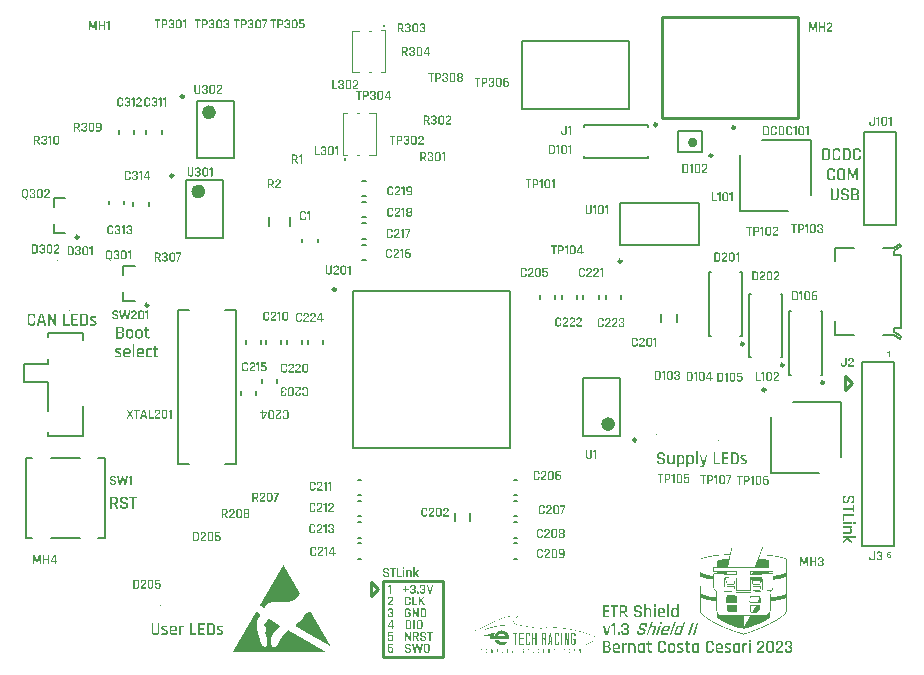
<source format=gto>
G04*
G04 #@! TF.GenerationSoftware,Altium Limited,Altium Designer,23.11.1 (41)*
G04*
G04 Layer_Color=65535*
%FSLAX44Y44*%
%MOMM*%
G71*
G04*
G04 #@! TF.SameCoordinates,F90B74AA-C0B1-4B74-A68C-C3C570C8A3A3*
G04*
G04*
G04 #@! TF.FilePolarity,Positive*
G04*
G01*
G75*
%ADD10C,0.2500*%
%ADD11C,0.1000*%
%ADD12C,0.6000*%
%ADD13C,0.4000*%
%ADD14C,0.2540*%
%ADD15C,0.2000*%
%ADD16C,0.1500*%
G36*
X224763Y83913D02*
X224954D01*
Y83531D01*
X225145D01*
Y83149D01*
X225336D01*
Y82959D01*
X225526D01*
Y82577D01*
X225717D01*
Y82195D01*
X225908D01*
Y81814D01*
X226099D01*
Y81623D01*
X226290D01*
Y81241D01*
X226481D01*
Y80860D01*
X226671D01*
Y80478D01*
X226862D01*
Y80287D01*
X227053D01*
Y79906D01*
X227244D01*
Y79524D01*
X227435D01*
Y79333D01*
X227625D01*
Y78952D01*
X227816D01*
Y78570D01*
X228007D01*
Y78189D01*
X228198D01*
Y77998D01*
X228389D01*
Y77616D01*
X228579D01*
Y77235D01*
X228770D01*
Y76853D01*
X228961D01*
Y76662D01*
X229152D01*
Y76280D01*
X229342D01*
Y75899D01*
X229533D01*
Y75708D01*
X229724D01*
Y75326D01*
X229915D01*
Y74945D01*
X230106D01*
Y74563D01*
X230297D01*
Y74372D01*
X230487D01*
Y73991D01*
X230678D01*
Y73609D01*
X230869D01*
Y73228D01*
X231060D01*
Y73037D01*
X231251D01*
Y72655D01*
X231441D01*
Y72274D01*
X231632D01*
Y72083D01*
X231823D01*
Y71701D01*
X232014D01*
Y71319D01*
X232205D01*
Y70938D01*
X232395D01*
Y70747D01*
X232586D01*
Y70366D01*
X232777D01*
Y69984D01*
X232968D01*
Y69602D01*
X233159D01*
Y69412D01*
X233349D01*
Y69030D01*
X233540D01*
Y68648D01*
X233731D01*
Y68457D01*
X233922D01*
Y68076D01*
X234113D01*
Y67694D01*
X234303D01*
Y67313D01*
X234494D01*
Y67122D01*
X234685D01*
Y66740D01*
X234876D01*
Y66359D01*
X235067D01*
Y65977D01*
X235257D01*
Y65786D01*
X235448D01*
Y65405D01*
X235639D01*
Y65023D01*
X235830D01*
Y64832D01*
X236021D01*
Y64451D01*
X236211D01*
Y64069D01*
X236402D01*
Y63687D01*
X236593D01*
Y63496D01*
X236784D01*
Y63115D01*
X236975D01*
Y62733D01*
X237166D01*
Y62352D01*
X237356D01*
Y62161D01*
X237547D01*
Y61779D01*
X237738D01*
Y61398D01*
X237929D01*
Y61207D01*
X238120D01*
Y60825D01*
X238310D01*
Y60444D01*
X238501D01*
Y59681D01*
X238310D01*
Y59299D01*
X238120D01*
Y59108D01*
X237929D01*
Y58727D01*
X237738D01*
Y58536D01*
X237547D01*
Y58154D01*
X237356D01*
Y57963D01*
X237166D01*
Y57772D01*
X236975D01*
Y57391D01*
X236784D01*
Y57200D01*
X236593D01*
Y57009D01*
X236402D01*
Y56818D01*
X236211D01*
Y56628D01*
X236021D01*
Y56437D01*
X235830D01*
Y56246D01*
X235639D01*
Y56055D01*
X235448D01*
Y55864D01*
X235067D01*
Y55674D01*
X234876D01*
Y55483D01*
X234685D01*
Y55292D01*
X234303D01*
Y55101D01*
X234113D01*
Y54910D01*
X233731D01*
Y54720D01*
X233540D01*
Y54529D01*
X233159D01*
Y54338D01*
X232777D01*
Y54147D01*
X232205D01*
Y53956D01*
X231823D01*
Y53766D01*
X231251D01*
Y53575D01*
X230678D01*
Y53384D01*
X229915D01*
Y53193D01*
X228961D01*
Y53002D01*
X227244D01*
Y52811D01*
X222474D01*
Y53002D01*
X215605D01*
Y52811D01*
X214460D01*
Y52621D01*
X213696D01*
Y52430D01*
X213124D01*
Y52239D01*
X212743D01*
Y52048D01*
X212361D01*
Y51858D01*
X211979D01*
Y51667D01*
X211789D01*
Y51476D01*
X211407D01*
Y51285D01*
X211216D01*
Y51094D01*
X210835D01*
Y50904D01*
X210644D01*
Y50713D01*
X210453D01*
Y50522D01*
X210262D01*
Y50331D01*
X210071D01*
Y49949D01*
X209881D01*
Y49759D01*
X209690D01*
Y49568D01*
X209499D01*
Y49186D01*
X209308D01*
Y48805D01*
X209117D01*
Y48614D01*
X208927D01*
Y48232D01*
X208736D01*
Y47851D01*
X208163D01*
Y48041D01*
X207782D01*
Y48232D01*
X207591D01*
Y48423D01*
X207209D01*
Y48614D01*
X206828D01*
Y48805D01*
X206637D01*
Y48995D01*
X206255D01*
Y49186D01*
X205874D01*
Y49377D01*
X205492D01*
Y49568D01*
X205301D01*
Y49759D01*
X204920D01*
Y49949D01*
X204729D01*
Y50522D01*
X204920D01*
Y50713D01*
X205110D01*
Y51094D01*
X205301D01*
Y51476D01*
X205492D01*
Y51858D01*
X205683D01*
Y52048D01*
X205874D01*
Y52430D01*
X206064D01*
Y52811D01*
X206255D01*
Y53002D01*
X206446D01*
Y53384D01*
X206637D01*
Y53766D01*
X206828D01*
Y53956D01*
X207018D01*
Y54338D01*
X207209D01*
Y54720D01*
X207400D01*
Y55101D01*
X207591D01*
Y55292D01*
X207782D01*
Y55674D01*
X207972D01*
Y56055D01*
X208163D01*
Y56246D01*
X208354D01*
Y56628D01*
X208545D01*
Y57009D01*
X208736D01*
Y57391D01*
X208927D01*
Y57582D01*
X209117D01*
Y57963D01*
X209308D01*
Y58345D01*
X209499D01*
Y58536D01*
X209690D01*
Y58917D01*
X209881D01*
Y59299D01*
X210071D01*
Y59681D01*
X210262D01*
Y59871D01*
X210453D01*
Y60253D01*
X210644D01*
Y60634D01*
X210835D01*
Y60825D01*
X211025D01*
Y61207D01*
X211216D01*
Y61589D01*
X211407D01*
Y61779D01*
X211598D01*
Y62161D01*
X211789D01*
Y62543D01*
X211979D01*
Y62924D01*
X212170D01*
Y63115D01*
X212361D01*
Y63496D01*
X212552D01*
Y63878D01*
X212743D01*
Y64069D01*
X212933D01*
Y64451D01*
X213124D01*
Y64832D01*
X213315D01*
Y65214D01*
X213506D01*
Y65405D01*
X213696D01*
Y65786D01*
X213887D01*
Y66168D01*
X214078D01*
Y66359D01*
X214269D01*
Y66740D01*
X214460D01*
Y67122D01*
X214651D01*
Y67503D01*
X214841D01*
Y67694D01*
X215032D01*
Y68076D01*
X215223D01*
Y68457D01*
X215414D01*
Y68648D01*
X215605D01*
Y69030D01*
X215795D01*
Y69412D01*
X215986D01*
Y69602D01*
X216177D01*
Y69984D01*
X216368D01*
Y70366D01*
X216559D01*
Y70747D01*
X216749D01*
Y70938D01*
X216940D01*
Y71319D01*
X217131D01*
Y71701D01*
X217322D01*
Y71892D01*
X217513D01*
Y72274D01*
X217703D01*
Y72655D01*
X217894D01*
Y73037D01*
X218085D01*
Y73228D01*
X218276D01*
Y73609D01*
X218467D01*
Y73991D01*
X218657D01*
Y74182D01*
X218848D01*
Y74563D01*
X219039D01*
Y74945D01*
X219230D01*
Y75136D01*
X219421D01*
Y75517D01*
X219611D01*
Y75899D01*
X219802D01*
Y76280D01*
X219993D01*
Y76471D01*
X220184D01*
Y76853D01*
X220375D01*
Y77235D01*
X220565D01*
Y77425D01*
X220756D01*
Y77807D01*
X220947D01*
Y78189D01*
X221138D01*
Y78570D01*
X221329D01*
Y78761D01*
X221520D01*
Y79142D01*
X221710D01*
Y79524D01*
X221901D01*
Y79715D01*
X222092D01*
Y80097D01*
X222283D01*
Y80478D01*
X222474D01*
Y80860D01*
X222664D01*
Y81051D01*
X222855D01*
Y81432D01*
X223046D01*
Y81814D01*
X223237D01*
Y82005D01*
X223428D01*
Y82386D01*
X223618D01*
Y82768D01*
X223809D01*
Y82959D01*
X224000D01*
Y83340D01*
X224191D01*
Y83722D01*
X224382D01*
Y84103D01*
X224763D01*
Y83913D01*
D02*
G37*
G36*
X414832Y33364D02*
X416008D01*
Y33333D01*
X416287D01*
Y33302D01*
X416565D01*
Y33272D01*
X416287D01*
Y33240D01*
X415667D01*
Y33210D01*
X415049D01*
Y33179D01*
X414430D01*
Y33148D01*
X413873D01*
Y33117D01*
X413377D01*
Y33086D01*
X412913D01*
Y33055D01*
X412480D01*
Y33024D01*
X412109D01*
Y32993D01*
X411737D01*
Y32962D01*
X411397D01*
Y32931D01*
X411057D01*
Y32900D01*
X410747D01*
Y32869D01*
X410438D01*
Y32838D01*
X410159D01*
Y32807D01*
X409881D01*
Y32776D01*
X409633D01*
Y32745D01*
X409355D01*
Y32714D01*
X409107D01*
Y32683D01*
X408859D01*
Y32652D01*
X408612D01*
Y32622D01*
X408395D01*
Y32591D01*
X408179D01*
Y32560D01*
X407931D01*
Y32529D01*
X407745D01*
Y32498D01*
X407529D01*
Y32467D01*
X407312D01*
Y32436D01*
X407126D01*
Y32405D01*
X406910D01*
Y32374D01*
X406724D01*
Y32343D01*
X406539D01*
Y32312D01*
X406353D01*
Y32281D01*
X406167D01*
Y32250D01*
X405981D01*
Y32219D01*
X405796D01*
Y32188D01*
X405610D01*
Y32157D01*
X405455D01*
Y32127D01*
X405270D01*
Y32095D01*
X405115D01*
Y32065D01*
X404960D01*
Y32034D01*
X404775D01*
Y32003D01*
X404620D01*
Y31972D01*
X404465D01*
Y31941D01*
X404310D01*
Y31910D01*
X404156D01*
Y31879D01*
X404001D01*
Y31848D01*
X403846D01*
Y31817D01*
X403722D01*
Y31786D01*
X403568D01*
Y31755D01*
X403413D01*
Y31724D01*
X403258D01*
Y31693D01*
X403134D01*
Y31662D01*
X402980D01*
Y31631D01*
X402856D01*
Y31600D01*
X402701D01*
Y31569D01*
X402577D01*
Y31539D01*
X402454D01*
Y31507D01*
X402299D01*
Y31477D01*
X402175D01*
Y31446D01*
X402051D01*
Y31415D01*
X401927D01*
Y31384D01*
X401804D01*
Y31353D01*
X401649D01*
Y31322D01*
X401525D01*
Y31291D01*
X401401D01*
Y31260D01*
X401278D01*
Y31229D01*
X401154D01*
Y31198D01*
X401061D01*
Y31167D01*
X400937D01*
Y31136D01*
X400813D01*
Y31105D01*
X400690D01*
Y31074D01*
X400566D01*
Y31043D01*
X400442D01*
Y31012D01*
X400349D01*
Y30981D01*
X400225D01*
Y30951D01*
X400102D01*
Y30919D01*
X400009D01*
Y30889D01*
X399885D01*
Y30858D01*
X399761D01*
Y30827D01*
X399668D01*
Y30796D01*
X399545D01*
Y30765D01*
X399452D01*
Y30734D01*
X399328D01*
Y30703D01*
X399235D01*
Y30672D01*
X399111D01*
Y30641D01*
X399019D01*
Y30610D01*
X398926D01*
Y30579D01*
X398802D01*
Y30548D01*
X398709D01*
Y30517D01*
X398616D01*
Y30486D01*
X398493D01*
Y30455D01*
X398400D01*
Y30424D01*
X398307D01*
Y30394D01*
X398214D01*
Y30363D01*
X398090D01*
Y30332D01*
X397997D01*
Y30301D01*
X397905D01*
Y30270D01*
X397812D01*
Y30239D01*
X397719D01*
Y30208D01*
X397626D01*
Y30177D01*
X397533D01*
Y30146D01*
X397440D01*
Y30115D01*
X397347D01*
Y30084D01*
X397255D01*
Y30053D01*
X397162D01*
Y30022D01*
X397069D01*
Y29991D01*
X396976D01*
Y29960D01*
X396883D01*
Y29929D01*
X396790D01*
Y29898D01*
X396698D01*
Y29867D01*
X396605D01*
Y29836D01*
X396512D01*
Y29806D01*
X396419D01*
Y29774D01*
X396357D01*
Y29744D01*
X396264D01*
Y29713D01*
X396171D01*
Y29682D01*
X396079D01*
Y29651D01*
X395986D01*
Y29620D01*
X395924D01*
Y29589D01*
X395831D01*
Y29558D01*
X395738D01*
Y29527D01*
X395645D01*
Y29496D01*
X395583D01*
Y29465D01*
X395491D01*
Y29434D01*
X395398D01*
Y29403D01*
X395336D01*
Y29372D01*
X395243D01*
Y29341D01*
X395150D01*
Y29310D01*
X395088D01*
Y29279D01*
X394996D01*
Y29248D01*
X394934D01*
Y29218D01*
X394841D01*
Y29187D01*
X394748D01*
Y29156D01*
X394686D01*
Y29125D01*
X394593D01*
Y29094D01*
X394531D01*
Y29063D01*
X394439D01*
Y29032D01*
X394377D01*
Y29001D01*
X394284D01*
Y28970D01*
X394222D01*
Y28939D01*
X394129D01*
Y28908D01*
X394067D01*
Y28877D01*
X393974D01*
Y28846D01*
X393881D01*
Y28815D01*
X393820D01*
Y28784D01*
X393758D01*
Y28815D01*
X393727D01*
Y28846D01*
X393696D01*
Y28877D01*
X393727D01*
Y28908D01*
X393789D01*
Y28939D01*
X393851D01*
Y28970D01*
X393913D01*
Y29001D01*
X393974D01*
Y29032D01*
X394036D01*
Y29063D01*
X394098D01*
Y29094D01*
X394160D01*
Y29125D01*
X394222D01*
Y29156D01*
X394284D01*
Y29187D01*
X394346D01*
Y29218D01*
X394408D01*
Y29248D01*
X394469D01*
Y29279D01*
X394531D01*
Y29310D01*
X394593D01*
Y29341D01*
X394655D01*
Y29372D01*
X394717D01*
Y29403D01*
X394779D01*
Y29434D01*
X394841D01*
Y29465D01*
X394903D01*
Y29496D01*
X394965D01*
Y29527D01*
X395027D01*
Y29558D01*
X395119D01*
Y29589D01*
X395181D01*
Y29620D01*
X395243D01*
Y29651D01*
X395305D01*
Y29682D01*
X395398D01*
Y29713D01*
X395460D01*
Y29744D01*
X395522D01*
Y29774D01*
X395583D01*
Y29806D01*
X395676D01*
Y29836D01*
X395738D01*
Y29867D01*
X395800D01*
Y29898D01*
X395893D01*
Y29929D01*
X395955D01*
Y29960D01*
X396017D01*
Y29991D01*
X396110D01*
Y30022D01*
X396171D01*
Y30053D01*
X396264D01*
Y30084D01*
X396326D01*
Y30115D01*
X396419D01*
Y30146D01*
X396481D01*
Y30177D01*
X396574D01*
Y30208D01*
X396636D01*
Y30239D01*
X396729D01*
Y30270D01*
X396790D01*
Y30301D01*
X396883D01*
Y30332D01*
X396945D01*
Y30363D01*
X397038D01*
Y30394D01*
X397131D01*
Y30424D01*
X397193D01*
Y30455D01*
X397286D01*
Y30486D01*
X397347D01*
Y30517D01*
X397440D01*
Y30548D01*
X397533D01*
Y30579D01*
X397626D01*
Y30610D01*
X397688D01*
Y30641D01*
X397781D01*
Y30672D01*
X397874D01*
Y30703D01*
X397966D01*
Y30734D01*
X398028D01*
Y30765D01*
X398121D01*
Y30796D01*
X398214D01*
Y30827D01*
X398307D01*
Y30858D01*
X398400D01*
Y30889D01*
X398493D01*
Y30919D01*
X398585D01*
Y30951D01*
X398678D01*
Y30981D01*
X398771D01*
Y31012D01*
X398864D01*
Y31043D01*
X398957D01*
Y31074D01*
X399049D01*
Y31105D01*
X399142D01*
Y31136D01*
X399235D01*
Y31167D01*
X399328D01*
Y31198D01*
X399421D01*
Y31229D01*
X399514D01*
Y31260D01*
X399607D01*
Y31291D01*
X399730D01*
Y31322D01*
X399823D01*
Y31353D01*
X399916D01*
Y31384D01*
X400009D01*
Y31415D01*
X400133D01*
Y31446D01*
X400225D01*
Y31477D01*
X400318D01*
Y31507D01*
X400442D01*
Y31539D01*
X400535D01*
Y31569D01*
X400659D01*
Y31600D01*
X400751D01*
Y31631D01*
X400875D01*
Y31662D01*
X400968D01*
Y31693D01*
X401092D01*
Y31724D01*
X401216D01*
Y31755D01*
X401309D01*
Y31786D01*
X401432D01*
Y31817D01*
X401556D01*
Y31848D01*
X401649D01*
Y31879D01*
X401773D01*
Y31910D01*
X401897D01*
Y31941D01*
X402020D01*
Y31972D01*
X402144D01*
Y32003D01*
X402268D01*
Y32034D01*
X402392D01*
Y32065D01*
X402515D01*
Y32095D01*
X402670D01*
Y32127D01*
X402794D01*
Y32157D01*
X402918D01*
Y32188D01*
X403042D01*
Y32219D01*
X403196D01*
Y32250D01*
X403320D01*
Y32281D01*
X403475D01*
Y32312D01*
X403629D01*
Y32343D01*
X403753D01*
Y32374D01*
X403908D01*
Y32405D01*
X404063D01*
Y32436D01*
X404217D01*
Y32467D01*
X404372D01*
Y32498D01*
X404527D01*
Y32529D01*
X404682D01*
Y32560D01*
X404867D01*
Y32591D01*
X405022D01*
Y32622D01*
X405208D01*
Y32652D01*
X405363D01*
Y32683D01*
X405548D01*
Y32714D01*
X405734D01*
Y32745D01*
X405919D01*
Y32776D01*
X406105D01*
Y32807D01*
X406322D01*
Y32838D01*
X406507D01*
Y32869D01*
X406724D01*
Y32900D01*
X406941D01*
Y32931D01*
X407157D01*
Y32962D01*
X407405D01*
Y32993D01*
X407653D01*
Y33024D01*
X407900D01*
Y33055D01*
X408179D01*
Y33086D01*
X408457D01*
Y33117D01*
X408736D01*
Y33148D01*
X409045D01*
Y33179D01*
X409385D01*
Y33210D01*
X409757D01*
Y33240D01*
X410128D01*
Y33272D01*
X410592D01*
Y33302D01*
X411087D01*
Y33333D01*
X411706D01*
Y33364D01*
X412573D01*
Y33395D01*
X414832D01*
Y33364D01*
D02*
G37*
G36*
X630939Y99677D02*
X630864D01*
Y99451D01*
X630788D01*
Y99300D01*
X630713D01*
Y99074D01*
X630638D01*
Y98924D01*
X630563D01*
Y98698D01*
X630487D01*
Y98472D01*
X630412D01*
Y98322D01*
X630337D01*
Y98096D01*
X630261D01*
Y97945D01*
X630186D01*
Y97719D01*
X630111D01*
Y97569D01*
X630036D01*
Y97343D01*
X629960D01*
Y97117D01*
X629885D01*
Y96966D01*
X629810D01*
Y96741D01*
X629734D01*
Y96590D01*
X629659D01*
Y96364D01*
X629584D01*
Y96214D01*
X629509D01*
Y95988D01*
X629433D01*
Y95837D01*
X629358D01*
Y95611D01*
X629283D01*
Y95386D01*
X629208D01*
Y95235D01*
X629132D01*
Y95009D01*
X629057D01*
Y94859D01*
X628982D01*
Y94633D01*
X628906D01*
Y94482D01*
X628831D01*
Y94256D01*
X628756D01*
Y94031D01*
X628681D01*
Y93880D01*
X628605D01*
Y93654D01*
X628530D01*
Y93504D01*
X628455D01*
Y93278D01*
X628380D01*
Y93127D01*
X628304D01*
Y93052D01*
X630638D01*
Y92977D01*
X632520D01*
Y92901D01*
X633724D01*
Y92826D01*
X634703D01*
Y92751D01*
X635531D01*
Y92676D01*
X636209D01*
Y92600D01*
X636886D01*
Y92525D01*
X637564D01*
Y92450D01*
X638166D01*
Y92374D01*
X638693D01*
Y92299D01*
X639220D01*
Y92224D01*
X639747D01*
Y92149D01*
X640274D01*
Y92073D01*
X640725D01*
Y91998D01*
X641177D01*
Y91923D01*
X641629D01*
Y91847D01*
X642080D01*
Y91772D01*
X642457D01*
Y91697D01*
X642908D01*
Y91622D01*
X643285D01*
Y91546D01*
X643661D01*
Y91471D01*
X644038D01*
Y91396D01*
X644414D01*
Y91320D01*
X644790D01*
Y91245D01*
X645167D01*
Y91170D01*
X645543D01*
Y91095D01*
X645844D01*
Y91019D01*
X646221D01*
Y90944D01*
X646522D01*
Y90869D01*
X646823D01*
Y90794D01*
X647199D01*
Y90718D01*
X647501D01*
Y90643D01*
X647802D01*
Y90568D01*
X648103D01*
Y90492D01*
X648404D01*
Y90417D01*
X648705D01*
Y90342D01*
X649006D01*
Y90267D01*
X649307D01*
Y90191D01*
X649533D01*
Y90116D01*
X649834D01*
Y90041D01*
X650135D01*
Y89965D01*
X650361D01*
Y89890D01*
X650436D01*
Y89740D01*
X650512D01*
Y89664D01*
X650587D01*
Y89589D01*
X650662D01*
Y89514D01*
X650738D01*
Y89363D01*
X650813D01*
Y89288D01*
X650888D01*
Y89137D01*
X650963D01*
Y45249D01*
X650888D01*
Y44948D01*
X650813D01*
Y44722D01*
X650738D01*
Y44572D01*
X650662D01*
Y44421D01*
X650587D01*
Y44271D01*
X650512D01*
Y44120D01*
X650436D01*
Y43969D01*
X650361D01*
Y43894D01*
X650286D01*
Y43744D01*
X650211D01*
Y43668D01*
X650135D01*
Y43518D01*
X650060D01*
Y43443D01*
X649985D01*
Y43367D01*
X649910D01*
Y43217D01*
X649834D01*
Y43141D01*
X649759D01*
Y43066D01*
X649684D01*
Y42991D01*
X649608D01*
Y42916D01*
X649533D01*
Y42840D01*
X649458D01*
Y42690D01*
X649382D01*
Y42614D01*
X649307D01*
Y42539D01*
X649232D01*
Y42464D01*
X649157D01*
Y42389D01*
X649081D01*
Y42313D01*
X649006D01*
Y42238D01*
X648931D01*
Y42163D01*
X648856D01*
Y42087D01*
X648780D01*
Y42012D01*
X648705D01*
Y41937D01*
X648630D01*
Y41862D01*
X648555D01*
Y41786D01*
X648404D01*
Y41711D01*
X648329D01*
Y41636D01*
X648253D01*
Y41561D01*
X648178D01*
Y41485D01*
X648103D01*
Y41410D01*
X648027D01*
Y41335D01*
X647952D01*
Y41259D01*
X647877D01*
Y41184D01*
X647726D01*
Y41109D01*
X647651D01*
Y41034D01*
X647576D01*
Y40958D01*
X647501D01*
Y40883D01*
X647425D01*
Y40808D01*
X647275D01*
Y40732D01*
X647199D01*
Y40657D01*
X647124D01*
Y40582D01*
X647049D01*
Y40507D01*
X646898D01*
Y40431D01*
X646823D01*
Y40356D01*
X646748D01*
Y40281D01*
X646597D01*
Y40205D01*
X646522D01*
Y40130D01*
X646447D01*
Y40055D01*
X646296D01*
Y39980D01*
X646221D01*
Y39904D01*
X646145D01*
Y39829D01*
X645995D01*
Y39754D01*
X645920D01*
Y39678D01*
X645769D01*
Y39603D01*
X645694D01*
Y39528D01*
X645619D01*
Y39453D01*
X645468D01*
Y39377D01*
X645393D01*
Y39302D01*
X645242D01*
Y39227D01*
X645167D01*
Y39152D01*
X645016D01*
Y39076D01*
X644941D01*
Y39001D01*
X644790D01*
Y38926D01*
X644715D01*
Y38851D01*
X644565D01*
Y38775D01*
X644489D01*
Y38700D01*
X644339D01*
Y38625D01*
X644264D01*
Y38549D01*
X644113D01*
Y38474D01*
X644038D01*
Y38399D01*
X643887D01*
Y38324D01*
X643812D01*
Y38248D01*
X643661D01*
Y38173D01*
X643586D01*
Y38098D01*
X643435D01*
Y38022D01*
X643285D01*
Y37947D01*
X643210D01*
Y37872D01*
X643059D01*
Y37796D01*
X642908D01*
Y37721D01*
X642833D01*
Y37646D01*
X642683D01*
Y37571D01*
X642607D01*
Y37495D01*
X642457D01*
Y37420D01*
X642306D01*
Y37345D01*
X642231D01*
Y37270D01*
X642080D01*
Y37194D01*
X641930D01*
Y37119D01*
X641854D01*
Y37044D01*
X641704D01*
Y36969D01*
X641553D01*
Y36893D01*
X641403D01*
Y36818D01*
X641328D01*
Y36743D01*
X641177D01*
Y36667D01*
X641027D01*
Y36592D01*
X640876D01*
Y36517D01*
X640801D01*
Y36442D01*
X640650D01*
Y36366D01*
X640499D01*
Y36291D01*
X640349D01*
Y36216D01*
X640274D01*
Y36140D01*
X640123D01*
Y36065D01*
X639973D01*
Y35990D01*
X639822D01*
Y35915D01*
X639671D01*
Y35839D01*
X639596D01*
Y35764D01*
X639446D01*
Y35689D01*
X639295D01*
Y35613D01*
X639145D01*
Y35538D01*
X638994D01*
Y35463D01*
X638843D01*
Y35388D01*
X638693D01*
Y35312D01*
X638618D01*
Y35237D01*
X638467D01*
Y35162D01*
X638316D01*
Y35087D01*
X638166D01*
Y35011D01*
X638015D01*
Y34936D01*
X637865D01*
Y34861D01*
X637714D01*
Y34785D01*
X637564D01*
Y34710D01*
X637413D01*
Y34635D01*
X637262D01*
Y34560D01*
X637112D01*
Y34484D01*
X636961D01*
Y34409D01*
X636811D01*
Y34334D01*
X636660D01*
Y34258D01*
X636510D01*
Y34183D01*
X636359D01*
Y34108D01*
X636209D01*
Y34032D01*
X636058D01*
Y33957D01*
X635907D01*
Y33882D01*
X635757D01*
Y33807D01*
X635606D01*
Y33731D01*
X635456D01*
Y33656D01*
X635305D01*
Y33581D01*
X635155D01*
Y33506D01*
X635004D01*
Y33430D01*
X634854D01*
Y33355D01*
X634703D01*
Y33280D01*
X634552D01*
Y33205D01*
X634402D01*
Y33129D01*
X634251D01*
Y33054D01*
X634101D01*
Y32979D01*
X633950D01*
Y32903D01*
X633724D01*
Y32828D01*
X633574D01*
Y32753D01*
X633423D01*
Y32678D01*
X633273D01*
Y32602D01*
X633122D01*
Y32527D01*
X632971D01*
Y32452D01*
X632821D01*
Y32376D01*
X632595D01*
Y32301D01*
X632445D01*
Y32226D01*
X632294D01*
Y32151D01*
X632144D01*
Y32075D01*
X631993D01*
Y32000D01*
X631767D01*
Y31925D01*
X631617D01*
Y31849D01*
X631466D01*
Y31774D01*
X631315D01*
Y31699D01*
X631090D01*
Y31624D01*
X630939D01*
Y31548D01*
X630788D01*
Y31473D01*
X630638D01*
Y31398D01*
X630412D01*
Y31323D01*
X630261D01*
Y31247D01*
X630111D01*
Y31172D01*
X629885D01*
Y31097D01*
X629734D01*
Y31021D01*
X629584D01*
Y30946D01*
X629433D01*
Y30871D01*
X629208D01*
Y30796D01*
X629057D01*
Y30720D01*
X628906D01*
Y30645D01*
X628681D01*
Y30570D01*
X628530D01*
Y30494D01*
X628304D01*
Y30419D01*
X628154D01*
Y30344D01*
X628003D01*
Y30269D01*
X627777D01*
Y30193D01*
X627627D01*
Y30118D01*
X627401D01*
Y30043D01*
X627250D01*
Y29968D01*
X627024D01*
Y29892D01*
X626874D01*
Y29817D01*
X626723D01*
Y29742D01*
X626497D01*
Y29666D01*
X626347D01*
Y29591D01*
X626121D01*
Y29516D01*
X625970D01*
Y29441D01*
X625745D01*
Y29365D01*
X625594D01*
Y29290D01*
X625368D01*
Y29215D01*
X625218D01*
Y29139D01*
X624992D01*
Y29064D01*
X624766D01*
Y28989D01*
X624616D01*
Y28914D01*
X624390D01*
Y28838D01*
X624239D01*
Y28763D01*
X624013D01*
Y28688D01*
X623787D01*
Y28612D01*
X623637D01*
Y28537D01*
X623411D01*
Y28462D01*
X623260D01*
Y28387D01*
X623035D01*
Y28311D01*
X622809D01*
Y28236D01*
X622583D01*
Y28161D01*
X622432D01*
Y28085D01*
X622206D01*
Y28010D01*
X621981D01*
Y27935D01*
X621830D01*
Y27860D01*
X621604D01*
Y27784D01*
X621379D01*
Y27709D01*
X621153D01*
Y27634D01*
X621002D01*
Y27559D01*
X620776D01*
Y27483D01*
X620550D01*
Y27408D01*
X620325D01*
Y27333D01*
X620099D01*
Y27257D01*
X619873D01*
Y27182D01*
X619722D01*
Y27107D01*
X619496D01*
Y27032D01*
X619271D01*
Y26956D01*
X619045D01*
Y26881D01*
X618819D01*
Y26806D01*
X618593D01*
Y26730D01*
X618367D01*
Y26655D01*
X618141D01*
Y26580D01*
X617916D01*
Y26505D01*
X617690D01*
Y26429D01*
X617464D01*
Y26354D01*
X617238D01*
Y26279D01*
X617012D01*
Y26203D01*
X616786D01*
Y26128D01*
X616561D01*
Y26053D01*
X616335D01*
Y25978D01*
X616034D01*
Y25902D01*
X615808D01*
Y25827D01*
X615582D01*
Y25752D01*
X615356D01*
Y25677D01*
X615130D01*
Y25601D01*
X614829D01*
Y25526D01*
X614603D01*
Y25451D01*
X614377D01*
Y25375D01*
X613926D01*
Y25451D01*
X613700D01*
Y25526D01*
X613474D01*
Y25601D01*
X613248D01*
Y25677D01*
X612947D01*
Y25752D01*
X612721D01*
Y25827D01*
X612495D01*
Y25902D01*
X612270D01*
Y25978D01*
X611968D01*
Y26053D01*
X611743D01*
Y26128D01*
X611517D01*
Y26203D01*
X611291D01*
Y26279D01*
X611065D01*
Y26354D01*
X610764D01*
Y26429D01*
X610538D01*
Y26505D01*
X610312D01*
Y26580D01*
X610087D01*
Y26655D01*
X609861D01*
Y26730D01*
X609635D01*
Y26806D01*
X609409D01*
Y26881D01*
X609183D01*
Y26956D01*
X608957D01*
Y27032D01*
X608731D01*
Y27107D01*
X608506D01*
Y27182D01*
X608280D01*
Y27257D01*
X608054D01*
Y27333D01*
X607828D01*
Y27408D01*
X607602D01*
Y27483D01*
X607376D01*
Y27559D01*
X607151D01*
Y27634D01*
X606925D01*
Y27709D01*
X606699D01*
Y27784D01*
X606473D01*
Y27860D01*
X606247D01*
Y27935D01*
X606097D01*
Y28010D01*
X605871D01*
Y28085D01*
X605645D01*
Y28161D01*
X605419D01*
Y28236D01*
X605193D01*
Y28311D01*
X604967D01*
Y28387D01*
X604817D01*
Y28462D01*
X604591D01*
Y28537D01*
X604365D01*
Y28612D01*
X604139D01*
Y28688D01*
X603989D01*
Y28763D01*
X603763D01*
Y28838D01*
X603537D01*
Y28914D01*
X603311D01*
Y28989D01*
X603161D01*
Y29064D01*
X602935D01*
Y29139D01*
X602709D01*
Y29215D01*
X602559D01*
Y29290D01*
X602333D01*
Y29365D01*
X602107D01*
Y29441D01*
X601956D01*
Y29516D01*
X601730D01*
Y29591D01*
X601505D01*
Y29666D01*
X601354D01*
Y29742D01*
X601128D01*
Y29817D01*
X600978D01*
Y29892D01*
X600752D01*
Y29968D01*
X600601D01*
Y30043D01*
X600375D01*
Y30118D01*
X600225D01*
Y30193D01*
X599999D01*
Y30269D01*
X599848D01*
Y30344D01*
X599623D01*
Y30419D01*
X599472D01*
Y30494D01*
X599246D01*
Y30570D01*
X599096D01*
Y30645D01*
X598870D01*
Y30720D01*
X598719D01*
Y30796D01*
X598493D01*
Y30871D01*
X598343D01*
Y30946D01*
X598117D01*
Y31021D01*
X597966D01*
Y31097D01*
X597816D01*
Y31172D01*
X597590D01*
Y31247D01*
X597439D01*
Y31323D01*
X597289D01*
Y31398D01*
X597063D01*
Y31473D01*
X596912D01*
Y31548D01*
X596762D01*
Y31624D01*
X596536D01*
Y31699D01*
X596386D01*
Y31774D01*
X596235D01*
Y31849D01*
X596009D01*
Y31925D01*
X595859D01*
Y32000D01*
X595708D01*
Y32075D01*
X595558D01*
Y32151D01*
X595332D01*
Y32226D01*
X595181D01*
Y32301D01*
X595031D01*
Y32376D01*
X594880D01*
Y32452D01*
X594654D01*
Y32527D01*
X594504D01*
Y32602D01*
X594353D01*
Y32678D01*
X594202D01*
Y32753D01*
X594052D01*
Y32828D01*
X593901D01*
Y32903D01*
X593675D01*
Y32979D01*
X593525D01*
Y33054D01*
X593374D01*
Y33129D01*
X593224D01*
Y33205D01*
X593073D01*
Y33280D01*
X592923D01*
Y33355D01*
X592772D01*
Y33430D01*
X592622D01*
Y33506D01*
X592471D01*
Y33581D01*
X592321D01*
Y33656D01*
X592170D01*
Y33731D01*
X592019D01*
Y33807D01*
X591869D01*
Y33882D01*
X591718D01*
Y33957D01*
X591568D01*
Y34032D01*
X591417D01*
Y34108D01*
X591267D01*
Y34183D01*
X591116D01*
Y34258D01*
X590965D01*
Y34334D01*
X590815D01*
Y34409D01*
X590664D01*
Y34484D01*
X590514D01*
Y34560D01*
X590363D01*
Y34635D01*
X590213D01*
Y34710D01*
X590062D01*
Y34785D01*
X589911D01*
Y34861D01*
X589761D01*
Y34936D01*
X589610D01*
Y35011D01*
X589460D01*
Y35087D01*
X589384D01*
Y35162D01*
X589234D01*
Y35237D01*
X589083D01*
Y35312D01*
X588933D01*
Y35388D01*
X588782D01*
Y35463D01*
X588632D01*
Y35538D01*
X588557D01*
Y35613D01*
X588406D01*
Y35689D01*
X588255D01*
Y35764D01*
X588105D01*
Y35839D01*
X587954D01*
Y35915D01*
X587879D01*
Y35990D01*
X587728D01*
Y36065D01*
X587578D01*
Y36140D01*
X587427D01*
Y36216D01*
X587352D01*
Y36291D01*
X587201D01*
Y36366D01*
X587051D01*
Y36442D01*
X586976D01*
Y36517D01*
X586825D01*
Y36592D01*
X586674D01*
Y36667D01*
X586599D01*
Y36743D01*
X586449D01*
Y36818D01*
X586298D01*
Y36893D01*
X586223D01*
Y36969D01*
X586072D01*
Y37044D01*
X585922D01*
Y37119D01*
X585846D01*
Y37194D01*
X585696D01*
Y37270D01*
X585621D01*
Y37345D01*
X585470D01*
Y37420D01*
X585320D01*
Y37495D01*
X585244D01*
Y37571D01*
X585094D01*
Y37646D01*
X585018D01*
Y37721D01*
X584868D01*
Y37796D01*
X584793D01*
Y37872D01*
X584642D01*
Y37947D01*
X584567D01*
Y38022D01*
X584416D01*
Y38098D01*
X584341D01*
Y38173D01*
X584190D01*
Y38248D01*
X584115D01*
Y38324D01*
X583964D01*
Y38399D01*
X583889D01*
Y38474D01*
X583739D01*
Y38549D01*
X583663D01*
Y38625D01*
X583513D01*
Y38700D01*
X583437D01*
Y38775D01*
X583287D01*
Y38851D01*
X583212D01*
Y38926D01*
X583136D01*
Y39001D01*
X582986D01*
Y39076D01*
X582910D01*
Y39152D01*
X582760D01*
Y39227D01*
X582685D01*
Y39302D01*
X582609D01*
Y39377D01*
X582459D01*
Y39453D01*
X582383D01*
Y39528D01*
X582308D01*
Y39603D01*
X582158D01*
Y39678D01*
X582082D01*
Y39754D01*
X582007D01*
Y39829D01*
X581857D01*
Y39904D01*
X581781D01*
Y39980D01*
X581706D01*
Y40055D01*
X581631D01*
Y40130D01*
X581480D01*
Y40205D01*
X581405D01*
Y40281D01*
X581330D01*
Y40356D01*
X581254D01*
Y40431D01*
X581104D01*
Y40507D01*
X581029D01*
Y40582D01*
X580953D01*
Y40657D01*
X580878D01*
Y40732D01*
X580803D01*
Y40808D01*
X580652D01*
Y40883D01*
X580577D01*
Y40958D01*
X580502D01*
Y41034D01*
X580426D01*
Y41109D01*
X580351D01*
Y41184D01*
X580276D01*
Y41259D01*
X580200D01*
Y41335D01*
X580125D01*
Y41410D01*
X579975D01*
Y41485D01*
X579899D01*
Y41561D01*
X579824D01*
Y41636D01*
X579749D01*
Y41711D01*
X579674D01*
Y41786D01*
X579598D01*
Y41862D01*
X579523D01*
Y41937D01*
X579448D01*
Y42012D01*
X579372D01*
Y42087D01*
X579297D01*
Y42163D01*
X579222D01*
Y42238D01*
X579146D01*
Y42313D01*
X579071D01*
Y42389D01*
X578996D01*
Y42464D01*
X578921D01*
Y42539D01*
X578845D01*
Y42614D01*
X578770D01*
Y42690D01*
X578695D01*
Y42765D01*
X578619D01*
Y42840D01*
X578544D01*
Y42991D01*
X578469D01*
Y43066D01*
X578394D01*
Y43141D01*
X578318D01*
Y43217D01*
X578243D01*
Y43292D01*
X578168D01*
Y43367D01*
X578093D01*
Y43518D01*
X578017D01*
Y43593D01*
X577942D01*
Y43668D01*
X577867D01*
Y43819D01*
X577791D01*
Y43894D01*
X577716D01*
Y43969D01*
X577641D01*
Y44120D01*
X577566D01*
Y44195D01*
X577490D01*
Y44346D01*
X577415D01*
Y44421D01*
X577340D01*
Y44572D01*
X577265D01*
Y48486D01*
X577189D01*
Y56541D01*
Y56617D01*
Y66553D01*
X577114D01*
Y74910D01*
X577039D01*
Y78372D01*
X577114D01*
Y84621D01*
X577039D01*
Y89438D01*
X577189D01*
Y89514D01*
X577415D01*
Y89589D01*
X577641D01*
Y89664D01*
X577791D01*
Y89740D01*
X578017D01*
Y89815D01*
X578243D01*
Y89890D01*
X578469D01*
Y89965D01*
X578695D01*
Y90041D01*
X578921D01*
Y90116D01*
X579222D01*
Y90191D01*
X579448D01*
Y90267D01*
X579674D01*
Y90342D01*
X579975D01*
Y90417D01*
X580200D01*
Y90492D01*
X580502D01*
Y90568D01*
X580727D01*
Y90643D01*
X581029D01*
Y90718D01*
X581330D01*
Y90794D01*
X581631D01*
Y90869D01*
X581857D01*
Y90944D01*
X582158D01*
Y91019D01*
X582534D01*
Y91095D01*
X582835D01*
Y91170D01*
X583136D01*
Y91245D01*
X583437D01*
Y91320D01*
X583814D01*
Y91396D01*
X584115D01*
Y91471D01*
X584491D01*
Y91546D01*
X584868D01*
Y91622D01*
X585244D01*
Y91697D01*
X585621D01*
Y91772D01*
X585997D01*
Y91847D01*
X586373D01*
Y91923D01*
X586825D01*
Y91998D01*
X587277D01*
Y92073D01*
X587728D01*
Y92149D01*
X588180D01*
Y92224D01*
X588632D01*
Y92299D01*
X589159D01*
Y92374D01*
X589686D01*
Y92450D01*
X590213D01*
Y92525D01*
X590815D01*
Y92600D01*
X591417D01*
Y92676D01*
X592019D01*
Y92751D01*
X592772D01*
Y92826D01*
X593525D01*
Y92901D01*
X594353D01*
Y92977D01*
X595256D01*
Y93052D01*
X596386D01*
Y93127D01*
X597741D01*
Y93202D01*
X599924D01*
Y93278D01*
X602634D01*
Y93428D01*
X602709D01*
Y93729D01*
X602784D01*
Y94031D01*
X602860D01*
Y94332D01*
X602935D01*
Y94633D01*
X603010D01*
Y94934D01*
X603086D01*
Y95235D01*
X603161D01*
Y95536D01*
X603236D01*
Y95837D01*
X603311D01*
Y96138D01*
X603387D01*
Y96440D01*
X603462D01*
Y96741D01*
X603537D01*
Y97042D01*
X603612D01*
Y97343D01*
X603688D01*
Y97644D01*
X603763D01*
Y97945D01*
X603838D01*
Y98246D01*
X603913D01*
Y98547D01*
X603989D01*
Y98848D01*
X604064D01*
Y99150D01*
X604139D01*
Y99451D01*
X604215D01*
Y99752D01*
X630939D01*
Y99677D01*
D02*
G37*
G36*
X470844Y27020D02*
X470968D01*
Y26989D01*
X471061D01*
Y26958D01*
X471123D01*
Y26927D01*
X471185D01*
Y26897D01*
X471247D01*
Y26866D01*
X471309D01*
Y26835D01*
X471339D01*
Y26804D01*
X471401D01*
Y26773D01*
X471432D01*
Y26742D01*
X471463D01*
Y26711D01*
X471494D01*
Y26680D01*
X471525D01*
Y26649D01*
X471556D01*
Y26618D01*
X471587D01*
Y26587D01*
X471618D01*
Y26556D01*
X471649D01*
Y26494D01*
X471680D01*
Y26463D01*
X471711D01*
Y26432D01*
X471742D01*
Y26370D01*
X471773D01*
Y26309D01*
X471804D01*
Y26247D01*
X471835D01*
Y26154D01*
X471866D01*
Y26030D01*
X471897D01*
Y25844D01*
X471927D01*
Y24390D01*
X471897D01*
Y24359D01*
X471030D01*
Y25349D01*
X470999D01*
Y25504D01*
X470968D01*
Y25597D01*
X470937D01*
Y25659D01*
X470906D01*
Y25721D01*
X470875D01*
Y25782D01*
X470844D01*
Y25813D01*
X470813D01*
Y25844D01*
X470783D01*
Y25906D01*
X470752D01*
Y25937D01*
X470690D01*
Y25968D01*
X470659D01*
Y25999D01*
X470628D01*
Y26030D01*
X470566D01*
Y26061D01*
X470504D01*
Y26092D01*
X470442D01*
Y26123D01*
X470318D01*
Y26154D01*
X469947D01*
Y26123D01*
X469854D01*
Y26092D01*
X469761D01*
Y26061D01*
X469699D01*
Y26030D01*
X469669D01*
Y25999D01*
X469607D01*
Y25968D01*
X469576D01*
Y25937D01*
X469514D01*
Y25906D01*
X469483D01*
Y25844D01*
X469452D01*
Y25813D01*
X469421D01*
Y25782D01*
X469390D01*
Y25721D01*
X469359D01*
Y25659D01*
X469328D01*
Y25597D01*
X469297D01*
Y25535D01*
X469266D01*
Y25380D01*
X469235D01*
Y18015D01*
X469266D01*
Y17860D01*
X469297D01*
Y17798D01*
X469328D01*
Y17737D01*
X469359D01*
Y17675D01*
X469390D01*
Y17613D01*
X469421D01*
Y17582D01*
X469452D01*
Y17551D01*
X469483D01*
Y17489D01*
X469514D01*
Y17458D01*
X469576D01*
Y17427D01*
X469607D01*
Y17396D01*
X469669D01*
Y17365D01*
X469699D01*
Y17334D01*
X469761D01*
Y17303D01*
X469854D01*
Y17272D01*
X469947D01*
Y17241D01*
X470318D01*
Y17272D01*
X470442D01*
Y17303D01*
X470504D01*
Y17334D01*
X470566D01*
Y17365D01*
X470628D01*
Y17396D01*
X470659D01*
Y17427D01*
X470690D01*
Y17458D01*
X470752D01*
Y17489D01*
X470783D01*
Y17551D01*
X470813D01*
Y17582D01*
X470844D01*
Y17613D01*
X470875D01*
Y17675D01*
X470906D01*
Y17737D01*
X470937D01*
Y17798D01*
X470968D01*
Y17891D01*
X470999D01*
Y18046D01*
X471030D01*
Y20800D01*
X470133D01*
Y21698D01*
X471927D01*
Y17520D01*
X471897D01*
Y17334D01*
X471866D01*
Y17241D01*
X471835D01*
Y17149D01*
X471804D01*
Y17087D01*
X471773D01*
Y17025D01*
X471742D01*
Y16963D01*
X471711D01*
Y16932D01*
X471680D01*
Y16901D01*
X471649D01*
Y16839D01*
X471618D01*
Y16808D01*
X471587D01*
Y16777D01*
X471556D01*
Y16746D01*
X471525D01*
Y16715D01*
X471494D01*
Y16684D01*
X471463D01*
Y16653D01*
X471432D01*
Y16623D01*
X471401D01*
Y16592D01*
X471339D01*
Y16561D01*
X471309D01*
Y16530D01*
X471247D01*
Y16499D01*
X471185D01*
Y16468D01*
X471123D01*
Y16437D01*
X471061D01*
Y16406D01*
X470968D01*
Y16375D01*
X470844D01*
Y16344D01*
X469452D01*
Y16375D01*
X469297D01*
Y16406D01*
X469204D01*
Y16437D01*
X469142D01*
Y16468D01*
X469081D01*
Y16499D01*
X469019D01*
Y16530D01*
X468988D01*
Y16561D01*
X468926D01*
Y16592D01*
X468895D01*
Y16623D01*
X468864D01*
Y16653D01*
X468802D01*
Y16684D01*
X468771D01*
Y16715D01*
X468740D01*
Y16746D01*
X468709D01*
Y16777D01*
X468678D01*
Y16839D01*
X468647D01*
Y16870D01*
X468616D01*
Y16901D01*
X468585D01*
Y16932D01*
X468554D01*
Y16994D01*
X468523D01*
Y17056D01*
X468493D01*
Y17087D01*
X468461D01*
Y17179D01*
X468431D01*
Y17241D01*
X468400D01*
Y17334D01*
X468369D01*
Y17520D01*
X468338D01*
Y25875D01*
X468369D01*
Y26030D01*
X468400D01*
Y26154D01*
X468431D01*
Y26216D01*
X468461D01*
Y26309D01*
X468493D01*
Y26339D01*
X468523D01*
Y26401D01*
X468554D01*
Y26463D01*
X468585D01*
Y26494D01*
X468616D01*
Y26525D01*
X468647D01*
Y26556D01*
X468678D01*
Y26618D01*
X468709D01*
Y26649D01*
X468740D01*
Y26680D01*
X468771D01*
Y26711D01*
X468802D01*
Y26742D01*
X468864D01*
Y26773D01*
X468895D01*
Y26804D01*
X468926D01*
Y26835D01*
X468988D01*
Y26866D01*
X469019D01*
Y26897D01*
X469081D01*
Y26927D01*
X469142D01*
Y26958D01*
X469204D01*
Y26989D01*
X469297D01*
Y27020D01*
X469452D01*
Y27051D01*
X470844D01*
Y27020D01*
D02*
G37*
G36*
X456764D02*
X456888D01*
Y26989D01*
X456981D01*
Y26958D01*
X457042D01*
Y26927D01*
X457104D01*
Y26897D01*
X457166D01*
Y26866D01*
X457228D01*
Y26835D01*
X457259D01*
Y26804D01*
X457321D01*
Y26773D01*
X457352D01*
Y26742D01*
X457383D01*
Y26711D01*
X457414D01*
Y26680D01*
X457445D01*
Y26649D01*
X457476D01*
Y26618D01*
X457507D01*
Y26587D01*
X457538D01*
Y26556D01*
X457569D01*
Y26494D01*
X457599D01*
Y26463D01*
X457630D01*
Y26432D01*
X457661D01*
Y26370D01*
X457692D01*
Y26309D01*
X457723D01*
Y26247D01*
X457754D01*
Y26154D01*
X457785D01*
Y26030D01*
X457816D01*
Y25844D01*
X457847D01*
Y24390D01*
X457816D01*
Y24359D01*
X456950D01*
Y25349D01*
X456919D01*
Y25504D01*
X456888D01*
Y25597D01*
X456857D01*
Y25659D01*
X456826D01*
Y25721D01*
X456795D01*
Y25782D01*
X456764D01*
Y25813D01*
X456733D01*
Y25844D01*
X456702D01*
Y25906D01*
X456671D01*
Y25937D01*
X456609D01*
Y25968D01*
X456578D01*
Y25999D01*
X456547D01*
Y26030D01*
X456485D01*
Y26061D01*
X456423D01*
Y26092D01*
X456362D01*
Y26123D01*
X456238D01*
Y26154D01*
X455867D01*
Y26123D01*
X455774D01*
Y26092D01*
X455681D01*
Y26061D01*
X455619D01*
Y26030D01*
X455588D01*
Y25999D01*
X455526D01*
Y25968D01*
X455495D01*
Y25937D01*
X455433D01*
Y25906D01*
X455402D01*
Y25844D01*
X455371D01*
Y25813D01*
X455340D01*
Y25782D01*
X455309D01*
Y25721D01*
X455279D01*
Y25659D01*
X455248D01*
Y25597D01*
X455217D01*
Y25535D01*
X455186D01*
Y25380D01*
X455155D01*
Y18015D01*
X455186D01*
Y17860D01*
X455217D01*
Y17798D01*
X455248D01*
Y17737D01*
X455279D01*
Y17675D01*
X455309D01*
Y17613D01*
X455340D01*
Y17582D01*
X455371D01*
Y17551D01*
X455402D01*
Y17489D01*
X455433D01*
Y17458D01*
X455495D01*
Y17427D01*
X455526D01*
Y17396D01*
X455588D01*
Y17365D01*
X455619D01*
Y17334D01*
X455681D01*
Y17303D01*
X455774D01*
Y17272D01*
X455867D01*
Y17241D01*
X456238D01*
Y17272D01*
X456362D01*
Y17303D01*
X456423D01*
Y17334D01*
X456485D01*
Y17365D01*
X456547D01*
Y17396D01*
X456578D01*
Y17427D01*
X456609D01*
Y17458D01*
X456671D01*
Y17489D01*
X456702D01*
Y17551D01*
X456733D01*
Y17582D01*
X456764D01*
Y17613D01*
X456795D01*
Y17675D01*
X456826D01*
Y17737D01*
X456857D01*
Y17798D01*
X456888D01*
Y17891D01*
X456919D01*
Y18046D01*
X456950D01*
Y19036D01*
X457816D01*
Y19005D01*
X457847D01*
Y17520D01*
X457816D01*
Y17334D01*
X457785D01*
Y17241D01*
X457754D01*
Y17149D01*
X457723D01*
Y17087D01*
X457692D01*
Y17025D01*
X457661D01*
Y16963D01*
X457630D01*
Y16932D01*
X457599D01*
Y16901D01*
X457569D01*
Y16839D01*
X457538D01*
Y16808D01*
X457507D01*
Y16777D01*
X457476D01*
Y16746D01*
X457445D01*
Y16715D01*
X457414D01*
Y16684D01*
X457383D01*
Y16653D01*
X457352D01*
Y16623D01*
X457321D01*
Y16592D01*
X457259D01*
Y16561D01*
X457228D01*
Y16530D01*
X457166D01*
Y16499D01*
X457104D01*
Y16468D01*
X457042D01*
Y16437D01*
X456981D01*
Y16406D01*
X456888D01*
Y16375D01*
X456764D01*
Y16344D01*
X455371D01*
Y16375D01*
X455217D01*
Y16406D01*
X455124D01*
Y16437D01*
X455062D01*
Y16468D01*
X455000D01*
Y16499D01*
X454938D01*
Y16530D01*
X454907D01*
Y16561D01*
X454845D01*
Y16592D01*
X454814D01*
Y16623D01*
X454783D01*
Y16653D01*
X454721D01*
Y16684D01*
X454691D01*
Y16715D01*
X454660D01*
Y16746D01*
X454629D01*
Y16777D01*
X454598D01*
Y16839D01*
X454567D01*
Y16870D01*
X454536D01*
Y16901D01*
X454505D01*
Y16932D01*
X454474D01*
Y16994D01*
X454443D01*
Y17056D01*
X454412D01*
Y17087D01*
X454381D01*
Y17179D01*
X454350D01*
Y17241D01*
X454319D01*
Y17334D01*
X454288D01*
Y17520D01*
X454257D01*
Y23214D01*
Y23245D01*
Y25875D01*
X454288D01*
Y26030D01*
X454319D01*
Y26154D01*
X454350D01*
Y26216D01*
X454381D01*
Y26309D01*
X454412D01*
Y26339D01*
X454443D01*
Y26401D01*
X454474D01*
Y26463D01*
X454505D01*
Y26494D01*
X454536D01*
Y26525D01*
X454567D01*
Y26556D01*
X454598D01*
Y26618D01*
X454629D01*
Y26649D01*
X454660D01*
Y26680D01*
X454691D01*
Y26711D01*
X454721D01*
Y26742D01*
X454783D01*
Y26773D01*
X454814D01*
Y26804D01*
X454845D01*
Y26835D01*
X454907D01*
Y26866D01*
X454938D01*
Y26897D01*
X455000D01*
Y26927D01*
X455062D01*
Y26958D01*
X455124D01*
Y26989D01*
X455217D01*
Y27020D01*
X455371D01*
Y27051D01*
X456764D01*
Y27020D01*
D02*
G37*
G36*
X432286D02*
X432409D01*
Y26989D01*
X432502D01*
Y26958D01*
X432564D01*
Y26927D01*
X432626D01*
Y26897D01*
X432688D01*
Y26866D01*
X432750D01*
Y26835D01*
X432781D01*
Y26804D01*
X432843D01*
Y26773D01*
X432874D01*
Y26742D01*
X432905D01*
Y26711D01*
X432935D01*
Y26680D01*
X432966D01*
Y26649D01*
X432997D01*
Y26618D01*
X433028D01*
Y26587D01*
X433059D01*
Y26556D01*
X433090D01*
Y26494D01*
X433121D01*
Y26463D01*
X433152D01*
Y26432D01*
X433183D01*
Y26370D01*
X433214D01*
Y26309D01*
X433245D01*
Y26247D01*
X433276D01*
Y26154D01*
X433307D01*
Y26030D01*
X433338D01*
Y25844D01*
X433369D01*
Y24390D01*
X433338D01*
Y24359D01*
X432471D01*
Y25349D01*
X432440D01*
Y25504D01*
X432409D01*
Y25597D01*
X432378D01*
Y25659D01*
X432347D01*
Y25721D01*
X432317D01*
Y25782D01*
X432286D01*
Y25813D01*
X432255D01*
Y25844D01*
X432224D01*
Y25906D01*
X432193D01*
Y25937D01*
X432131D01*
Y25968D01*
X432100D01*
Y25999D01*
X432069D01*
Y26030D01*
X432007D01*
Y26061D01*
X431945D01*
Y26092D01*
X431883D01*
Y26123D01*
X431759D01*
Y26154D01*
X431388D01*
Y26123D01*
X431295D01*
Y26092D01*
X431203D01*
Y26061D01*
X431141D01*
Y26030D01*
X431110D01*
Y25999D01*
X431048D01*
Y25968D01*
X431017D01*
Y25937D01*
X430955D01*
Y25906D01*
X430924D01*
Y25844D01*
X430893D01*
Y25813D01*
X430862D01*
Y25782D01*
X430831D01*
Y25721D01*
X430800D01*
Y25659D01*
X430769D01*
Y25597D01*
X430738D01*
Y25535D01*
X430707D01*
Y25380D01*
X430676D01*
Y18015D01*
X430707D01*
Y17860D01*
X430738D01*
Y17798D01*
X430769D01*
Y17737D01*
X430800D01*
Y17675D01*
X430831D01*
Y17613D01*
X430862D01*
Y17582D01*
X430893D01*
Y17551D01*
X430924D01*
Y17489D01*
X430955D01*
Y17458D01*
X431017D01*
Y17427D01*
X431048D01*
Y17396D01*
X431110D01*
Y17365D01*
X431141D01*
Y17334D01*
X431203D01*
Y17303D01*
X431295D01*
Y17272D01*
X431388D01*
Y17241D01*
X431759D01*
Y17272D01*
X431883D01*
Y17303D01*
X431945D01*
Y17334D01*
X432007D01*
Y17365D01*
X432069D01*
Y17396D01*
X432100D01*
Y17427D01*
X432131D01*
Y17458D01*
X432193D01*
Y17489D01*
X432224D01*
Y17551D01*
X432255D01*
Y17582D01*
X432286D01*
Y17613D01*
X432317D01*
Y17675D01*
X432347D01*
Y17737D01*
X432378D01*
Y17798D01*
X432409D01*
Y17891D01*
X432440D01*
Y18046D01*
X432471D01*
Y19036D01*
X433338D01*
Y19005D01*
X433369D01*
Y17520D01*
X433338D01*
Y17334D01*
X433307D01*
Y17241D01*
X433276D01*
Y17149D01*
X433245D01*
Y17087D01*
X433214D01*
Y17025D01*
X433183D01*
Y16963D01*
X433152D01*
Y16932D01*
X433121D01*
Y16901D01*
X433090D01*
Y16839D01*
X433059D01*
Y16808D01*
X433028D01*
Y16777D01*
X432997D01*
Y16746D01*
X432966D01*
Y16715D01*
X432935D01*
Y16684D01*
X432905D01*
Y16653D01*
X432874D01*
Y16623D01*
X432843D01*
Y16592D01*
X432781D01*
Y16561D01*
X432750D01*
Y16530D01*
X432688D01*
Y16499D01*
X432626D01*
Y16468D01*
X432564D01*
Y16437D01*
X432502D01*
Y16406D01*
X432409D01*
Y16375D01*
X432286D01*
Y16344D01*
X430893D01*
Y16375D01*
X430738D01*
Y16406D01*
X430645D01*
Y16437D01*
X430583D01*
Y16468D01*
X430522D01*
Y16499D01*
X430460D01*
Y16530D01*
X430429D01*
Y16561D01*
X430367D01*
Y16592D01*
X430336D01*
Y16623D01*
X430305D01*
Y16653D01*
X430243D01*
Y16684D01*
X430212D01*
Y16715D01*
X430181D01*
Y16746D01*
X430150D01*
Y16777D01*
X430119D01*
Y16839D01*
X430088D01*
Y16870D01*
X430057D01*
Y16901D01*
X430027D01*
Y16932D01*
X429996D01*
Y16994D01*
X429965D01*
Y17056D01*
X429934D01*
Y17087D01*
X429903D01*
Y17179D01*
X429872D01*
Y17241D01*
X429841D01*
Y17334D01*
X429810D01*
Y17520D01*
X429779D01*
Y25875D01*
X429810D01*
Y26030D01*
X429841D01*
Y26154D01*
X429872D01*
Y26216D01*
X429903D01*
Y26309D01*
X429934D01*
Y26339D01*
X429965D01*
Y26401D01*
X429996D01*
Y26463D01*
X430027D01*
Y26494D01*
X430057D01*
Y26525D01*
X430088D01*
Y26556D01*
X430119D01*
Y26618D01*
X430150D01*
Y26649D01*
X430181D01*
Y26680D01*
X430212D01*
Y26711D01*
X430243D01*
Y26742D01*
X430305D01*
Y26773D01*
X430336D01*
Y26804D01*
X430367D01*
Y26835D01*
X430429D01*
Y26866D01*
X430460D01*
Y26897D01*
X430522D01*
Y26927D01*
X430583D01*
Y26958D01*
X430645D01*
Y26989D01*
X430738D01*
Y27020D01*
X430893D01*
Y27051D01*
X432286D01*
Y27020D01*
D02*
G37*
G36*
X409912Y28784D02*
X410221D01*
Y28753D01*
X410438D01*
Y28722D01*
X410623D01*
Y28691D01*
X410778D01*
Y28661D01*
X410902D01*
Y28630D01*
X411026D01*
Y28599D01*
X411119D01*
Y28568D01*
X411242D01*
Y28537D01*
X411335D01*
Y28506D01*
X411428D01*
Y28475D01*
X411521D01*
Y28444D01*
X411583D01*
Y28413D01*
X411675D01*
Y28382D01*
X411737D01*
Y28351D01*
X411830D01*
Y28320D01*
X411892D01*
Y28289D01*
X411954D01*
Y28258D01*
X412016D01*
Y28227D01*
X412078D01*
Y28196D01*
X412140D01*
Y28165D01*
X412202D01*
Y28134D01*
X412263D01*
Y28103D01*
X412325D01*
Y28073D01*
X412387D01*
Y28042D01*
X412449D01*
Y28011D01*
X412480D01*
Y27980D01*
X412542D01*
Y27949D01*
X412604D01*
Y27918D01*
X412635D01*
Y27887D01*
X412697D01*
Y27856D01*
X412759D01*
Y27825D01*
X412790D01*
Y27794D01*
X412851D01*
Y27763D01*
X412882D01*
Y27732D01*
X412944D01*
Y27701D01*
X412975D01*
Y27670D01*
X413006D01*
Y27639D01*
X413068D01*
Y27608D01*
X413099D01*
Y27577D01*
X413161D01*
Y27546D01*
X413192D01*
Y27515D01*
X413223D01*
Y27485D01*
X413285D01*
Y27454D01*
X413316D01*
Y27423D01*
X413347D01*
Y27392D01*
X413377D01*
Y27361D01*
X413439D01*
Y27330D01*
X413470D01*
Y27299D01*
X413501D01*
Y27268D01*
X413532D01*
Y27237D01*
X413563D01*
Y27206D01*
X413594D01*
Y27175D01*
X413625D01*
Y27144D01*
X413687D01*
Y27113D01*
X413718D01*
Y27082D01*
X413749D01*
Y27051D01*
X413780D01*
Y27020D01*
X413811D01*
Y26989D01*
X413842D01*
Y26958D01*
X413873D01*
Y26927D01*
X413904D01*
Y26897D01*
X413935D01*
Y26866D01*
X413965D01*
Y26835D01*
X413997D01*
Y26773D01*
X414027D01*
Y26742D01*
X414058D01*
Y26711D01*
X414089D01*
Y26680D01*
X414120D01*
Y26649D01*
X414151D01*
Y26618D01*
X414182D01*
Y26587D01*
X414213D01*
Y26525D01*
X414244D01*
Y26494D01*
X414275D01*
Y26463D01*
X414306D01*
Y26432D01*
X414337D01*
Y26370D01*
X414368D01*
Y26339D01*
X414399D01*
Y26309D01*
X414430D01*
Y26247D01*
X414461D01*
Y26216D01*
X414492D01*
Y26154D01*
X414523D01*
Y26123D01*
X414553D01*
Y26061D01*
X414584D01*
Y26030D01*
X414615D01*
Y25968D01*
X414646D01*
Y25937D01*
X414677D01*
Y25875D01*
X414708D01*
Y25844D01*
X414739D01*
Y25782D01*
X414770D01*
Y25721D01*
X414801D01*
Y25690D01*
X414832D01*
Y25628D01*
X414863D01*
Y25566D01*
X414894D01*
Y25504D01*
X414925D01*
Y25442D01*
X414956D01*
Y25411D01*
X414987D01*
Y25349D01*
X415018D01*
Y25287D01*
X415049D01*
Y25226D01*
X415080D01*
Y25164D01*
X415111D01*
Y25102D01*
X415141D01*
Y25040D01*
X415172D01*
Y24947D01*
X415203D01*
Y24885D01*
X415234D01*
Y24823D01*
X415265D01*
Y24730D01*
X415296D01*
Y24637D01*
X415327D01*
Y24576D01*
X415358D01*
Y24483D01*
X415389D01*
Y24390D01*
X415420D01*
Y24266D01*
X415451D01*
Y24173D01*
X415482D01*
Y24049D01*
X415513D01*
Y23895D01*
X415544D01*
Y23771D01*
X415575D01*
Y23585D01*
X415606D01*
Y23369D01*
X415637D01*
Y23059D01*
X415667D01*
Y21914D01*
X415637D01*
Y21667D01*
X415606D01*
Y21512D01*
X415575D01*
Y21326D01*
X415544D01*
Y21233D01*
X415513D01*
Y21202D01*
X415296D01*
Y21172D01*
X399297D01*
Y21202D01*
X399235D01*
Y21233D01*
X399204D01*
Y21295D01*
X399173D01*
Y21419D01*
X399204D01*
Y21790D01*
X399235D01*
Y22069D01*
X399266D01*
Y22317D01*
X399297D01*
Y22533D01*
X399328D01*
Y22719D01*
X399359D01*
Y22905D01*
X399390D01*
Y23059D01*
X399421D01*
Y23214D01*
X399452D01*
Y23338D01*
X399483D01*
Y23461D01*
X399514D01*
Y23647D01*
X399545D01*
Y23709D01*
X391189D01*
Y23771D01*
X391251D01*
Y23802D01*
X391375D01*
Y23833D01*
X391499D01*
Y23864D01*
X391591D01*
Y23895D01*
X391715D01*
Y23926D01*
X391839D01*
Y23957D01*
X391963D01*
Y23988D01*
X392087D01*
Y24019D01*
X392210D01*
Y24049D01*
X392334D01*
Y24081D01*
X392458D01*
Y24111D01*
X392551D01*
Y24142D01*
X392675D01*
Y24173D01*
X392798D01*
Y24204D01*
X392922D01*
Y24235D01*
X393046D01*
Y24266D01*
X393170D01*
Y24297D01*
X393293D01*
Y24328D01*
X393386D01*
Y24359D01*
X393510D01*
Y24390D01*
X393634D01*
Y24421D01*
X393758D01*
Y24452D01*
X393881D01*
Y24483D01*
X394005D01*
Y24514D01*
X394129D01*
Y24545D01*
X394222D01*
Y24576D01*
X394346D01*
Y24607D01*
X394469D01*
Y24637D01*
X394593D01*
Y24669D01*
X394717D01*
Y24699D01*
X394841D01*
Y24730D01*
X394965D01*
Y24761D01*
X395088D01*
Y24792D01*
X395181D01*
Y24823D01*
X395305D01*
Y24854D01*
X395429D01*
Y24885D01*
X395553D01*
Y24916D01*
X395676D01*
Y24947D01*
X395800D01*
Y24978D01*
X395924D01*
Y25009D01*
X396017D01*
Y25040D01*
X396141D01*
Y25071D01*
X396264D01*
Y25102D01*
X396388D01*
Y25133D01*
X396512D01*
Y25164D01*
X396636D01*
Y25194D01*
X396759D01*
Y25226D01*
X396883D01*
Y25256D01*
X396976D01*
Y25287D01*
X397100D01*
Y25318D01*
X397224D01*
Y25349D01*
X397347D01*
Y25380D01*
X397471D01*
Y25411D01*
X397595D01*
Y25442D01*
X397719D01*
Y25473D01*
X397812D01*
Y25504D01*
X397935D01*
Y25535D01*
X398059D01*
Y25566D01*
X398183D01*
Y25597D01*
X398307D01*
Y25628D01*
X398431D01*
Y25659D01*
X398554D01*
Y25690D01*
X398678D01*
Y25721D01*
X398771D01*
Y25752D01*
X398895D01*
Y25782D01*
X399019D01*
Y25813D01*
X399142D01*
Y25844D01*
X399266D01*
Y25875D01*
X399390D01*
Y25906D01*
X399514D01*
Y25937D01*
X399607D01*
Y25968D01*
X399730D01*
Y25999D01*
X399854D01*
Y26030D01*
X399978D01*
Y26061D01*
X400102D01*
Y26092D01*
X400225D01*
Y26123D01*
X400349D01*
Y26154D01*
X400442D01*
Y26185D01*
X400566D01*
Y26216D01*
X400690D01*
Y26247D01*
X400813D01*
Y26278D01*
X400937D01*
Y26309D01*
X401061D01*
Y26339D01*
X401185D01*
Y26370D01*
X401309D01*
Y26401D01*
X401401D01*
Y26432D01*
X401525D01*
Y26463D01*
X401649D01*
Y26494D01*
X401773D01*
Y26525D01*
X401897D01*
Y26556D01*
X402020D01*
Y26587D01*
X402144D01*
Y26618D01*
X402237D01*
Y26649D01*
X402361D01*
Y26680D01*
X402485D01*
Y26711D01*
X402608D01*
Y26742D01*
X402732D01*
Y26773D01*
X402856D01*
Y26804D01*
X402980D01*
Y26835D01*
X403103D01*
Y26866D01*
X403196D01*
Y26897D01*
X403320D01*
Y26927D01*
X403444D01*
Y26958D01*
X403568D01*
Y26989D01*
X403691D01*
Y27020D01*
X403815D01*
Y27051D01*
X403939D01*
Y27082D01*
X404032D01*
Y27113D01*
X404125D01*
Y27051D01*
X404094D01*
Y27020D01*
X404063D01*
Y26958D01*
X404032D01*
Y26897D01*
X404001D01*
Y26866D01*
X403970D01*
Y26804D01*
X403939D01*
Y26742D01*
X403908D01*
Y26711D01*
X403877D01*
Y26649D01*
X403846D01*
Y26618D01*
X403815D01*
Y26556D01*
X403784D01*
Y26494D01*
X403753D01*
Y26463D01*
X403722D01*
Y26401D01*
X403691D01*
Y26339D01*
X403661D01*
Y26309D01*
X403629D01*
Y26247D01*
X403599D01*
Y26185D01*
X403568D01*
Y26154D01*
X403537D01*
Y26092D01*
X403506D01*
Y26030D01*
X403475D01*
Y25999D01*
X403444D01*
Y25937D01*
X403413D01*
Y25875D01*
X403382D01*
Y25844D01*
X403351D01*
Y25782D01*
X403320D01*
Y25721D01*
X403289D01*
Y25659D01*
X403258D01*
Y25628D01*
X403227D01*
Y25566D01*
X403196D01*
Y25504D01*
X403165D01*
Y25442D01*
X403134D01*
Y25380D01*
X403103D01*
Y25318D01*
X403073D01*
Y25256D01*
X403042D01*
Y25164D01*
X403011D01*
Y25102D01*
X402980D01*
Y25040D01*
X402949D01*
Y24947D01*
X402918D01*
Y24854D01*
X402887D01*
Y24761D01*
X402856D01*
Y24669D01*
X402825D01*
Y24576D01*
X402794D01*
Y24452D01*
X402763D01*
Y24359D01*
X402732D01*
Y24204D01*
X402701D01*
Y24081D01*
X402670D01*
Y23926D01*
X402639D01*
Y23802D01*
X412666D01*
Y23895D01*
X412635D01*
Y23957D01*
X412604D01*
Y24049D01*
X412573D01*
Y24111D01*
X412542D01*
Y24173D01*
X412511D01*
Y24235D01*
X412480D01*
Y24297D01*
X412449D01*
Y24359D01*
X412418D01*
Y24390D01*
X412387D01*
Y24452D01*
X412356D01*
Y24514D01*
X412325D01*
Y24545D01*
X412294D01*
Y24607D01*
X412263D01*
Y24637D01*
X412233D01*
Y24699D01*
X412202D01*
Y24730D01*
X412171D01*
Y24761D01*
X412140D01*
Y24823D01*
X412109D01*
Y24854D01*
X412078D01*
Y24885D01*
X412047D01*
Y24916D01*
X412016D01*
Y24947D01*
X411985D01*
Y25009D01*
X411954D01*
Y25040D01*
X411923D01*
Y25071D01*
X411892D01*
Y25102D01*
X411861D01*
Y25133D01*
X411830D01*
Y25164D01*
X411799D01*
Y25194D01*
X411768D01*
Y25226D01*
X411706D01*
Y25256D01*
X411675D01*
Y25287D01*
X411645D01*
Y25318D01*
X411614D01*
Y25349D01*
X411583D01*
Y25380D01*
X411521D01*
Y25411D01*
X411490D01*
Y25442D01*
X411459D01*
Y25473D01*
X411397D01*
Y25504D01*
X411366D01*
Y25535D01*
X411304D01*
Y25566D01*
X411242D01*
Y25597D01*
X411211D01*
Y25628D01*
X411149D01*
Y25659D01*
X411087D01*
Y25690D01*
X411026D01*
Y25721D01*
X410964D01*
Y25752D01*
X410902D01*
Y25782D01*
X410840D01*
Y25813D01*
X410747D01*
Y25844D01*
X410685D01*
Y25875D01*
X410592D01*
Y25906D01*
X410500D01*
Y25937D01*
X410376D01*
Y25968D01*
X410283D01*
Y25999D01*
X410128D01*
Y26030D01*
X409973D01*
Y26061D01*
X409726D01*
Y26092D01*
X409169D01*
Y26061D01*
X408921D01*
Y26030D01*
X408736D01*
Y25999D01*
X408612D01*
Y25968D01*
X408488D01*
Y25937D01*
X408395D01*
Y25906D01*
X408302D01*
Y25875D01*
X408209D01*
Y25844D01*
X408148D01*
Y25813D01*
X408086D01*
Y25782D01*
X408024D01*
Y25752D01*
X407931D01*
Y25721D01*
X407900D01*
Y25690D01*
X407838D01*
Y25659D01*
X407776D01*
Y25628D01*
X407714D01*
Y25597D01*
X407653D01*
Y25566D01*
X407622D01*
Y25535D01*
X407560D01*
Y25504D01*
X407529D01*
Y25473D01*
X407467D01*
Y25442D01*
X407436D01*
Y25411D01*
X407405D01*
Y25380D01*
X407343D01*
Y25349D01*
X407312D01*
Y25318D01*
X407281D01*
Y25287D01*
X407250D01*
Y25256D01*
X407188D01*
Y25226D01*
X407157D01*
Y25194D01*
X407126D01*
Y25164D01*
X407095D01*
Y25133D01*
X407065D01*
Y25102D01*
X407034D01*
Y25071D01*
X407003D01*
Y25040D01*
X406972D01*
Y25009D01*
X406941D01*
Y24978D01*
X406910D01*
Y24947D01*
X406879D01*
Y24916D01*
X406848D01*
Y24854D01*
X406817D01*
Y24823D01*
X406786D01*
Y24792D01*
X406755D01*
Y24761D01*
X406724D01*
Y24699D01*
X406693D01*
Y24669D01*
X406662D01*
Y24637D01*
X406631D01*
Y24576D01*
X406600D01*
Y24545D01*
X406569D01*
Y24483D01*
X406539D01*
Y24452D01*
X406507D01*
Y24390D01*
X406446D01*
Y24359D01*
X406384D01*
Y24328D01*
X403475D01*
Y24359D01*
X403444D01*
Y24390D01*
X403475D01*
Y24514D01*
X403506D01*
Y24607D01*
X403537D01*
Y24699D01*
X403568D01*
Y24761D01*
X403599D01*
Y24854D01*
X403629D01*
Y24947D01*
X403661D01*
Y25009D01*
X403691D01*
Y25071D01*
X403722D01*
Y25164D01*
X403753D01*
Y25226D01*
X403784D01*
Y25287D01*
X403815D01*
Y25349D01*
X403846D01*
Y25411D01*
X403877D01*
Y25473D01*
X403908D01*
Y25535D01*
X403939D01*
Y25566D01*
X403970D01*
Y25628D01*
X404001D01*
Y25690D01*
X404032D01*
Y25752D01*
X404063D01*
Y25782D01*
X404094D01*
Y25844D01*
X404125D01*
Y25875D01*
X404156D01*
Y25937D01*
X404187D01*
Y25968D01*
X404217D01*
Y26030D01*
X404248D01*
Y26061D01*
X404279D01*
Y26123D01*
X404310D01*
Y26154D01*
X404341D01*
Y26216D01*
X404372D01*
Y26247D01*
X404403D01*
Y26309D01*
X404434D01*
Y26339D01*
X404465D01*
Y26370D01*
X404496D01*
Y26432D01*
X404527D01*
Y26463D01*
X404558D01*
Y26494D01*
X404589D01*
Y26525D01*
X404620D01*
Y26587D01*
X404651D01*
Y26618D01*
X404682D01*
Y26649D01*
X404713D01*
Y26680D01*
X404744D01*
Y26711D01*
X404775D01*
Y26742D01*
X404805D01*
Y26804D01*
X404836D01*
Y26835D01*
X404867D01*
Y26866D01*
X404898D01*
Y26897D01*
X404929D01*
Y26927D01*
X404960D01*
Y26958D01*
X404991D01*
Y26989D01*
X405022D01*
Y27020D01*
X405053D01*
Y27051D01*
X405084D01*
Y27082D01*
X405115D01*
Y27113D01*
X405146D01*
Y27144D01*
X405177D01*
Y27175D01*
X405208D01*
Y27206D01*
X405239D01*
Y27237D01*
X405270D01*
Y27268D01*
X405301D01*
Y27299D01*
X405363D01*
Y27330D01*
X405393D01*
Y27361D01*
X405424D01*
Y27392D01*
X405455D01*
Y27423D01*
X405486D01*
Y27454D01*
X405548D01*
Y27485D01*
X405579D01*
Y27515D01*
X405610D01*
Y27546D01*
X405641D01*
Y27577D01*
X405703D01*
Y27608D01*
X405734D01*
Y27639D01*
X405765D01*
Y27670D01*
X405827D01*
Y27701D01*
X405858D01*
Y27732D01*
X405919D01*
Y27763D01*
X405951D01*
Y27794D01*
X406012D01*
Y27825D01*
X406043D01*
Y27856D01*
X406105D01*
Y27887D01*
X406136D01*
Y27918D01*
X406198D01*
Y27949D01*
X406260D01*
Y27980D01*
X406322D01*
Y28011D01*
X406353D01*
Y28042D01*
X406415D01*
Y28073D01*
X406477D01*
Y28103D01*
X406539D01*
Y28134D01*
X406600D01*
Y28165D01*
X406662D01*
Y28196D01*
X406724D01*
Y28227D01*
X406786D01*
Y28258D01*
X406879D01*
Y28289D01*
X406941D01*
Y28320D01*
X407034D01*
Y28351D01*
X407095D01*
Y28382D01*
X407188D01*
Y28413D01*
X407281D01*
Y28444D01*
X407343D01*
Y28475D01*
X407467D01*
Y28506D01*
X407560D01*
Y28537D01*
X407653D01*
Y28568D01*
X407776D01*
Y28599D01*
X407900D01*
Y28630D01*
X408024D01*
Y28661D01*
X408179D01*
Y28691D01*
X408333D01*
Y28722D01*
X408519D01*
Y28753D01*
X408736D01*
Y28784D01*
X409045D01*
Y28815D01*
X409912D01*
Y28784D01*
D02*
G37*
G36*
X438908Y16344D02*
X438011D01*
Y21233D01*
X436247D01*
Y16344D01*
X435349D01*
Y27051D01*
X436247D01*
Y24885D01*
Y24854D01*
Y22131D01*
X438011D01*
Y27051D01*
X438908D01*
Y16344D01*
D02*
G37*
G36*
X466326D02*
X464934D01*
Y16499D01*
X464903D01*
Y16684D01*
X464872D01*
Y16870D01*
X464841D01*
Y17056D01*
X464810D01*
Y17272D01*
X464779D01*
Y17458D01*
X464748D01*
Y17644D01*
X464717D01*
Y17829D01*
X464686D01*
Y18015D01*
X464655D01*
Y18201D01*
X464624D01*
Y18386D01*
X464593D01*
Y18572D01*
X464562D01*
Y18789D01*
X464531D01*
Y18974D01*
X464500D01*
Y19160D01*
X464469D01*
Y19346D01*
X464439D01*
Y19531D01*
X464408D01*
Y19717D01*
X464377D01*
Y19903D01*
X464346D01*
Y20119D01*
X464315D01*
Y20305D01*
X464284D01*
Y20491D01*
X464253D01*
Y20676D01*
X464222D01*
Y20862D01*
X464191D01*
Y21048D01*
X464160D01*
Y21233D01*
X464129D01*
Y21419D01*
X464098D01*
Y21636D01*
X464067D01*
Y21821D01*
X464036D01*
Y22007D01*
X464005D01*
Y22193D01*
X463974D01*
Y22378D01*
X463943D01*
Y22564D01*
X463913D01*
Y22750D01*
X463881D01*
Y22966D01*
X463851D01*
Y23152D01*
X463820D01*
Y23338D01*
X463789D01*
Y23523D01*
X463758D01*
Y23709D01*
X463727D01*
Y23895D01*
X463696D01*
Y24081D01*
X463665D01*
Y17520D01*
Y17489D01*
Y16344D01*
X462767D01*
Y27051D01*
X464160D01*
Y26866D01*
X464191D01*
Y26680D01*
X464222D01*
Y26494D01*
X464253D01*
Y26309D01*
X464284D01*
Y26123D01*
X464315D01*
Y25937D01*
X464346D01*
Y25752D01*
X464377D01*
Y25535D01*
X464408D01*
Y25349D01*
X464439D01*
Y25164D01*
X464469D01*
Y24978D01*
X464500D01*
Y24792D01*
X464531D01*
Y24607D01*
X464562D01*
Y24421D01*
X464593D01*
Y24235D01*
X464624D01*
Y24049D01*
X464655D01*
Y23833D01*
X464686D01*
Y23647D01*
X464717D01*
Y23461D01*
X464748D01*
Y23276D01*
X464779D01*
Y23090D01*
X464810D01*
Y22905D01*
X464841D01*
Y22719D01*
X464872D01*
Y22533D01*
X464903D01*
Y22348D01*
X464934D01*
Y22131D01*
X464965D01*
Y21945D01*
X464996D01*
Y21760D01*
X465027D01*
Y21574D01*
X465057D01*
Y21388D01*
X465088D01*
Y21202D01*
X465119D01*
Y21017D01*
X465150D01*
Y20831D01*
X465181D01*
Y20615D01*
X465212D01*
Y20429D01*
X465243D01*
Y20243D01*
X465274D01*
Y20057D01*
X465305D01*
Y19872D01*
X465336D01*
Y19686D01*
X465367D01*
Y19500D01*
X465398D01*
Y19315D01*
X465429D01*
Y27051D01*
X466326D01*
Y16344D01*
D02*
G37*
G36*
X460725D02*
X459828D01*
Y18974D01*
Y19005D01*
Y27051D01*
X460725D01*
Y16344D01*
D02*
G37*
G36*
X451070Y26866D02*
X451101D01*
Y26618D01*
X451132D01*
Y26370D01*
X451163D01*
Y26123D01*
X451194D01*
Y25875D01*
X451225D01*
Y25628D01*
X451255D01*
Y25380D01*
X451287D01*
Y25133D01*
X451317D01*
Y24885D01*
X451348D01*
Y24637D01*
X451379D01*
Y24390D01*
X451410D01*
Y24142D01*
X451441D01*
Y23895D01*
X451472D01*
Y23647D01*
X451503D01*
Y23400D01*
X451534D01*
Y23152D01*
X451565D01*
Y22905D01*
X451596D01*
Y22626D01*
X451627D01*
Y22378D01*
X451658D01*
Y22131D01*
X451689D01*
Y21883D01*
X451720D01*
Y21636D01*
X451751D01*
Y21388D01*
X451782D01*
Y21141D01*
X451813D01*
Y20893D01*
X451843D01*
Y20645D01*
X451875D01*
Y20398D01*
X451905D01*
Y20150D01*
X451936D01*
Y19903D01*
X451967D01*
Y19655D01*
X451998D01*
Y19408D01*
X452029D01*
Y19160D01*
X452060D01*
Y18913D01*
X452091D01*
Y18665D01*
X452122D01*
Y18417D01*
X452153D01*
Y18170D01*
X452184D01*
Y17922D01*
X452215D01*
Y17644D01*
X452246D01*
Y17396D01*
X452277D01*
Y17149D01*
X452308D01*
Y16901D01*
X452339D01*
Y16653D01*
X452370D01*
Y16406D01*
X452401D01*
Y16344D01*
X451410D01*
Y16406D01*
X451379D01*
Y16715D01*
X451348D01*
Y17025D01*
X451317D01*
Y17303D01*
X451287D01*
Y17613D01*
X451255D01*
Y17922D01*
X451225D01*
Y18201D01*
X451194D01*
Y18510D01*
X451163D01*
Y18820D01*
X451132D01*
Y19005D01*
X450111D01*
Y18974D01*
X450080D01*
Y18696D01*
X450049D01*
Y18386D01*
X450018D01*
Y18108D01*
X449987D01*
Y17829D01*
X449956D01*
Y17551D01*
X449925D01*
Y17241D01*
X449894D01*
Y16963D01*
X449863D01*
Y16684D01*
X449832D01*
Y16406D01*
X449801D01*
Y16344D01*
X448811D01*
Y16406D01*
X448842D01*
Y16653D01*
X448873D01*
Y16901D01*
X448904D01*
Y17149D01*
X448935D01*
Y17396D01*
X448965D01*
Y17644D01*
X448997D01*
Y17891D01*
X449027D01*
Y18139D01*
X449058D01*
Y18417D01*
X449089D01*
Y18665D01*
X449120D01*
Y18913D01*
X449151D01*
Y19160D01*
X449182D01*
Y19408D01*
X449213D01*
Y19655D01*
X449244D01*
Y19903D01*
X449275D01*
Y20150D01*
X449306D01*
Y20398D01*
X449337D01*
Y20645D01*
X449368D01*
Y20893D01*
X449399D01*
Y21141D01*
X449430D01*
Y21388D01*
X449461D01*
Y21636D01*
X449492D01*
Y21883D01*
X449523D01*
Y22131D01*
X449553D01*
Y22378D01*
X449584D01*
Y22626D01*
X449615D01*
Y22874D01*
X449646D01*
Y23121D01*
X449677D01*
Y23400D01*
X449708D01*
Y23647D01*
X449739D01*
Y23895D01*
X449770D01*
Y24142D01*
X449801D01*
Y24390D01*
X449832D01*
Y24637D01*
X449863D01*
Y24885D01*
X449894D01*
Y25133D01*
X449925D01*
Y25380D01*
X449956D01*
Y25628D01*
X449987D01*
Y25875D01*
X450018D01*
Y26123D01*
X450049D01*
Y26370D01*
X450080D01*
Y26618D01*
X450111D01*
Y26866D01*
X450141D01*
Y27051D01*
X451070D01*
Y26866D01*
D02*
G37*
G36*
X445871Y27020D02*
X445995D01*
Y26989D01*
X446087D01*
Y26958D01*
X446180D01*
Y26927D01*
X446242D01*
Y26897D01*
X446304D01*
Y26866D01*
X446335D01*
Y26835D01*
X446397D01*
Y26804D01*
X446428D01*
Y26773D01*
X446459D01*
Y26742D01*
X446490D01*
Y26711D01*
X446521D01*
Y26680D01*
X446583D01*
Y26649D01*
X446614D01*
Y26587D01*
X446645D01*
Y26556D01*
X446675D01*
Y26525D01*
X446706D01*
Y26494D01*
X446737D01*
Y26432D01*
X446768D01*
Y26401D01*
X446799D01*
Y26339D01*
X446830D01*
Y26278D01*
X446861D01*
Y26185D01*
X446892D01*
Y26092D01*
X446923D01*
Y25968D01*
X446954D01*
Y22193D01*
X446923D01*
Y22100D01*
X446892D01*
Y22038D01*
X446861D01*
Y21976D01*
X446830D01*
Y21945D01*
X446799D01*
Y21914D01*
X446768D01*
Y21883D01*
X446737D01*
Y21852D01*
X446706D01*
Y21821D01*
X446675D01*
Y21790D01*
X446614D01*
Y21760D01*
X446552D01*
Y21729D01*
X446459D01*
Y21698D01*
X446490D01*
Y21667D01*
X446583D01*
Y21636D01*
X446645D01*
Y21605D01*
X446675D01*
Y21574D01*
X446706D01*
Y21543D01*
X446737D01*
Y21512D01*
X446768D01*
Y21481D01*
X446799D01*
Y21450D01*
X446830D01*
Y21419D01*
X446861D01*
Y21357D01*
X446892D01*
Y21295D01*
X446923D01*
Y21202D01*
X446954D01*
Y20305D01*
Y20274D01*
Y16344D01*
X446057D01*
Y20522D01*
X446026D01*
Y20645D01*
X445995D01*
Y20707D01*
X445964D01*
Y20769D01*
X445933D01*
Y20831D01*
X445902D01*
Y20862D01*
X445871D01*
Y20893D01*
X445840D01*
Y20955D01*
X445809D01*
Y20986D01*
X445778D01*
Y21017D01*
X445747D01*
Y21048D01*
X445685D01*
Y21079D01*
X445654D01*
Y21110D01*
X445592D01*
Y21141D01*
X445531D01*
Y21172D01*
X445469D01*
Y21202D01*
X445314D01*
Y21233D01*
X444293D01*
Y16344D01*
X443395D01*
Y27051D01*
X445871D01*
Y27020D01*
D02*
G37*
G36*
X427984Y26154D02*
X425323D01*
Y22131D01*
X427984D01*
Y21233D01*
X425323D01*
Y17241D01*
X427984D01*
Y16344D01*
X424425D01*
Y25102D01*
Y25133D01*
Y27051D01*
X427984D01*
Y26154D01*
D02*
G37*
G36*
X422569D02*
X421238D01*
Y16344D01*
X420340D01*
Y26154D01*
X419010D01*
Y26216D01*
Y26247D01*
Y27051D01*
X422569D01*
Y26154D01*
D02*
G37*
G36*
X406600Y20707D02*
X406631D01*
Y20676D01*
X406693D01*
Y20615D01*
X406724D01*
Y20584D01*
X406755D01*
Y20553D01*
X406786D01*
Y20522D01*
X406817D01*
Y20460D01*
X406848D01*
Y20429D01*
X406879D01*
Y20398D01*
X406910D01*
Y20367D01*
X406941D01*
Y20336D01*
X406972D01*
Y20305D01*
X407003D01*
Y20274D01*
X407034D01*
Y20243D01*
X407065D01*
Y20212D01*
X407095D01*
Y20181D01*
X407126D01*
Y20150D01*
X407157D01*
Y20119D01*
X407188D01*
Y20088D01*
X407219D01*
Y20057D01*
X407250D01*
Y20027D01*
X407312D01*
Y19996D01*
X407343D01*
Y19965D01*
X407374D01*
Y19934D01*
X407405D01*
Y19903D01*
X407467D01*
Y19872D01*
X407498D01*
Y19841D01*
X407560D01*
Y19810D01*
X407591D01*
Y19779D01*
X407653D01*
Y19748D01*
X407683D01*
Y19717D01*
X407745D01*
Y19686D01*
X407807D01*
Y19655D01*
X407869D01*
Y19624D01*
X407900D01*
Y19593D01*
X407962D01*
Y19562D01*
X408055D01*
Y19531D01*
X408117D01*
Y19500D01*
X408179D01*
Y19469D01*
X408271D01*
Y19439D01*
X408364D01*
Y19408D01*
X408457D01*
Y19377D01*
X408581D01*
Y19346D01*
X408705D01*
Y19315D01*
X408890D01*
Y19284D01*
X409138D01*
Y19253D01*
X412573D01*
Y19284D01*
X414584D01*
Y19253D01*
X414677D01*
Y19191D01*
X414646D01*
Y19160D01*
X414615D01*
Y19098D01*
X414584D01*
Y19067D01*
X414553D01*
Y19005D01*
X414523D01*
Y18974D01*
X414492D01*
Y18913D01*
X414461D01*
Y18881D01*
X414430D01*
Y18851D01*
X414399D01*
Y18789D01*
X414368D01*
Y18758D01*
X414337D01*
Y18727D01*
X414306D01*
Y18665D01*
X414275D01*
Y18634D01*
X414244D01*
Y18603D01*
X414213D01*
Y18572D01*
X414182D01*
Y18541D01*
X414151D01*
Y18479D01*
X414120D01*
Y18448D01*
X414089D01*
Y18417D01*
X414058D01*
Y18386D01*
X414027D01*
Y18355D01*
X413997D01*
Y18325D01*
X413965D01*
Y18294D01*
X413935D01*
Y18263D01*
X413904D01*
Y18232D01*
X413873D01*
Y18201D01*
X413842D01*
Y18170D01*
X413811D01*
Y18139D01*
X413780D01*
Y18108D01*
X413749D01*
Y18077D01*
X413718D01*
Y18046D01*
X413687D01*
Y18015D01*
X413656D01*
Y17984D01*
X413625D01*
Y17953D01*
X413594D01*
Y17922D01*
X413563D01*
Y17891D01*
X413532D01*
Y17860D01*
X413470D01*
Y17829D01*
X413439D01*
Y17798D01*
X413409D01*
Y17767D01*
X413377D01*
Y17737D01*
X413347D01*
Y17706D01*
X413285D01*
Y17675D01*
X413254D01*
Y17644D01*
X413223D01*
Y17613D01*
X413161D01*
Y17582D01*
X413130D01*
Y17551D01*
X413099D01*
Y17520D01*
X413037D01*
Y17489D01*
X413006D01*
Y17458D01*
X412975D01*
Y17427D01*
X412913D01*
Y17396D01*
X412882D01*
Y17365D01*
X412821D01*
Y17334D01*
X412790D01*
Y17303D01*
X412728D01*
Y17272D01*
X412666D01*
Y17241D01*
X412635D01*
Y17210D01*
X412573D01*
Y17179D01*
X412511D01*
Y17149D01*
X412480D01*
Y17118D01*
X412418D01*
Y17087D01*
X412356D01*
Y17056D01*
X412294D01*
Y17025D01*
X412233D01*
Y16994D01*
X412171D01*
Y16963D01*
X412109D01*
Y16932D01*
X412047D01*
Y16901D01*
X411985D01*
Y16870D01*
X411892D01*
Y16839D01*
X411830D01*
Y16808D01*
X411768D01*
Y16777D01*
X411675D01*
Y16746D01*
X411583D01*
Y16715D01*
X411521D01*
Y16684D01*
X411428D01*
Y16653D01*
X411335D01*
Y16623D01*
X411211D01*
Y16592D01*
X411119D01*
Y16561D01*
X410995D01*
Y16530D01*
X410871D01*
Y16499D01*
X410747D01*
Y16468D01*
X410561D01*
Y16437D01*
X410407D01*
Y16406D01*
X410190D01*
Y16375D01*
X409881D01*
Y16344D01*
X408859D01*
Y16375D01*
X408581D01*
Y16406D01*
X408364D01*
Y16437D01*
X408209D01*
Y16468D01*
X408055D01*
Y16499D01*
X407931D01*
Y16530D01*
X407807D01*
Y16561D01*
X407683D01*
Y16592D01*
X407591D01*
Y16623D01*
X407498D01*
Y16653D01*
X407405D01*
Y16684D01*
X407312D01*
Y16715D01*
X407219D01*
Y16746D01*
X407157D01*
Y16777D01*
X407065D01*
Y16808D01*
X407003D01*
Y16839D01*
X406941D01*
Y16870D01*
X406879D01*
Y16901D01*
X406786D01*
Y16932D01*
X406724D01*
Y16963D01*
X406662D01*
Y16994D01*
X406600D01*
Y17025D01*
X406539D01*
Y17056D01*
X406507D01*
Y17087D01*
X406446D01*
Y17118D01*
X406384D01*
Y17149D01*
X406322D01*
Y17179D01*
X406260D01*
Y17210D01*
X406229D01*
Y17241D01*
X406167D01*
Y17272D01*
X406136D01*
Y17303D01*
X406074D01*
Y17334D01*
X406012D01*
Y17365D01*
X405981D01*
Y17396D01*
X405919D01*
Y17427D01*
X405889D01*
Y17458D01*
X405827D01*
Y17489D01*
X405796D01*
Y17520D01*
X405765D01*
Y17551D01*
X405703D01*
Y17582D01*
X405672D01*
Y17613D01*
X405641D01*
Y17644D01*
X405579D01*
Y17675D01*
X405548D01*
Y17706D01*
X405517D01*
Y17737D01*
X405455D01*
Y17767D01*
X405424D01*
Y17798D01*
X405393D01*
Y17829D01*
X405363D01*
Y17860D01*
X405331D01*
Y17891D01*
X405270D01*
Y17922D01*
X405239D01*
Y17953D01*
X405208D01*
Y17984D01*
X405177D01*
Y18015D01*
X405146D01*
Y18046D01*
X405115D01*
Y18077D01*
X405084D01*
Y18108D01*
X405053D01*
Y18139D01*
X405022D01*
Y18170D01*
X404991D01*
Y18201D01*
X404960D01*
Y18232D01*
X404929D01*
Y18263D01*
X404898D01*
Y18294D01*
X404867D01*
Y18325D01*
X404836D01*
Y18355D01*
X404805D01*
Y18386D01*
X404775D01*
Y18417D01*
X404744D01*
Y18448D01*
X404713D01*
Y18479D01*
X404682D01*
Y18541D01*
X404651D01*
Y18572D01*
X404620D01*
Y18603D01*
X404589D01*
Y18634D01*
X404558D01*
Y18665D01*
X404527D01*
Y18727D01*
X404496D01*
Y18758D01*
X404465D01*
Y18789D01*
X404434D01*
Y18851D01*
X404403D01*
Y18881D01*
X404372D01*
Y18913D01*
X404341D01*
Y18974D01*
X404310D01*
Y19005D01*
X404279D01*
Y19067D01*
X404248D01*
Y19098D01*
X404217D01*
Y19160D01*
X404187D01*
Y19191D01*
X404156D01*
Y19253D01*
X404125D01*
Y19284D01*
X404094D01*
Y19346D01*
X404063D01*
Y19408D01*
X404032D01*
Y19439D01*
X404001D01*
Y19500D01*
X403970D01*
Y19562D01*
X403939D01*
Y19624D01*
X403908D01*
Y19686D01*
X403877D01*
Y19748D01*
X403846D01*
Y19810D01*
X403815D01*
Y19872D01*
X403784D01*
Y19934D01*
X403753D01*
Y19996D01*
X403722D01*
Y20088D01*
X403691D01*
Y20150D01*
X403661D01*
Y20212D01*
X403629D01*
Y20305D01*
X403599D01*
Y20367D01*
X403568D01*
Y20460D01*
X403537D01*
Y20553D01*
X403506D01*
Y20645D01*
X403475D01*
Y20707D01*
X403506D01*
Y20738D01*
X406600D01*
Y20707D01*
D02*
G37*
G36*
X421423Y41348D02*
X422104D01*
Y41317D01*
X422538D01*
Y41287D01*
X422878D01*
Y41255D01*
X423033D01*
Y41225D01*
X423095D01*
Y41194D01*
X423157D01*
Y41132D01*
X423187D01*
Y40946D01*
X423157D01*
Y40884D01*
X423125D01*
Y40853D01*
X423095D01*
Y40791D01*
X423064D01*
Y40760D01*
X423033D01*
Y40729D01*
X423002D01*
Y40698D01*
X422971D01*
Y40668D01*
X422940D01*
Y40606D01*
X422909D01*
Y40575D01*
X422878D01*
Y40544D01*
X422847D01*
Y40513D01*
X422816D01*
Y40482D01*
X422785D01*
Y40420D01*
X422754D01*
Y40389D01*
X422723D01*
Y40358D01*
X422692D01*
Y40327D01*
X422661D01*
Y40265D01*
X422630D01*
Y40234D01*
X422599D01*
Y40203D01*
X422569D01*
Y40172D01*
X422538D01*
Y40142D01*
X422507D01*
Y40080D01*
X422476D01*
Y40049D01*
X422445D01*
Y40018D01*
X422414D01*
Y39987D01*
X422383D01*
Y39925D01*
X422352D01*
Y39894D01*
X422321D01*
Y39863D01*
X422290D01*
Y39832D01*
X422259D01*
Y39770D01*
X422228D01*
Y39739D01*
X422197D01*
Y39708D01*
X422166D01*
Y39677D01*
X422135D01*
Y39615D01*
X422104D01*
Y39585D01*
X422073D01*
Y39553D01*
X422042D01*
Y39523D01*
X422011D01*
Y39492D01*
X421981D01*
Y39430D01*
X421950D01*
Y39399D01*
X421919D01*
Y39368D01*
X421888D01*
Y39337D01*
X421857D01*
Y39275D01*
X421826D01*
Y39244D01*
X421795D01*
Y39213D01*
X421764D01*
Y39182D01*
X421733D01*
Y39151D01*
X421702D01*
Y39089D01*
X421671D01*
Y39058D01*
X421640D01*
Y39027D01*
X421609D01*
Y38997D01*
X421578D01*
Y38965D01*
X421547D01*
Y38904D01*
X421516D01*
Y38873D01*
X421485D01*
Y38842D01*
X421455D01*
Y38811D01*
X421423D01*
Y38780D01*
X421393D01*
Y38749D01*
X421362D01*
Y38687D01*
X421331D01*
Y38656D01*
X421300D01*
Y38625D01*
X421269D01*
Y38594D01*
X421238D01*
Y38563D01*
X421207D01*
Y38501D01*
X421176D01*
Y38470D01*
X421145D01*
Y38439D01*
X421114D01*
Y38409D01*
X421083D01*
Y38377D01*
X421052D01*
Y38347D01*
X421021D01*
Y38285D01*
X420990D01*
Y38254D01*
X420959D01*
Y38223D01*
X420928D01*
Y38192D01*
X420897D01*
Y38161D01*
X420867D01*
Y38099D01*
X420835D01*
Y38068D01*
X420805D01*
Y38037D01*
X420774D01*
Y38006D01*
X420743D01*
Y37975D01*
X420712D01*
Y37944D01*
X420681D01*
Y37882D01*
X420650D01*
Y37852D01*
X420619D01*
Y37820D01*
X420588D01*
Y37790D01*
X420557D01*
Y37759D01*
X420526D01*
Y37697D01*
X420495D01*
Y37666D01*
X420464D01*
Y37635D01*
X420433D01*
Y37604D01*
X420402D01*
Y37573D01*
X420371D01*
Y37511D01*
X420340D01*
Y37480D01*
X420309D01*
Y37449D01*
X420279D01*
Y37418D01*
X420248D01*
Y37387D01*
X420217D01*
Y37325D01*
X420186D01*
Y37294D01*
X420155D01*
Y37264D01*
X420124D01*
Y37232D01*
X420093D01*
Y37202D01*
X420062D01*
Y37140D01*
X420031D01*
Y37109D01*
X420000D01*
Y37078D01*
X419969D01*
Y37047D01*
X419938D01*
Y36985D01*
X419907D01*
Y36954D01*
X419876D01*
Y36892D01*
X419845D01*
Y36861D01*
X419814D01*
Y36799D01*
X419783D01*
Y36737D01*
X419752D01*
Y36676D01*
X419721D01*
Y36583D01*
X419691D01*
Y36521D01*
X419660D01*
Y36397D01*
X419629D01*
Y36211D01*
X419598D01*
Y36026D01*
X419629D01*
Y35840D01*
X419660D01*
Y35716D01*
X419691D01*
Y35654D01*
X419721D01*
Y35592D01*
X419752D01*
Y35531D01*
X419783D01*
Y35469D01*
X419814D01*
Y35438D01*
X419845D01*
Y35376D01*
X419876D01*
Y35345D01*
X419907D01*
Y35314D01*
X419938D01*
Y35252D01*
X419969D01*
Y35221D01*
X420000D01*
Y35190D01*
X420031D01*
Y35159D01*
X420062D01*
Y35128D01*
X420093D01*
Y35097D01*
X420124D01*
Y35066D01*
X420155D01*
Y35035D01*
X420186D01*
Y35004D01*
X420217D01*
Y34973D01*
X420279D01*
Y34943D01*
X420309D01*
Y34912D01*
X420340D01*
Y34881D01*
X420371D01*
Y34850D01*
X420433D01*
Y34819D01*
X420464D01*
Y34788D01*
X420526D01*
Y34757D01*
X420557D01*
Y34726D01*
X420619D01*
Y34695D01*
X420650D01*
Y34664D01*
X420712D01*
Y34633D01*
X420774D01*
Y34602D01*
X420805D01*
Y34571D01*
X420867D01*
Y34540D01*
X420928D01*
Y34509D01*
X420990D01*
Y34478D01*
X421052D01*
Y34447D01*
X421114D01*
Y34416D01*
X421176D01*
Y34385D01*
X421238D01*
Y34355D01*
X421300D01*
Y34324D01*
X421362D01*
Y34293D01*
X421423D01*
Y34262D01*
X421516D01*
Y34231D01*
X421578D01*
Y34200D01*
X421640D01*
Y34169D01*
X421733D01*
Y34138D01*
X421795D01*
Y34107D01*
X421888D01*
Y34076D01*
X421950D01*
Y34045D01*
X422042D01*
Y34014D01*
X422135D01*
Y33983D01*
X422228D01*
Y33952D01*
X422290D01*
Y33921D01*
X422383D01*
Y33890D01*
X422476D01*
Y33859D01*
X422569D01*
Y33828D01*
X422692D01*
Y33798D01*
X422785D01*
Y33767D01*
X422878D01*
Y33736D01*
X423002D01*
Y33705D01*
X423125D01*
Y33674D01*
X423218D01*
Y33643D01*
X423342D01*
Y33612D01*
X423497D01*
Y33581D01*
X423621D01*
Y33550D01*
X423745D01*
Y33519D01*
X423899D01*
Y33488D01*
X424054D01*
Y33457D01*
X424178D01*
Y33426D01*
X424333D01*
Y33395D01*
X424487D01*
Y33364D01*
X424642D01*
Y33333D01*
X424797D01*
Y33302D01*
X424951D01*
Y33272D01*
X425106D01*
Y33240D01*
X425261D01*
Y33210D01*
X425416D01*
Y33179D01*
X425570D01*
Y33148D01*
X425725D01*
Y33117D01*
X425880D01*
Y33086D01*
X426035D01*
Y33055D01*
X426220D01*
Y33024D01*
X426375D01*
Y32993D01*
X426530D01*
Y32962D01*
X426715D01*
Y32931D01*
X426870D01*
Y32900D01*
X427056D01*
Y32869D01*
X427210D01*
Y32838D01*
X427396D01*
Y32807D01*
X427582D01*
Y32776D01*
X427737D01*
Y32745D01*
X427922D01*
Y32714D01*
X428108D01*
Y32683D01*
X428294D01*
Y32652D01*
X428479D01*
Y32622D01*
X428634D01*
Y32591D01*
X428820D01*
Y32560D01*
X429005D01*
Y32529D01*
X429222D01*
Y32498D01*
X429408D01*
Y32467D01*
X429593D01*
Y32436D01*
X429779D01*
Y32405D01*
X429965D01*
Y32374D01*
X430150D01*
Y32343D01*
X430367D01*
Y32312D01*
X430553D01*
Y32281D01*
X430738D01*
Y32250D01*
X430955D01*
Y32219D01*
X431141D01*
Y32188D01*
X431357D01*
Y32157D01*
X431543D01*
Y32127D01*
X431759D01*
Y32095D01*
X431945D01*
Y32065D01*
X432162D01*
Y32034D01*
X432378D01*
Y32003D01*
X432564D01*
Y31972D01*
X432781D01*
Y31941D01*
X432966D01*
Y31910D01*
X433183D01*
Y31879D01*
X433400D01*
Y31848D01*
X433585D01*
Y31817D01*
X433802D01*
Y31786D01*
X434019D01*
Y31755D01*
X434204D01*
Y31724D01*
X434421D01*
Y31693D01*
X434637D01*
Y31662D01*
X434823D01*
Y31631D01*
X435040D01*
Y31600D01*
X435256D01*
Y31569D01*
X435473D01*
Y31539D01*
X435690D01*
Y31507D01*
X435875D01*
Y31477D01*
X436092D01*
Y31446D01*
X436309D01*
Y31415D01*
X436525D01*
Y31384D01*
X436742D01*
Y31353D01*
X436958D01*
Y31322D01*
X437175D01*
Y31291D01*
X437423D01*
Y31260D01*
X437639D01*
Y31229D01*
X437856D01*
Y31198D01*
X438073D01*
Y31167D01*
X438320D01*
Y31136D01*
X438537D01*
Y31105D01*
X438784D01*
Y31074D01*
X439001D01*
Y31043D01*
X439248D01*
Y31012D01*
X439496D01*
Y30981D01*
X439744D01*
Y30951D01*
X439991D01*
Y30919D01*
X440239D01*
Y30889D01*
X440486D01*
Y30858D01*
X440734D01*
Y30827D01*
X440981D01*
Y30796D01*
X441229D01*
Y30765D01*
X441507D01*
Y30734D01*
X441755D01*
Y30703D01*
X442003D01*
Y30672D01*
X442281D01*
Y30641D01*
X442529D01*
Y30610D01*
X442807D01*
Y30579D01*
X443086D01*
Y30548D01*
X443333D01*
Y30517D01*
X443612D01*
Y30486D01*
X443890D01*
Y30455D01*
X444138D01*
Y30424D01*
X444417D01*
Y30394D01*
X444695D01*
Y30363D01*
X444943D01*
Y30332D01*
X445221D01*
Y30301D01*
X445592D01*
Y30270D01*
X446026D01*
Y30301D01*
X446273D01*
Y30332D01*
X446397D01*
Y30363D01*
X446490D01*
Y30394D01*
X446552D01*
Y30424D01*
X446614D01*
Y30455D01*
X446675D01*
Y30486D01*
X446706D01*
Y30517D01*
X446737D01*
Y30548D01*
X446799D01*
Y30579D01*
X446830D01*
Y30610D01*
X446861D01*
Y30641D01*
X446892D01*
Y30703D01*
X446923D01*
Y30734D01*
X446954D01*
Y30765D01*
X446985D01*
Y30796D01*
X447016D01*
Y30858D01*
X447047D01*
Y30919D01*
X447078D01*
Y30951D01*
X447109D01*
Y31012D01*
X447140D01*
Y31074D01*
X447171D01*
Y31136D01*
X447202D01*
Y31198D01*
X447233D01*
Y31260D01*
X447263D01*
Y31322D01*
X447294D01*
Y31384D01*
X447325D01*
Y31446D01*
X447356D01*
Y31539D01*
X447387D01*
Y31600D01*
X447418D01*
Y31631D01*
X447449D01*
Y31693D01*
X447480D01*
Y31724D01*
X447511D01*
Y31755D01*
X447573D01*
Y31786D01*
X447635D01*
Y31817D01*
X447728D01*
Y31848D01*
X448099D01*
Y31817D01*
X448656D01*
Y31786D01*
X449244D01*
Y31755D01*
X449863D01*
Y31724D01*
X450451D01*
Y31693D01*
X451039D01*
Y31662D01*
X451627D01*
Y31631D01*
X452153D01*
Y31600D01*
X452679D01*
Y31569D01*
X453143D01*
Y31539D01*
X453607D01*
Y31507D01*
X454041D01*
Y31477D01*
X454443D01*
Y31446D01*
X454814D01*
Y31415D01*
X455186D01*
Y31384D01*
X455557D01*
Y31353D01*
X455928D01*
Y31322D01*
X456269D01*
Y31291D01*
X456609D01*
Y31260D01*
X456919D01*
Y31229D01*
X457259D01*
Y31198D01*
X457569D01*
Y31167D01*
X457878D01*
Y31136D01*
X458187D01*
Y31105D01*
X458466D01*
Y31074D01*
X458775D01*
Y31043D01*
X459054D01*
Y31012D01*
X459333D01*
Y30981D01*
X459611D01*
Y30951D01*
X459859D01*
Y30919D01*
X460137D01*
Y30889D01*
X460385D01*
Y30858D01*
X460663D01*
Y30827D01*
X460911D01*
Y30796D01*
X461158D01*
Y30765D01*
X461406D01*
Y30734D01*
X461653D01*
Y30703D01*
X461870D01*
Y30672D01*
X462118D01*
Y30641D01*
X462334D01*
Y30610D01*
X462582D01*
Y30579D01*
X462798D01*
Y30548D01*
X463015D01*
Y30517D01*
X463232D01*
Y30486D01*
X463448D01*
Y30455D01*
X463665D01*
Y30424D01*
X463881D01*
Y30394D01*
X464098D01*
Y30363D01*
X464315D01*
Y30332D01*
X464500D01*
Y30301D01*
X464717D01*
Y30270D01*
X464903D01*
Y30239D01*
X465119D01*
Y30208D01*
X465305D01*
Y30177D01*
X465491D01*
Y30146D01*
X465707D01*
Y30115D01*
X465893D01*
Y30084D01*
X466079D01*
Y30053D01*
X466264D01*
Y30022D01*
X466450D01*
Y29991D01*
X466636D01*
Y29960D01*
X466821D01*
Y29929D01*
X466976D01*
Y29898D01*
X467162D01*
Y29867D01*
X467347D01*
Y29836D01*
X467502D01*
Y29806D01*
X467688D01*
Y29774D01*
X467874D01*
Y29744D01*
X468028D01*
Y29713D01*
X468214D01*
Y29682D01*
X468369D01*
Y29651D01*
X468523D01*
Y29620D01*
X468709D01*
Y29589D01*
X468864D01*
Y29558D01*
X469019D01*
Y29527D01*
X469173D01*
Y29496D01*
X469328D01*
Y29465D01*
X469514D01*
Y29434D01*
X469669D01*
Y29403D01*
X469823D01*
Y29372D01*
X469978D01*
Y29341D01*
X470133D01*
Y29310D01*
X470287D01*
Y29279D01*
X470442D01*
Y29248D01*
X470566D01*
Y29218D01*
X470721D01*
Y29187D01*
X470875D01*
Y29156D01*
X471030D01*
Y29125D01*
X471185D01*
Y29094D01*
X471309D01*
Y29063D01*
X471463D01*
Y29032D01*
X471618D01*
Y29001D01*
X471742D01*
Y28970D01*
X471897D01*
Y28939D01*
X472020D01*
Y28908D01*
X472175D01*
Y28877D01*
X472299D01*
Y28846D01*
X472454D01*
Y28815D01*
X472577D01*
Y28784D01*
X472732D01*
Y28753D01*
X472856D01*
Y28722D01*
X473011D01*
Y28691D01*
X473134D01*
Y28661D01*
X473258D01*
Y28630D01*
X473413D01*
Y28599D01*
X473537D01*
Y28568D01*
X473661D01*
Y28537D01*
X473784D01*
Y28506D01*
X473939D01*
Y28475D01*
X474063D01*
Y28444D01*
X474187D01*
Y28413D01*
X474310D01*
Y28382D01*
X474434D01*
Y28351D01*
X474558D01*
Y28320D01*
X474682D01*
Y28289D01*
X474805D01*
Y28258D01*
X474929D01*
Y28227D01*
X475053D01*
Y28196D01*
X475177D01*
Y28165D01*
X475301D01*
Y28134D01*
X475424D01*
Y28103D01*
X475548D01*
Y28073D01*
X475672D01*
Y28042D01*
X475796D01*
Y28011D01*
X475919D01*
Y27980D01*
X476043D01*
Y27949D01*
X476136D01*
Y27918D01*
X476260D01*
Y27887D01*
X476384D01*
Y27856D01*
X476507D01*
Y27825D01*
X476631D01*
Y27794D01*
X476724D01*
Y27763D01*
X476848D01*
Y27732D01*
X476972D01*
Y27701D01*
X477065D01*
Y27670D01*
X477188D01*
Y27639D01*
X477312D01*
Y27608D01*
X477405D01*
Y27577D01*
X477529D01*
Y27546D01*
X477622D01*
Y27515D01*
X477745D01*
Y27485D01*
X477838D01*
Y27454D01*
X477962D01*
Y27423D01*
X478055D01*
Y27392D01*
X478179D01*
Y27361D01*
X478271D01*
Y27330D01*
X478395D01*
Y27299D01*
X478488D01*
Y27268D01*
X478612D01*
Y27237D01*
X478705D01*
Y27206D01*
X478829D01*
Y27175D01*
X478921D01*
Y27144D01*
X479014D01*
Y27113D01*
X479138D01*
Y27082D01*
X479231D01*
Y27051D01*
X479324D01*
Y27020D01*
X479447D01*
Y26989D01*
X479540D01*
Y26958D01*
X479633D01*
Y26927D01*
X479726D01*
Y26897D01*
X479850D01*
Y26866D01*
X479943D01*
Y26835D01*
X480035D01*
Y26804D01*
X480128D01*
Y26773D01*
X480221D01*
Y26742D01*
X480314D01*
Y26711D01*
X480438D01*
Y26680D01*
X480531D01*
Y26649D01*
X480623D01*
Y26618D01*
X480716D01*
Y26587D01*
X480809D01*
Y26556D01*
X480902D01*
Y26525D01*
X480995D01*
Y26494D01*
X481087D01*
Y26463D01*
X481180D01*
Y26432D01*
X481273D01*
Y26401D01*
X481366D01*
Y26370D01*
X481459D01*
Y26339D01*
X481552D01*
Y26309D01*
X481645D01*
Y26278D01*
X481737D01*
Y26247D01*
X481830D01*
Y26216D01*
X481923D01*
Y26185D01*
X482016D01*
Y26154D01*
X482109D01*
Y26123D01*
X482202D01*
Y26092D01*
X482294D01*
Y26061D01*
X482387D01*
Y26030D01*
X482480D01*
Y25999D01*
X482542D01*
Y25968D01*
X482635D01*
Y25937D01*
X482728D01*
Y25906D01*
X482821D01*
Y25875D01*
X482913D01*
Y25844D01*
X483006D01*
Y25813D01*
X483068D01*
Y25782D01*
X483161D01*
Y25752D01*
X483254D01*
Y25721D01*
X483347D01*
Y25690D01*
X483409D01*
Y25659D01*
X483501D01*
Y25628D01*
X483594D01*
Y25597D01*
X483687D01*
Y25566D01*
X483749D01*
Y25535D01*
X483842D01*
Y25504D01*
X483935D01*
Y25473D01*
X483997D01*
Y25442D01*
X484089D01*
Y25411D01*
X484182D01*
Y25380D01*
X484244D01*
Y25349D01*
X484337D01*
Y25318D01*
X484430D01*
Y25287D01*
X484492D01*
Y25256D01*
X484585D01*
Y25226D01*
X484646D01*
Y25194D01*
X484739D01*
Y25164D01*
X484801D01*
Y25133D01*
X484894D01*
Y25102D01*
X484987D01*
Y25071D01*
X485049D01*
Y25040D01*
X485141D01*
Y25009D01*
X485203D01*
Y24978D01*
X485296D01*
Y24947D01*
X485358D01*
Y24916D01*
X485451D01*
Y24885D01*
X485513D01*
Y24854D01*
X485606D01*
Y24823D01*
X485668D01*
Y24792D01*
X485760D01*
Y24761D01*
X485822D01*
Y24730D01*
X485884D01*
Y24699D01*
X485977D01*
Y24669D01*
X486039D01*
Y24637D01*
X486132D01*
Y24607D01*
X486194D01*
Y24576D01*
X486255D01*
Y24545D01*
X486348D01*
Y24514D01*
X486410D01*
Y24483D01*
X486472D01*
Y24452D01*
X486565D01*
Y24421D01*
X486627D01*
Y24390D01*
X486689D01*
Y24359D01*
X486751D01*
Y24328D01*
X486843D01*
Y24297D01*
X486905D01*
Y24266D01*
X486967D01*
Y24235D01*
X487060D01*
Y24204D01*
X487122D01*
Y24173D01*
X487184D01*
Y24142D01*
X487246D01*
Y24111D01*
X487308D01*
Y24081D01*
X487401D01*
Y24049D01*
X487462D01*
Y24019D01*
X487524D01*
Y23988D01*
X487586D01*
Y23957D01*
X487648D01*
Y23926D01*
X487710D01*
Y23895D01*
X487803D01*
Y23864D01*
X487865D01*
Y23833D01*
X487927D01*
Y23802D01*
X487989D01*
Y23771D01*
X488050D01*
Y23740D01*
X488112D01*
Y23709D01*
X488174D01*
Y23678D01*
X488236D01*
Y23647D01*
X488329D01*
Y23616D01*
X488391D01*
Y23585D01*
X488453D01*
Y23554D01*
X488515D01*
Y23523D01*
X488577D01*
Y23493D01*
X488638D01*
Y23461D01*
X488700D01*
Y23431D01*
X488762D01*
Y23400D01*
X488824D01*
Y23369D01*
X488886D01*
Y23338D01*
X488948D01*
Y23307D01*
X489010D01*
Y23276D01*
X489072D01*
Y23245D01*
X489133D01*
Y23214D01*
X489195D01*
Y23183D01*
X489257D01*
Y23152D01*
X489288D01*
Y23121D01*
X489350D01*
Y23090D01*
X489381D01*
Y23059D01*
X489412D01*
Y23028D01*
X489443D01*
Y22997D01*
X489474D01*
Y22966D01*
X489505D01*
Y22936D01*
X489536D01*
Y22843D01*
X489567D01*
Y22719D01*
X489598D01*
Y22626D01*
X489567D01*
Y22502D01*
X489536D01*
Y22409D01*
X489505D01*
Y22317D01*
X489474D01*
Y22255D01*
X489443D01*
Y22193D01*
X489412D01*
Y22131D01*
X489381D01*
Y22069D01*
X489350D01*
Y22038D01*
X489319D01*
Y21976D01*
X489288D01*
Y21914D01*
X489257D01*
Y21883D01*
X489226D01*
Y21821D01*
X489195D01*
Y21790D01*
X489165D01*
Y21760D01*
X489133D01*
Y21698D01*
X489103D01*
Y21667D01*
X489072D01*
Y21636D01*
X489041D01*
Y21605D01*
X489010D01*
Y21543D01*
X488979D01*
Y21512D01*
X488948D01*
Y21481D01*
X488917D01*
Y21450D01*
X488886D01*
Y21419D01*
X488855D01*
Y21388D01*
X488824D01*
Y21357D01*
X488793D01*
Y21326D01*
X488762D01*
Y21295D01*
X488731D01*
Y21264D01*
X488700D01*
Y21233D01*
X488669D01*
Y21202D01*
X488638D01*
Y21172D01*
X488607D01*
Y21141D01*
X488577D01*
Y21110D01*
X488546D01*
Y21079D01*
X488515D01*
Y21048D01*
X488484D01*
Y21017D01*
X488453D01*
Y20986D01*
X488422D01*
Y20955D01*
X488391D01*
Y20924D01*
X488360D01*
Y20893D01*
X488329D01*
Y20862D01*
X488298D01*
Y20831D01*
X488267D01*
Y20800D01*
X488205D01*
Y20769D01*
X488174D01*
Y20738D01*
X488143D01*
Y20707D01*
X488112D01*
Y20676D01*
X488081D01*
Y20645D01*
X488050D01*
Y20615D01*
X487989D01*
Y20584D01*
X487958D01*
Y20553D01*
X487927D01*
Y20522D01*
X487896D01*
Y20491D01*
X487834D01*
Y20460D01*
X487803D01*
Y20429D01*
X487772D01*
Y20398D01*
X487710D01*
Y20367D01*
X487679D01*
Y20336D01*
X487648D01*
Y20305D01*
X487586D01*
Y20274D01*
X487555D01*
Y20243D01*
X487524D01*
Y20212D01*
X487462D01*
Y20181D01*
X487431D01*
Y20150D01*
X487401D01*
Y20119D01*
X487339D01*
Y20088D01*
X487308D01*
Y20057D01*
X487246D01*
Y20027D01*
X487215D01*
Y19996D01*
X487153D01*
Y19965D01*
X487122D01*
Y19934D01*
X487060D01*
Y19903D01*
X487029D01*
Y19872D01*
X486998D01*
Y19841D01*
X486936D01*
Y19810D01*
X486905D01*
Y19779D01*
X486843D01*
Y19748D01*
X486813D01*
Y19717D01*
X486751D01*
Y19686D01*
X486720D01*
Y19655D01*
X486658D01*
Y19624D01*
X486596D01*
Y19593D01*
X486565D01*
Y19562D01*
X486503D01*
Y19531D01*
X486472D01*
Y19500D01*
X486410D01*
Y19469D01*
X486379D01*
Y19439D01*
X486317D01*
Y19408D01*
X486287D01*
Y19377D01*
X486225D01*
Y19346D01*
X486163D01*
Y19315D01*
X486132D01*
Y19284D01*
X486070D01*
Y19253D01*
X486008D01*
Y19222D01*
X485977D01*
Y19191D01*
X485915D01*
Y19160D01*
X485884D01*
Y19129D01*
X485822D01*
Y19098D01*
X485760D01*
Y19067D01*
X485729D01*
Y19036D01*
X485668D01*
Y19005D01*
X485606D01*
Y18974D01*
X485575D01*
Y18943D01*
X485513D01*
Y18913D01*
X485451D01*
Y18881D01*
X485389D01*
Y18851D01*
X485358D01*
Y18820D01*
X485296D01*
Y18789D01*
X485234D01*
Y18758D01*
X485172D01*
Y18727D01*
X485141D01*
Y18696D01*
X485080D01*
Y18665D01*
X485018D01*
Y18634D01*
X484956D01*
Y18603D01*
X484925D01*
Y18572D01*
X484863D01*
Y18541D01*
X484801D01*
Y18510D01*
X484739D01*
Y18479D01*
X484677D01*
Y18448D01*
X484646D01*
Y18417D01*
X484585D01*
Y18386D01*
X484523D01*
Y18355D01*
X484461D01*
Y18325D01*
X484399D01*
Y18294D01*
X484337D01*
Y18263D01*
X484306D01*
Y18232D01*
X484244D01*
Y18201D01*
X484182D01*
Y18170D01*
X484120D01*
Y18139D01*
X484058D01*
Y18108D01*
X483997D01*
Y18077D01*
X483935D01*
Y18046D01*
X483873D01*
Y18015D01*
X483811D01*
Y17984D01*
X483749D01*
Y17953D01*
X483687D01*
Y17922D01*
X483625D01*
Y17891D01*
X483594D01*
Y17860D01*
X483532D01*
Y17829D01*
X483470D01*
Y17798D01*
X483409D01*
Y17767D01*
X483347D01*
Y17737D01*
X483285D01*
Y17706D01*
X483223D01*
Y17675D01*
X483161D01*
Y17644D01*
X483099D01*
Y17613D01*
X483037D01*
Y17582D01*
X482975D01*
Y17551D01*
X482882D01*
Y17520D01*
X482821D01*
Y17489D01*
X482759D01*
Y17458D01*
X482697D01*
Y17427D01*
X482635D01*
Y17396D01*
X482573D01*
Y17365D01*
X482511D01*
Y17334D01*
X482449D01*
Y17303D01*
X482387D01*
Y17272D01*
X482325D01*
Y17241D01*
X482263D01*
Y17210D01*
X482202D01*
Y17179D01*
X482109D01*
Y17149D01*
X482047D01*
Y17118D01*
X481985D01*
Y17087D01*
X481923D01*
Y17056D01*
X481861D01*
Y17025D01*
X481799D01*
Y16994D01*
X481737D01*
Y16963D01*
X481675D01*
Y16932D01*
X481583D01*
Y16901D01*
X481521D01*
Y16870D01*
X481459D01*
Y16839D01*
X481397D01*
Y16808D01*
X481335D01*
Y16777D01*
X481242D01*
Y16746D01*
X481180D01*
Y16715D01*
X481119D01*
Y16684D01*
X481057D01*
Y16653D01*
X480995D01*
Y16623D01*
X480902D01*
Y16592D01*
X480840D01*
Y16561D01*
X480778D01*
Y16530D01*
X480716D01*
Y16499D01*
X480654D01*
Y16468D01*
X480561D01*
Y16437D01*
X480500D01*
Y16406D01*
X480438D01*
Y16375D01*
X480376D01*
Y16344D01*
X480283D01*
Y16313D01*
X480190D01*
Y16282D01*
X480066D01*
Y16251D01*
X479881D01*
Y16220D01*
X479571D01*
Y16468D01*
X479726D01*
Y16499D01*
X479973D01*
Y16530D01*
X480128D01*
Y16561D01*
X480221D01*
Y16592D01*
X480283D01*
Y16623D01*
X480345D01*
Y16653D01*
X480407D01*
Y16684D01*
X480500D01*
Y16715D01*
X480561D01*
Y16746D01*
X480623D01*
Y16777D01*
X480685D01*
Y16808D01*
X480778D01*
Y16839D01*
X480840D01*
Y16870D01*
X480902D01*
Y16901D01*
X480964D01*
Y16932D01*
X481026D01*
Y16963D01*
X481119D01*
Y16994D01*
X481180D01*
Y17025D01*
X481242D01*
Y17056D01*
X481304D01*
Y17087D01*
X481366D01*
Y17118D01*
X481428D01*
Y17149D01*
X481521D01*
Y17179D01*
X481583D01*
Y17210D01*
X481645D01*
Y17241D01*
X481707D01*
Y17272D01*
X481768D01*
Y17303D01*
X481830D01*
Y17334D01*
X481892D01*
Y17365D01*
X481985D01*
Y17396D01*
X482047D01*
Y17427D01*
X482109D01*
Y17458D01*
X482171D01*
Y17489D01*
X482233D01*
Y17520D01*
X482294D01*
Y17551D01*
X482356D01*
Y17582D01*
X482418D01*
Y17613D01*
X482480D01*
Y17644D01*
X482542D01*
Y17675D01*
X482604D01*
Y17706D01*
X482697D01*
Y17737D01*
X482759D01*
Y17767D01*
X482821D01*
Y17798D01*
X482882D01*
Y17829D01*
X482944D01*
Y17860D01*
X483006D01*
Y17891D01*
X483068D01*
Y17922D01*
X483130D01*
Y17953D01*
X483192D01*
Y17984D01*
X483254D01*
Y18015D01*
X483316D01*
Y18046D01*
X483377D01*
Y18077D01*
X483439D01*
Y18108D01*
X483501D01*
Y18139D01*
X483563D01*
Y18170D01*
X483625D01*
Y18201D01*
X483656D01*
Y18232D01*
X483718D01*
Y18263D01*
X483780D01*
Y18294D01*
X483842D01*
Y18325D01*
X483904D01*
Y18355D01*
X483965D01*
Y18386D01*
X484027D01*
Y18417D01*
X484089D01*
Y18448D01*
X484151D01*
Y18479D01*
X484213D01*
Y18510D01*
X484244D01*
Y18541D01*
X484306D01*
Y18572D01*
X484368D01*
Y18603D01*
X484430D01*
Y18634D01*
X484492D01*
Y18665D01*
X484553D01*
Y18696D01*
X484585D01*
Y18727D01*
X484646D01*
Y18758D01*
X484708D01*
Y18789D01*
X484770D01*
Y18820D01*
X484832D01*
Y18851D01*
X484863D01*
Y18881D01*
X484925D01*
Y18913D01*
X484987D01*
Y18943D01*
X485049D01*
Y18974D01*
X485080D01*
Y19005D01*
X485141D01*
Y19036D01*
X485203D01*
Y19067D01*
X485265D01*
Y19098D01*
X485296D01*
Y19129D01*
X485358D01*
Y19160D01*
X485420D01*
Y19191D01*
X485482D01*
Y19222D01*
X485513D01*
Y19253D01*
X485575D01*
Y19284D01*
X485637D01*
Y19315D01*
X485668D01*
Y19346D01*
X485729D01*
Y19377D01*
X485791D01*
Y19408D01*
X485822D01*
Y19439D01*
X485884D01*
Y19469D01*
X485915D01*
Y19500D01*
X485977D01*
Y19531D01*
X486039D01*
Y19562D01*
X486070D01*
Y19593D01*
X486132D01*
Y19624D01*
X486163D01*
Y19655D01*
X486225D01*
Y19686D01*
X486287D01*
Y19717D01*
X486317D01*
Y19748D01*
X486379D01*
Y19779D01*
X486410D01*
Y19810D01*
X486472D01*
Y19841D01*
X486503D01*
Y19872D01*
X486565D01*
Y19903D01*
X486596D01*
Y19934D01*
X486658D01*
Y19965D01*
X486689D01*
Y19996D01*
X486751D01*
Y20027D01*
X486782D01*
Y20057D01*
X486843D01*
Y20088D01*
X486875D01*
Y20119D01*
X486936D01*
Y20150D01*
X486967D01*
Y20181D01*
X487029D01*
Y20212D01*
X487060D01*
Y20243D01*
X487122D01*
Y20274D01*
X487153D01*
Y20305D01*
X487184D01*
Y20336D01*
X487246D01*
Y20367D01*
X487277D01*
Y20398D01*
X487339D01*
Y20429D01*
X487370D01*
Y20460D01*
X487401D01*
Y20491D01*
X487462D01*
Y20522D01*
X487493D01*
Y20553D01*
X487524D01*
Y20584D01*
X487586D01*
Y20615D01*
X487617D01*
Y20645D01*
X487648D01*
Y20676D01*
X487710D01*
Y20707D01*
X487741D01*
Y20738D01*
X487772D01*
Y20769D01*
X487803D01*
Y20800D01*
X487865D01*
Y20831D01*
X487896D01*
Y20862D01*
X487927D01*
Y20893D01*
X487958D01*
Y20924D01*
X487989D01*
Y20955D01*
X488050D01*
Y20986D01*
X488081D01*
Y21017D01*
X488112D01*
Y21048D01*
X488143D01*
Y21079D01*
X488174D01*
Y21110D01*
X488205D01*
Y21141D01*
X488236D01*
Y21172D01*
X488267D01*
Y21202D01*
X488329D01*
Y21233D01*
X488360D01*
Y21264D01*
X488391D01*
Y21295D01*
X488422D01*
Y21326D01*
X488453D01*
Y21357D01*
X488484D01*
Y21388D01*
X488515D01*
Y21419D01*
X488546D01*
Y21450D01*
X488577D01*
Y21481D01*
X488607D01*
Y21543D01*
X488638D01*
Y21574D01*
X488669D01*
Y21605D01*
X488700D01*
Y21636D01*
X488731D01*
Y21667D01*
X488762D01*
Y21698D01*
X488793D01*
Y21729D01*
X488824D01*
Y21760D01*
X488855D01*
Y21821D01*
X488886D01*
Y21852D01*
X488917D01*
Y21883D01*
X488948D01*
Y21945D01*
X488979D01*
Y21976D01*
X489010D01*
Y22038D01*
X489041D01*
Y22069D01*
X489072D01*
Y22131D01*
X489103D01*
Y22162D01*
X489133D01*
Y22224D01*
X489165D01*
Y22286D01*
X489195D01*
Y22348D01*
X489226D01*
Y22409D01*
X489257D01*
Y22471D01*
X489288D01*
Y22564D01*
X489319D01*
Y22781D01*
X489288D01*
Y22812D01*
X489257D01*
Y22843D01*
X489226D01*
Y22874D01*
X489195D01*
Y22905D01*
X489165D01*
Y22936D01*
X489103D01*
Y22966D01*
X489041D01*
Y22997D01*
X488979D01*
Y23028D01*
X488917D01*
Y23059D01*
X488855D01*
Y23090D01*
X488793D01*
Y23121D01*
X488731D01*
Y23152D01*
X488669D01*
Y23183D01*
X488607D01*
Y23214D01*
X488546D01*
Y23245D01*
X488484D01*
Y23276D01*
X488422D01*
Y23307D01*
X488360D01*
Y23338D01*
X488298D01*
Y23369D01*
X488236D01*
Y23400D01*
X488174D01*
Y23431D01*
X488112D01*
Y23461D01*
X488019D01*
Y23493D01*
X487958D01*
Y23523D01*
X487896D01*
Y23554D01*
X487834D01*
Y23585D01*
X487772D01*
Y23616D01*
X487710D01*
Y23647D01*
X487648D01*
Y23678D01*
X487586D01*
Y23709D01*
X487493D01*
Y23740D01*
X487431D01*
Y23771D01*
X487370D01*
Y23802D01*
X487308D01*
Y23833D01*
X487246D01*
Y23864D01*
X487153D01*
Y23895D01*
X487091D01*
Y23926D01*
X487029D01*
Y23957D01*
X486967D01*
Y23988D01*
X486905D01*
Y24019D01*
X486813D01*
Y24049D01*
X486751D01*
Y24081D01*
X486689D01*
Y24111D01*
X486627D01*
Y24142D01*
X486534D01*
Y24173D01*
X486472D01*
Y24204D01*
X486410D01*
Y24235D01*
X486317D01*
Y24266D01*
X486255D01*
Y24297D01*
X486194D01*
Y24328D01*
X486101D01*
Y24359D01*
X486039D01*
Y24390D01*
X485977D01*
Y24421D01*
X485884D01*
Y24452D01*
X485822D01*
Y24483D01*
X485729D01*
Y24514D01*
X485668D01*
Y24545D01*
X485606D01*
Y24576D01*
X485513D01*
Y24607D01*
X485451D01*
Y24637D01*
X485358D01*
Y24669D01*
X485296D01*
Y24699D01*
X485203D01*
Y24730D01*
X485141D01*
Y24761D01*
X485049D01*
Y24792D01*
X484987D01*
Y24823D01*
X484894D01*
Y24854D01*
X484832D01*
Y24885D01*
X484739D01*
Y24916D01*
X484646D01*
Y24947D01*
X484585D01*
Y24978D01*
X484492D01*
Y25009D01*
X484430D01*
Y25040D01*
X484337D01*
Y25071D01*
X484244D01*
Y25102D01*
X484182D01*
Y25133D01*
X484089D01*
Y25164D01*
X484027D01*
Y25194D01*
X483935D01*
Y25226D01*
X483842D01*
Y25256D01*
X483780D01*
Y25287D01*
X483687D01*
Y25318D01*
X483594D01*
Y25349D01*
X483501D01*
Y25380D01*
X483439D01*
Y25411D01*
X483347D01*
Y25442D01*
X483254D01*
Y25473D01*
X483161D01*
Y25504D01*
X483099D01*
Y25535D01*
X483006D01*
Y25566D01*
X482913D01*
Y25597D01*
X482821D01*
Y25628D01*
X482759D01*
Y25659D01*
X482666D01*
Y25690D01*
X482573D01*
Y25721D01*
X482480D01*
Y25752D01*
X482387D01*
Y25782D01*
X482294D01*
Y25813D01*
X482202D01*
Y25844D01*
X482140D01*
Y25875D01*
X482047D01*
Y25906D01*
X481954D01*
Y25937D01*
X481861D01*
Y25968D01*
X481768D01*
Y25999D01*
X481675D01*
Y26030D01*
X481583D01*
Y26061D01*
X481490D01*
Y26092D01*
X481397D01*
Y26123D01*
X481304D01*
Y26154D01*
X481211D01*
Y26185D01*
X481119D01*
Y26216D01*
X481026D01*
Y26247D01*
X480933D01*
Y26278D01*
X480840D01*
Y26309D01*
X480747D01*
Y26339D01*
X480654D01*
Y26370D01*
X480561D01*
Y26401D01*
X480438D01*
Y26432D01*
X480345D01*
Y26463D01*
X480252D01*
Y26494D01*
X480159D01*
Y26525D01*
X480066D01*
Y26556D01*
X479973D01*
Y26587D01*
X479850D01*
Y26618D01*
X479757D01*
Y26649D01*
X479664D01*
Y26680D01*
X479571D01*
Y26711D01*
X479447D01*
Y26742D01*
X479355D01*
Y26773D01*
X479262D01*
Y26804D01*
X479169D01*
Y26835D01*
X479045D01*
Y26866D01*
X478952D01*
Y26897D01*
X478859D01*
Y26927D01*
X478736D01*
Y26958D01*
X478643D01*
Y26989D01*
X478519D01*
Y27020D01*
X478426D01*
Y27051D01*
X478333D01*
Y27082D01*
X478210D01*
Y27113D01*
X478117D01*
Y27144D01*
X477993D01*
Y27175D01*
X477900D01*
Y27206D01*
X477776D01*
Y27237D01*
X477683D01*
Y27268D01*
X477560D01*
Y27299D01*
X477436D01*
Y27330D01*
X477343D01*
Y27361D01*
X477219D01*
Y27392D01*
X477127D01*
Y27423D01*
X477003D01*
Y27454D01*
X476879D01*
Y27485D01*
X476786D01*
Y27515D01*
X476662D01*
Y27546D01*
X476539D01*
Y27577D01*
X476415D01*
Y27608D01*
X476322D01*
Y27639D01*
X476198D01*
Y27670D01*
X476074D01*
Y27701D01*
X475951D01*
Y27732D01*
X475827D01*
Y27763D01*
X475703D01*
Y27794D01*
X475610D01*
Y27825D01*
X475486D01*
Y27856D01*
X475363D01*
Y27887D01*
X475239D01*
Y27918D01*
X475115D01*
Y27949D01*
X474991D01*
Y27980D01*
X474867D01*
Y28011D01*
X474744D01*
Y28042D01*
X474620D01*
Y28073D01*
X474496D01*
Y28103D01*
X474372D01*
Y28134D01*
X474217D01*
Y28165D01*
X474094D01*
Y28196D01*
X473970D01*
Y28227D01*
X473846D01*
Y28258D01*
X473722D01*
Y28289D01*
X473599D01*
Y28320D01*
X473444D01*
Y28351D01*
X473320D01*
Y28382D01*
X473196D01*
Y28413D01*
X473042D01*
Y28444D01*
X472918D01*
Y28475D01*
X472794D01*
Y28506D01*
X472639D01*
Y28537D01*
X472515D01*
Y28568D01*
X472361D01*
Y28599D01*
X472237D01*
Y28630D01*
X472082D01*
Y28661D01*
X471958D01*
Y28691D01*
X471804D01*
Y28722D01*
X471680D01*
Y28753D01*
X471525D01*
Y28784D01*
X471371D01*
Y28815D01*
X471247D01*
Y28846D01*
X471092D01*
Y28877D01*
X470937D01*
Y28908D01*
X470783D01*
Y28939D01*
X470659D01*
Y28970D01*
X470504D01*
Y29001D01*
X470349D01*
Y29032D01*
X470195D01*
Y29063D01*
X470040D01*
Y29094D01*
X469885D01*
Y29125D01*
X469730D01*
Y29156D01*
X469576D01*
Y29187D01*
X469421D01*
Y29218D01*
X469266D01*
Y29248D01*
X469081D01*
Y29279D01*
X468926D01*
Y29310D01*
X468771D01*
Y29341D01*
X468616D01*
Y29372D01*
X468431D01*
Y29403D01*
X468276D01*
Y29434D01*
X468121D01*
Y29465D01*
X467935D01*
Y29496D01*
X467781D01*
Y29527D01*
X467595D01*
Y29558D01*
X467409D01*
Y29589D01*
X467255D01*
Y29620D01*
X467069D01*
Y29651D01*
X466883D01*
Y29682D01*
X466698D01*
Y29713D01*
X466543D01*
Y29744D01*
X466357D01*
Y29774D01*
X466171D01*
Y29806D01*
X465986D01*
Y29836D01*
X465769D01*
Y29867D01*
X465583D01*
Y29898D01*
X465398D01*
Y29929D01*
X465212D01*
Y29960D01*
X464996D01*
Y29991D01*
X464810D01*
Y30022D01*
X464593D01*
Y30053D01*
X464408D01*
Y30084D01*
X464191D01*
Y30115D01*
X464005D01*
Y30146D01*
X463789D01*
Y30177D01*
X463572D01*
Y30208D01*
X463355D01*
Y30239D01*
X463139D01*
Y30270D01*
X462922D01*
Y30301D01*
X462675D01*
Y30332D01*
X462458D01*
Y30363D01*
X462241D01*
Y30394D01*
X461994D01*
Y30424D01*
X461777D01*
Y30455D01*
X461530D01*
Y30486D01*
X461282D01*
Y30517D01*
X461035D01*
Y30548D01*
X460787D01*
Y30579D01*
X460539D01*
Y30610D01*
X460261D01*
Y30641D01*
X460013D01*
Y30672D01*
X459735D01*
Y30703D01*
X459456D01*
Y30734D01*
X459178D01*
Y30765D01*
X458899D01*
Y30796D01*
X458621D01*
Y30827D01*
X458342D01*
Y30858D01*
X458033D01*
Y30889D01*
X457723D01*
Y30919D01*
X457414D01*
Y30951D01*
X457104D01*
Y30981D01*
X456764D01*
Y31012D01*
X456423D01*
Y31043D01*
X456083D01*
Y31074D01*
X455743D01*
Y31105D01*
X455371D01*
Y31136D01*
X455000D01*
Y31167D01*
X454629D01*
Y31198D01*
X454226D01*
Y31229D01*
X453824D01*
Y31260D01*
X453391D01*
Y31291D01*
X452927D01*
Y31322D01*
X452431D01*
Y31353D01*
X451905D01*
Y31384D01*
X451348D01*
Y31415D01*
X450760D01*
Y31446D01*
X450172D01*
Y31477D01*
X449553D01*
Y31507D01*
X448965D01*
Y31539D01*
X448377D01*
Y31569D01*
X447697D01*
Y31539D01*
X447666D01*
Y31507D01*
X447635D01*
Y31446D01*
X447604D01*
Y31384D01*
X447573D01*
Y31291D01*
X447542D01*
Y31229D01*
X447511D01*
Y31167D01*
X447480D01*
Y31105D01*
X447449D01*
Y31043D01*
X447418D01*
Y30981D01*
X447387D01*
Y30919D01*
X447356D01*
Y30858D01*
X447325D01*
Y30796D01*
X447294D01*
Y30765D01*
X447263D01*
Y30703D01*
X447233D01*
Y30672D01*
X447202D01*
Y30610D01*
X447171D01*
Y30579D01*
X447140D01*
Y30548D01*
X447109D01*
Y30517D01*
X447078D01*
Y30486D01*
X447047D01*
Y30455D01*
X447016D01*
Y30424D01*
X446985D01*
Y30394D01*
X446954D01*
Y30363D01*
X446923D01*
Y30332D01*
X446892D01*
Y30301D01*
X446861D01*
Y30270D01*
X446799D01*
Y30239D01*
X446768D01*
Y30208D01*
X446706D01*
Y30177D01*
X446645D01*
Y30146D01*
X446552D01*
Y30115D01*
X446459D01*
Y30084D01*
X446366D01*
Y30053D01*
X446180D01*
Y30022D01*
X445407D01*
Y30053D01*
X445097D01*
Y30084D01*
X444819D01*
Y30115D01*
X444540D01*
Y30146D01*
X444293D01*
Y30177D01*
X444014D01*
Y30208D01*
X443736D01*
Y30239D01*
X443488D01*
Y30270D01*
X443210D01*
Y30301D01*
X442931D01*
Y30332D01*
X442683D01*
Y30363D01*
X442405D01*
Y30394D01*
X442157D01*
Y30424D01*
X441879D01*
Y30455D01*
X441631D01*
Y30486D01*
X441353D01*
Y30517D01*
X441105D01*
Y30548D01*
X440858D01*
Y30579D01*
X440610D01*
Y30610D01*
X440363D01*
Y30641D01*
X440115D01*
Y30672D01*
X439867D01*
Y30703D01*
X439620D01*
Y30734D01*
X439372D01*
Y30765D01*
X439125D01*
Y30796D01*
X438908D01*
Y30827D01*
X438661D01*
Y30858D01*
X438413D01*
Y30889D01*
X438196D01*
Y30919D01*
X437980D01*
Y30951D01*
X437732D01*
Y30981D01*
X437515D01*
Y31012D01*
X437299D01*
Y31043D01*
X437082D01*
Y31074D01*
X436866D01*
Y31105D01*
X436649D01*
Y31136D01*
X436432D01*
Y31167D01*
X436216D01*
Y31198D01*
X435999D01*
Y31229D01*
X435783D01*
Y31260D01*
X435566D01*
Y31291D01*
X435349D01*
Y31322D01*
X435133D01*
Y31353D01*
X434947D01*
Y31384D01*
X434730D01*
Y31415D01*
X434514D01*
Y31446D01*
X434297D01*
Y31477D01*
X434111D01*
Y31507D01*
X433895D01*
Y31539D01*
X433678D01*
Y31569D01*
X433493D01*
Y31600D01*
X433276D01*
Y31631D01*
X433090D01*
Y31662D01*
X432874D01*
Y31693D01*
X432657D01*
Y31724D01*
X432471D01*
Y31755D01*
X432255D01*
Y31786D01*
X432069D01*
Y31817D01*
X431852D01*
Y31848D01*
X431636D01*
Y31879D01*
X431450D01*
Y31910D01*
X431233D01*
Y31941D01*
X431048D01*
Y31972D01*
X430862D01*
Y32003D01*
X430645D01*
Y32034D01*
X430460D01*
Y32065D01*
X430243D01*
Y32095D01*
X430057D01*
Y32127D01*
X429872D01*
Y32157D01*
X429686D01*
Y32188D01*
X429500D01*
Y32219D01*
X429284D01*
Y32250D01*
X429098D01*
Y32281D01*
X428913D01*
Y32312D01*
X428727D01*
Y32343D01*
X428541D01*
Y32374D01*
X428355D01*
Y32405D01*
X428201D01*
Y32436D01*
X428015D01*
Y32467D01*
X427829D01*
Y32498D01*
X427644D01*
Y32529D01*
X427489D01*
Y32560D01*
X427303D01*
Y32591D01*
X427118D01*
Y32622D01*
X426963D01*
Y32652D01*
X426777D01*
Y32683D01*
X426623D01*
Y32714D01*
X426437D01*
Y32745D01*
X426282D01*
Y32776D01*
X426127D01*
Y32807D01*
X425942D01*
Y32838D01*
X425787D01*
Y32869D01*
X425632D01*
Y32900D01*
X425477D01*
Y32931D01*
X425323D01*
Y32962D01*
X425168D01*
Y32993D01*
X425013D01*
Y33024D01*
X424859D01*
Y33055D01*
X424704D01*
Y33086D01*
X424549D01*
Y33117D01*
X424394D01*
Y33148D01*
X424240D01*
Y33179D01*
X424116D01*
Y33210D01*
X423961D01*
Y33240D01*
X423806D01*
Y33272D01*
X423683D01*
Y33302D01*
X423528D01*
Y33333D01*
X423404D01*
Y33364D01*
X423280D01*
Y33395D01*
X423157D01*
Y33426D01*
X423033D01*
Y33457D01*
X422940D01*
Y33488D01*
X422816D01*
Y33519D01*
X422723D01*
Y33550D01*
X422599D01*
Y33581D01*
X422507D01*
Y33612D01*
X422414D01*
Y33643D01*
X422321D01*
Y33674D01*
X422228D01*
Y33705D01*
X422135D01*
Y33736D01*
X422042D01*
Y33767D01*
X421981D01*
Y33798D01*
X421888D01*
Y33828D01*
X421795D01*
Y33859D01*
X421733D01*
Y33890D01*
X421640D01*
Y33921D01*
X421578D01*
Y33952D01*
X421485D01*
Y33983D01*
X421423D01*
Y34014D01*
X421362D01*
Y34045D01*
X421269D01*
Y34076D01*
X421207D01*
Y34107D01*
X421145D01*
Y34138D01*
X421083D01*
Y34169D01*
X421021D01*
Y34200D01*
X420959D01*
Y34231D01*
X420897D01*
Y34262D01*
X420835D01*
Y34293D01*
X420774D01*
Y34324D01*
X420712D01*
Y34355D01*
X420681D01*
Y34385D01*
X420619D01*
Y34416D01*
X420557D01*
Y34447D01*
X420526D01*
Y34478D01*
X420464D01*
Y34509D01*
X420433D01*
Y34540D01*
X420371D01*
Y34571D01*
X420340D01*
Y34602D01*
X420279D01*
Y34633D01*
X420248D01*
Y34664D01*
X420186D01*
Y34695D01*
X420155D01*
Y34726D01*
X420124D01*
Y34757D01*
X420093D01*
Y34788D01*
X420062D01*
Y34819D01*
X420000D01*
Y34850D01*
X419969D01*
Y34881D01*
X419938D01*
Y34912D01*
X419907D01*
Y34943D01*
X419876D01*
Y34973D01*
X419845D01*
Y35004D01*
X419814D01*
Y35035D01*
X419783D01*
Y35066D01*
X419752D01*
Y35128D01*
X419721D01*
Y35159D01*
X419691D01*
Y35190D01*
X419660D01*
Y35252D01*
X419629D01*
Y35283D01*
X419598D01*
Y35345D01*
X419567D01*
Y35376D01*
X419536D01*
Y35438D01*
X419505D01*
Y35500D01*
X419474D01*
Y35561D01*
X419443D01*
Y35654D01*
X419412D01*
Y35747D01*
X419381D01*
Y35902D01*
X419350D01*
Y36335D01*
X419381D01*
Y36490D01*
X419412D01*
Y36583D01*
X419443D01*
Y36676D01*
X419474D01*
Y36737D01*
X419505D01*
Y36830D01*
X419536D01*
Y36892D01*
X419567D01*
Y36954D01*
X419598D01*
Y36985D01*
X419629D01*
Y37047D01*
X419660D01*
Y37078D01*
X419691D01*
Y37140D01*
X419721D01*
Y37171D01*
X419752D01*
Y37232D01*
X419783D01*
Y37264D01*
X419814D01*
Y37294D01*
X419845D01*
Y37325D01*
X419876D01*
Y37387D01*
X419907D01*
Y37418D01*
X419938D01*
Y37449D01*
X419969D01*
Y37480D01*
X420000D01*
Y37511D01*
X420031D01*
Y37573D01*
X420062D01*
Y37604D01*
X420093D01*
Y37635D01*
X420124D01*
Y37666D01*
X420155D01*
Y37697D01*
X420186D01*
Y37759D01*
X420217D01*
Y37790D01*
X420248D01*
Y37820D01*
X420279D01*
Y37852D01*
X420309D01*
Y37882D01*
X420340D01*
Y37913D01*
X420371D01*
Y37975D01*
X420402D01*
Y38006D01*
X420433D01*
Y38037D01*
X420464D01*
Y38068D01*
X420495D01*
Y38099D01*
X420526D01*
Y38161D01*
X420557D01*
Y38192D01*
X420588D01*
Y38223D01*
X420619D01*
Y38254D01*
X420650D01*
Y38285D01*
X420681D01*
Y38316D01*
X420712D01*
Y38377D01*
X420743D01*
Y38409D01*
X420774D01*
Y38439D01*
X420805D01*
Y38470D01*
X420835D01*
Y38501D01*
X420867D01*
Y38563D01*
X420897D01*
Y38594D01*
X420928D01*
Y38625D01*
X420959D01*
Y38656D01*
X420990D01*
Y38687D01*
X421021D01*
Y38749D01*
X421052D01*
Y38780D01*
X421083D01*
Y38811D01*
X421114D01*
Y38842D01*
X421145D01*
Y38873D01*
X421176D01*
Y38904D01*
X421207D01*
Y38965D01*
X421238D01*
Y38997D01*
X421269D01*
Y39027D01*
X421300D01*
Y39058D01*
X421331D01*
Y39089D01*
X421362D01*
Y39151D01*
X421393D01*
Y39182D01*
X421423D01*
Y39213D01*
X421455D01*
Y39244D01*
X421485D01*
Y39275D01*
X421516D01*
Y39337D01*
X421547D01*
Y39368D01*
X421578D01*
Y39399D01*
X421609D01*
Y39430D01*
X421640D01*
Y39461D01*
X421671D01*
Y39523D01*
X421702D01*
Y39553D01*
X421733D01*
Y39585D01*
X421764D01*
Y39615D01*
X421795D01*
Y39646D01*
X421826D01*
Y39708D01*
X421857D01*
Y39739D01*
X421888D01*
Y39770D01*
X421919D01*
Y39801D01*
X421950D01*
Y39863D01*
X421981D01*
Y39894D01*
X422011D01*
Y39925D01*
X422042D01*
Y39956D01*
X422073D01*
Y40018D01*
X422104D01*
Y40049D01*
X422135D01*
Y40080D01*
X422166D01*
Y40111D01*
X422197D01*
Y40172D01*
X422228D01*
Y40203D01*
X422259D01*
Y40234D01*
X422290D01*
Y40265D01*
X422321D01*
Y40296D01*
X422352D01*
Y40358D01*
X422383D01*
Y40389D01*
X422414D01*
Y40420D01*
X422445D01*
Y40451D01*
X422476D01*
Y40513D01*
X422507D01*
Y40544D01*
X422538D01*
Y40575D01*
X422569D01*
Y40606D01*
X422599D01*
Y40637D01*
X422630D01*
Y40698D01*
X422661D01*
Y40729D01*
X422692D01*
Y40760D01*
X422723D01*
Y40791D01*
X422754D01*
Y40822D01*
X422785D01*
Y40884D01*
X422816D01*
Y40915D01*
X422847D01*
Y40946D01*
X422878D01*
Y40977D01*
X422909D01*
Y41008D01*
X422723D01*
Y41039D01*
X422352D01*
Y41070D01*
X421857D01*
Y41101D01*
X419876D01*
Y41070D01*
X419319D01*
Y41039D01*
X418917D01*
Y41008D01*
X418577D01*
Y40977D01*
X418267D01*
Y40946D01*
X417989D01*
Y40915D01*
X417741D01*
Y40884D01*
X417493D01*
Y40853D01*
X417277D01*
Y40822D01*
X417060D01*
Y40791D01*
X416843D01*
Y40760D01*
X416658D01*
Y40729D01*
X416472D01*
Y40698D01*
X416287D01*
Y40668D01*
X416101D01*
Y40637D01*
X415946D01*
Y40606D01*
X415760D01*
Y40575D01*
X415606D01*
Y40544D01*
X415451D01*
Y40513D01*
X415296D01*
Y40482D01*
X415141D01*
Y40451D01*
X414987D01*
Y40420D01*
X414863D01*
Y40389D01*
X414708D01*
Y40358D01*
X414584D01*
Y40327D01*
X414430D01*
Y40296D01*
X414306D01*
Y40265D01*
X414182D01*
Y40234D01*
X414058D01*
Y40203D01*
X413935D01*
Y40172D01*
X413811D01*
Y40142D01*
X413687D01*
Y40111D01*
X413563D01*
Y40080D01*
X413439D01*
Y40049D01*
X413316D01*
Y40018D01*
X413192D01*
Y39987D01*
X413099D01*
Y39956D01*
X412975D01*
Y39925D01*
X412882D01*
Y39894D01*
X412759D01*
Y39863D01*
X412635D01*
Y39832D01*
X412542D01*
Y39801D01*
X412449D01*
Y39770D01*
X412325D01*
Y39739D01*
X412233D01*
Y39708D01*
X412109D01*
Y39677D01*
X412016D01*
Y39646D01*
X411923D01*
Y39615D01*
X411830D01*
Y39585D01*
X411706D01*
Y39553D01*
X411614D01*
Y39523D01*
X411521D01*
Y39492D01*
X411428D01*
Y39461D01*
X411335D01*
Y39430D01*
X411242D01*
Y39399D01*
X411149D01*
Y39368D01*
X411057D01*
Y39337D01*
X410964D01*
Y39306D01*
X410871D01*
Y39275D01*
X410778D01*
Y39244D01*
X410685D01*
Y39213D01*
X410592D01*
Y39182D01*
X410500D01*
Y39151D01*
X410407D01*
Y39120D01*
X410314D01*
Y39089D01*
X410252D01*
Y39058D01*
X410159D01*
Y39027D01*
X410066D01*
Y38997D01*
X409973D01*
Y38965D01*
X409881D01*
Y38935D01*
X409819D01*
Y38904D01*
X409726D01*
Y38873D01*
X409633D01*
Y38842D01*
X409571D01*
Y38811D01*
X409478D01*
Y38780D01*
X409385D01*
Y38749D01*
X409324D01*
Y38718D01*
X409231D01*
Y38687D01*
X409138D01*
Y38656D01*
X409076D01*
Y38625D01*
X408983D01*
Y38594D01*
X408921D01*
Y38563D01*
X408829D01*
Y38532D01*
X408767D01*
Y38501D01*
X408674D01*
Y38470D01*
X408612D01*
Y38439D01*
X408519D01*
Y38409D01*
X408457D01*
Y38377D01*
X408364D01*
Y38347D01*
X408302D01*
Y38316D01*
X408209D01*
Y38285D01*
X408148D01*
Y38254D01*
X408055D01*
Y38223D01*
X407993D01*
Y38192D01*
X407900D01*
Y38161D01*
X407838D01*
Y38130D01*
X407776D01*
Y38099D01*
X407683D01*
Y38068D01*
X407622D01*
Y38037D01*
X407529D01*
Y38006D01*
X407467D01*
Y37975D01*
X407405D01*
Y37944D01*
X407312D01*
Y37913D01*
X407250D01*
Y37882D01*
X407157D01*
Y37852D01*
X407095D01*
Y37820D01*
X407034D01*
Y37790D01*
X406941D01*
Y37759D01*
X406879D01*
Y37728D01*
X406817D01*
Y37697D01*
X406724D01*
Y37666D01*
X406662D01*
Y37635D01*
X406600D01*
Y37604D01*
X406507D01*
Y37573D01*
X406446D01*
Y37542D01*
X406384D01*
Y37511D01*
X406291D01*
Y37480D01*
X406229D01*
Y37449D01*
X406167D01*
Y37418D01*
X406074D01*
Y37387D01*
X406012D01*
Y37356D01*
X405951D01*
Y37325D01*
X405889D01*
Y37294D01*
X405796D01*
Y37264D01*
X405734D01*
Y37232D01*
X405672D01*
Y37202D01*
X405579D01*
Y37171D01*
X405517D01*
Y37140D01*
X405455D01*
Y37109D01*
X405393D01*
Y37078D01*
X405301D01*
Y37047D01*
X405239D01*
Y37016D01*
X405177D01*
Y36985D01*
X405115D01*
Y36954D01*
X405022D01*
Y36923D01*
X404960D01*
Y36892D01*
X404898D01*
Y36861D01*
X404836D01*
Y36830D01*
X404744D01*
Y36799D01*
X404682D01*
Y36768D01*
X404620D01*
Y36737D01*
X404558D01*
Y36707D01*
X404465D01*
Y36676D01*
X404403D01*
Y36645D01*
X404341D01*
Y36614D01*
X404279D01*
Y36583D01*
X404217D01*
Y36552D01*
X404125D01*
Y36521D01*
X404063D01*
Y36490D01*
X404001D01*
Y36459D01*
X403939D01*
Y36428D01*
X403877D01*
Y36397D01*
X403784D01*
Y36366D01*
X403722D01*
Y36335D01*
X403661D01*
Y36304D01*
X403599D01*
Y36273D01*
X403537D01*
Y36242D01*
X403444D01*
Y36211D01*
X403382D01*
Y36180D01*
X403320D01*
Y36149D01*
X403258D01*
Y36119D01*
X403196D01*
Y36088D01*
X403134D01*
Y36057D01*
X403042D01*
Y36026D01*
X402980D01*
Y35995D01*
X402918D01*
Y35964D01*
X402856D01*
Y35933D01*
X402794D01*
Y35902D01*
X402732D01*
Y35871D01*
X402670D01*
Y35840D01*
X402577D01*
Y35809D01*
X402515D01*
Y35778D01*
X402454D01*
Y35747D01*
X402392D01*
Y35716D01*
X402330D01*
Y35685D01*
X402268D01*
Y35654D01*
X402206D01*
Y35623D01*
X402113D01*
Y35592D01*
X402051D01*
Y35561D01*
X401989D01*
Y35531D01*
X401927D01*
Y35500D01*
X401866D01*
Y35469D01*
X401804D01*
Y35438D01*
X401742D01*
Y35407D01*
X401680D01*
Y35376D01*
X401587D01*
Y35345D01*
X401525D01*
Y35314D01*
X401463D01*
Y35283D01*
X401401D01*
Y35252D01*
X401339D01*
Y35221D01*
X401278D01*
Y35190D01*
X401216D01*
Y35159D01*
X401154D01*
Y35128D01*
X401092D01*
Y35097D01*
X401030D01*
Y35066D01*
X400937D01*
Y35035D01*
X400875D01*
Y35004D01*
X400813D01*
Y34973D01*
X400751D01*
Y34943D01*
X400690D01*
Y34912D01*
X400628D01*
Y34881D01*
X400566D01*
Y34850D01*
X400504D01*
Y34819D01*
X400442D01*
Y34788D01*
X400380D01*
Y34757D01*
X400318D01*
Y34726D01*
X400256D01*
Y34695D01*
X400195D01*
Y34664D01*
X400102D01*
Y34633D01*
X400040D01*
Y34602D01*
X399978D01*
Y34571D01*
X399916D01*
Y34540D01*
X399854D01*
Y34509D01*
X399792D01*
Y34478D01*
X399730D01*
Y34447D01*
X399668D01*
Y34416D01*
X399607D01*
Y34385D01*
X399545D01*
Y34355D01*
X399483D01*
Y34324D01*
X399421D01*
Y34293D01*
X399359D01*
Y34262D01*
X399297D01*
Y34231D01*
X399235D01*
Y34200D01*
X399173D01*
Y34169D01*
X399111D01*
Y34138D01*
X399049D01*
Y34107D01*
X398957D01*
Y34076D01*
X398895D01*
Y34045D01*
X398833D01*
Y34014D01*
X398771D01*
Y33983D01*
X398709D01*
Y33952D01*
X398647D01*
Y33921D01*
X398585D01*
Y33890D01*
X398523D01*
Y33859D01*
X398461D01*
Y33828D01*
X398400D01*
Y33798D01*
X398338D01*
Y33767D01*
X398276D01*
Y33736D01*
X398214D01*
Y33705D01*
X398152D01*
Y33674D01*
X398090D01*
Y33643D01*
X398028D01*
Y33612D01*
X397966D01*
Y33581D01*
X397905D01*
Y33550D01*
X397843D01*
Y33519D01*
X397781D01*
Y33488D01*
X397719D01*
Y33457D01*
X397657D01*
Y33426D01*
X397595D01*
Y33395D01*
X397533D01*
Y33364D01*
X397471D01*
Y33333D01*
X397409D01*
Y33302D01*
X397347D01*
Y33272D01*
X397286D01*
Y33240D01*
X397224D01*
Y33210D01*
X397162D01*
Y33179D01*
X397100D01*
Y33148D01*
X397038D01*
Y33117D01*
X396976D01*
Y33086D01*
X396914D01*
Y33055D01*
X396852D01*
Y33024D01*
X396790D01*
Y32993D01*
X396729D01*
Y32962D01*
X396667D01*
Y32931D01*
X396605D01*
Y32900D01*
X396543D01*
Y32869D01*
X396481D01*
Y32838D01*
X396419D01*
Y32807D01*
X396357D01*
Y32776D01*
X396295D01*
Y32745D01*
X396203D01*
Y32714D01*
X396141D01*
Y32683D01*
X396079D01*
Y32652D01*
X396017D01*
Y32622D01*
X395955D01*
Y32591D01*
X395893D01*
Y32560D01*
X395831D01*
Y32529D01*
X395769D01*
Y32498D01*
X395707D01*
Y32467D01*
X395645D01*
Y32436D01*
X395583D01*
Y32405D01*
X395522D01*
Y32374D01*
X395460D01*
Y32343D01*
X395398D01*
Y32312D01*
X395336D01*
Y32281D01*
X395274D01*
Y32250D01*
X395212D01*
Y32219D01*
X395150D01*
Y32188D01*
X395088D01*
Y32157D01*
X395027D01*
Y32127D01*
X394965D01*
Y32095D01*
X394903D01*
Y32065D01*
X394841D01*
Y32034D01*
X394779D01*
Y32003D01*
X394717D01*
Y31972D01*
X394655D01*
Y31941D01*
X394593D01*
Y31910D01*
X394531D01*
Y31879D01*
X394469D01*
Y31848D01*
X394408D01*
Y31817D01*
X394346D01*
Y31786D01*
X394284D01*
Y31755D01*
X394222D01*
Y31724D01*
X394160D01*
Y31693D01*
X394098D01*
Y31662D01*
X394036D01*
Y31631D01*
X393974D01*
Y31600D01*
X393913D01*
Y31569D01*
X393851D01*
Y31539D01*
X393789D01*
Y31507D01*
X393727D01*
Y31477D01*
X393665D01*
Y31446D01*
X393603D01*
Y31415D01*
X393541D01*
Y31384D01*
X393479D01*
Y31353D01*
X393417D01*
Y31322D01*
X393355D01*
Y31291D01*
X393293D01*
Y31260D01*
X393232D01*
Y31229D01*
X393170D01*
Y31198D01*
X393108D01*
Y31167D01*
X393046D01*
Y31136D01*
X392984D01*
Y31105D01*
X392922D01*
Y31074D01*
X392860D01*
Y31043D01*
X392798D01*
Y31012D01*
X392706D01*
Y30981D01*
X392644D01*
Y30951D01*
X392582D01*
Y30919D01*
X392520D01*
Y30889D01*
X392458D01*
Y30858D01*
X392396D01*
Y30827D01*
X392334D01*
Y30796D01*
X392272D01*
Y30765D01*
X392210D01*
Y30734D01*
X392149D01*
Y30703D01*
X392056D01*
Y30672D01*
X391994D01*
Y30641D01*
X391932D01*
Y30610D01*
X391870D01*
Y30579D01*
X391808D01*
Y30548D01*
X391746D01*
Y30517D01*
X391684D01*
Y30486D01*
X391591D01*
Y30455D01*
X391530D01*
Y30424D01*
X391468D01*
Y30394D01*
X391406D01*
Y30363D01*
X391344D01*
Y30332D01*
X391251D01*
Y30301D01*
X391189D01*
Y30270D01*
X391127D01*
Y30239D01*
X391065D01*
Y30208D01*
X391003D01*
Y30177D01*
X390911D01*
Y30146D01*
X390849D01*
Y30115D01*
X390787D01*
Y30084D01*
X390725D01*
Y30053D01*
X390632D01*
Y30022D01*
X390570D01*
Y29991D01*
X390508D01*
Y29960D01*
X390416D01*
Y29929D01*
X390354D01*
Y29898D01*
X390292D01*
Y29867D01*
X390199D01*
Y29836D01*
X390137D01*
Y29806D01*
X390075D01*
Y29774D01*
X389982D01*
Y29744D01*
X389920D01*
Y29713D01*
X389859D01*
Y29682D01*
X389766D01*
Y29651D01*
X389704D01*
Y29620D01*
X389611D01*
Y29589D01*
X389549D01*
Y29558D01*
X389487D01*
Y29527D01*
X389394D01*
Y29496D01*
X389332D01*
Y29465D01*
X389240D01*
Y29434D01*
X389178D01*
Y29403D01*
X389085D01*
Y29372D01*
X389023D01*
Y29341D01*
X388930D01*
Y29310D01*
X388837D01*
Y29279D01*
X388775D01*
Y29248D01*
X388683D01*
Y29218D01*
X388621D01*
Y29187D01*
X388528D01*
Y29156D01*
X388435D01*
Y29125D01*
X388342D01*
Y29094D01*
X388280D01*
Y29063D01*
X388187D01*
Y29032D01*
X388095D01*
Y29001D01*
X388002D01*
Y28970D01*
X387909D01*
Y28939D01*
X387816D01*
Y28908D01*
X387754D01*
Y28877D01*
X387661D01*
Y28846D01*
X387569D01*
Y28815D01*
X387476D01*
Y28784D01*
X387383D01*
Y28753D01*
X387321D01*
Y28722D01*
X387228D01*
Y28691D01*
X387135D01*
Y28661D01*
X387073D01*
Y28630D01*
X387011D01*
Y28599D01*
X386950D01*
Y28568D01*
X386888D01*
Y28537D01*
X386826D01*
Y28506D01*
X386764D01*
Y28475D01*
X386702D01*
Y28444D01*
X386640D01*
Y28413D01*
X386578D01*
Y28382D01*
X386547D01*
Y28351D01*
X386485D01*
Y28320D01*
X386423D01*
Y28289D01*
X386393D01*
Y28258D01*
X386331D01*
Y28227D01*
X386300D01*
Y28196D01*
X386269D01*
Y28165D01*
X386207D01*
Y28134D01*
X386176D01*
Y28103D01*
X386145D01*
Y28073D01*
X386083D01*
Y28042D01*
X386052D01*
Y28011D01*
X386021D01*
Y27980D01*
X385990D01*
Y27949D01*
X385959D01*
Y27918D01*
X385928D01*
Y27887D01*
X385897D01*
Y27856D01*
X385867D01*
Y27825D01*
X385835D01*
Y27794D01*
X385805D01*
Y27763D01*
X385774D01*
Y27732D01*
X385743D01*
Y27701D01*
X385712D01*
Y27670D01*
X385681D01*
Y27639D01*
X385650D01*
Y27577D01*
X385619D01*
Y27546D01*
X385588D01*
Y27515D01*
X385557D01*
Y27485D01*
X385526D01*
Y27423D01*
X385495D01*
Y27392D01*
X385464D01*
Y27330D01*
X385433D01*
Y27299D01*
X385402D01*
Y27237D01*
X385371D01*
Y27206D01*
X385340D01*
Y27144D01*
X385309D01*
Y27082D01*
X385526D01*
Y26835D01*
X385186D01*
Y26866D01*
X385124D01*
Y26897D01*
X385093D01*
Y26927D01*
X385062D01*
Y26958D01*
X385031D01*
Y27175D01*
X385062D01*
Y27237D01*
X385093D01*
Y27299D01*
X385124D01*
Y27330D01*
X385155D01*
Y27392D01*
X385186D01*
Y27454D01*
X385217D01*
Y27485D01*
X385248D01*
Y27546D01*
X385279D01*
Y27577D01*
X385309D01*
Y27608D01*
X385340D01*
Y27670D01*
X385371D01*
Y27701D01*
X385402D01*
Y27732D01*
X385433D01*
Y27763D01*
X385464D01*
Y27825D01*
X385495D01*
Y27856D01*
X385526D01*
Y27887D01*
X385557D01*
Y27918D01*
X385588D01*
Y27949D01*
X385619D01*
Y27980D01*
X385650D01*
Y28011D01*
X385681D01*
Y28042D01*
X385712D01*
Y28073D01*
X385743D01*
Y28103D01*
X385774D01*
Y28134D01*
X385805D01*
Y28165D01*
X385835D01*
Y28196D01*
X385867D01*
Y28227D01*
X385928D01*
Y28258D01*
X385959D01*
Y28289D01*
X385990D01*
Y28320D01*
X386021D01*
Y28351D01*
X386083D01*
Y28382D01*
X386114D01*
Y28413D01*
X386145D01*
Y28444D01*
X386207D01*
Y28475D01*
X386238D01*
Y28506D01*
X386300D01*
Y28537D01*
X386331D01*
Y28568D01*
X386393D01*
Y28599D01*
X386423D01*
Y28630D01*
X386485D01*
Y28661D01*
X386547D01*
Y28691D01*
X386609D01*
Y28722D01*
X386671D01*
Y28753D01*
X386733D01*
Y28784D01*
X386795D01*
Y28815D01*
X386857D01*
Y28846D01*
X386919D01*
Y28877D01*
X386981D01*
Y28908D01*
X387073D01*
Y28939D01*
X387135D01*
Y28970D01*
X387228D01*
Y29001D01*
X387321D01*
Y29032D01*
X387414D01*
Y29063D01*
X387507D01*
Y29094D01*
X387569D01*
Y29125D01*
X387661D01*
Y29156D01*
X387754D01*
Y29187D01*
X387847D01*
Y29218D01*
X387940D01*
Y29248D01*
X388033D01*
Y29279D01*
X388125D01*
Y29310D01*
X388187D01*
Y29341D01*
X388280D01*
Y29372D01*
X388373D01*
Y29403D01*
X388466D01*
Y29434D01*
X388528D01*
Y29465D01*
X388621D01*
Y29496D01*
X388683D01*
Y29527D01*
X388775D01*
Y29558D01*
X388868D01*
Y29589D01*
X388930D01*
Y29620D01*
X389023D01*
Y29651D01*
X389085D01*
Y29682D01*
X389178D01*
Y29713D01*
X389240D01*
Y29744D01*
X389332D01*
Y29774D01*
X389394D01*
Y29806D01*
X389456D01*
Y29836D01*
X389549D01*
Y29867D01*
X389611D01*
Y29898D01*
X389704D01*
Y29929D01*
X389766D01*
Y29960D01*
X389828D01*
Y29991D01*
X389920D01*
Y30022D01*
X389982D01*
Y30053D01*
X390075D01*
Y30084D01*
X390137D01*
Y30115D01*
X390199D01*
Y30146D01*
X390261D01*
Y30177D01*
X390354D01*
Y30208D01*
X390416D01*
Y30239D01*
X390477D01*
Y30270D01*
X390570D01*
Y30301D01*
X390632D01*
Y30332D01*
X390694D01*
Y30363D01*
X390756D01*
Y30394D01*
X390849D01*
Y30424D01*
X390911D01*
Y30455D01*
X390973D01*
Y30486D01*
X391035D01*
Y30517D01*
X391127D01*
Y30548D01*
X391189D01*
Y30579D01*
X391251D01*
Y30610D01*
X391313D01*
Y30641D01*
X391375D01*
Y30672D01*
X391437D01*
Y30703D01*
X391530D01*
Y30734D01*
X391591D01*
Y30765D01*
X391653D01*
Y30796D01*
X391715D01*
Y30827D01*
X391777D01*
Y30858D01*
X391839D01*
Y30889D01*
X391932D01*
Y30919D01*
X391994D01*
Y30951D01*
X392056D01*
Y30981D01*
X392118D01*
Y31012D01*
X392179D01*
Y31043D01*
X392241D01*
Y31074D01*
X392303D01*
Y31105D01*
X392365D01*
Y31136D01*
X392427D01*
Y31167D01*
X392489D01*
Y31198D01*
X392582D01*
Y31229D01*
X392644D01*
Y31260D01*
X392706D01*
Y31291D01*
X392767D01*
Y31322D01*
X392829D01*
Y31353D01*
X392891D01*
Y31384D01*
X392953D01*
Y31415D01*
X393015D01*
Y31446D01*
X393077D01*
Y31477D01*
X393139D01*
Y31507D01*
X393201D01*
Y31539D01*
X393263D01*
Y31569D01*
X393325D01*
Y31600D01*
X393386D01*
Y31631D01*
X393448D01*
Y31662D01*
X393510D01*
Y31693D01*
X393572D01*
Y31724D01*
X393634D01*
Y31755D01*
X393696D01*
Y31786D01*
X393758D01*
Y31817D01*
X393820D01*
Y31848D01*
X393881D01*
Y31879D01*
X393974D01*
Y31910D01*
X394036D01*
Y31941D01*
X394098D01*
Y31972D01*
X394160D01*
Y32003D01*
X394222D01*
Y32034D01*
X394284D01*
Y32065D01*
X394346D01*
Y32095D01*
X394408D01*
Y32127D01*
X394469D01*
Y32157D01*
X394531D01*
Y32188D01*
X394593D01*
Y32219D01*
X394655D01*
Y32250D01*
X394717D01*
Y32281D01*
X394779D01*
Y32312D01*
X394841D01*
Y32343D01*
X394903D01*
Y32374D01*
X394965D01*
Y32405D01*
X395027D01*
Y32436D01*
X395088D01*
Y32467D01*
X395150D01*
Y32498D01*
X395212D01*
Y32529D01*
X395274D01*
Y32560D01*
X395336D01*
Y32591D01*
X395398D01*
Y32622D01*
X395460D01*
Y32652D01*
X395522D01*
Y32683D01*
X395583D01*
Y32714D01*
X395645D01*
Y32745D01*
X395707D01*
Y32776D01*
X395769D01*
Y32807D01*
X395831D01*
Y32838D01*
X395893D01*
Y32869D01*
X395955D01*
Y32900D01*
X396017D01*
Y32931D01*
X396079D01*
Y32962D01*
X396141D01*
Y32993D01*
X396203D01*
Y33024D01*
X396264D01*
Y33055D01*
X396326D01*
Y33086D01*
X396388D01*
Y33117D01*
X396450D01*
Y33148D01*
X396512D01*
Y33179D01*
X396574D01*
Y33210D01*
X396636D01*
Y33240D01*
X396698D01*
Y33272D01*
X396759D01*
Y33302D01*
X396821D01*
Y33333D01*
X396883D01*
Y33364D01*
X396945D01*
Y33395D01*
X397007D01*
Y33426D01*
X397069D01*
Y33457D01*
X397131D01*
Y33488D01*
X397193D01*
Y33519D01*
X397255D01*
Y33550D01*
X397317D01*
Y33581D01*
X397378D01*
Y33612D01*
X397440D01*
Y33643D01*
X397502D01*
Y33674D01*
X397564D01*
Y33705D01*
X397626D01*
Y33736D01*
X397688D01*
Y33767D01*
X397750D01*
Y33798D01*
X397812D01*
Y33828D01*
X397874D01*
Y33859D01*
X397935D01*
Y33890D01*
X397997D01*
Y33921D01*
X398059D01*
Y33952D01*
X398121D01*
Y33983D01*
X398183D01*
Y34014D01*
X398245D01*
Y34045D01*
X398307D01*
Y34076D01*
X398369D01*
Y34107D01*
X398431D01*
Y34138D01*
X398493D01*
Y34169D01*
X398554D01*
Y34200D01*
X398616D01*
Y34231D01*
X398678D01*
Y34262D01*
X398771D01*
Y34293D01*
X398833D01*
Y34324D01*
X398895D01*
Y34355D01*
X398957D01*
Y34385D01*
X399019D01*
Y34416D01*
X399081D01*
Y34447D01*
X399142D01*
Y34478D01*
X399204D01*
Y34509D01*
X399266D01*
Y34540D01*
X399328D01*
Y34571D01*
X399390D01*
Y34602D01*
X399452D01*
Y34633D01*
X399514D01*
Y34664D01*
X399576D01*
Y34695D01*
X399637D01*
Y34726D01*
X399699D01*
Y34757D01*
X399761D01*
Y34788D01*
X399823D01*
Y34819D01*
X399885D01*
Y34850D01*
X399978D01*
Y34881D01*
X400040D01*
Y34912D01*
X400102D01*
Y34943D01*
X400164D01*
Y34973D01*
X400225D01*
Y35004D01*
X400287D01*
Y35035D01*
X400349D01*
Y35066D01*
X400411D01*
Y35097D01*
X400473D01*
Y35128D01*
X400535D01*
Y35159D01*
X400597D01*
Y35190D01*
X400659D01*
Y35221D01*
X400721D01*
Y35252D01*
X400813D01*
Y35283D01*
X400875D01*
Y35314D01*
X400937D01*
Y35345D01*
X400999D01*
Y35376D01*
X401061D01*
Y35407D01*
X401123D01*
Y35438D01*
X401185D01*
Y35469D01*
X401247D01*
Y35500D01*
X401309D01*
Y35531D01*
X401371D01*
Y35561D01*
X401463D01*
Y35592D01*
X401525D01*
Y35623D01*
X401587D01*
Y35654D01*
X401649D01*
Y35685D01*
X401711D01*
Y35716D01*
X401773D01*
Y35747D01*
X401835D01*
Y35778D01*
X401897D01*
Y35809D01*
X401989D01*
Y35840D01*
X402051D01*
Y35871D01*
X402113D01*
Y35902D01*
X402175D01*
Y35933D01*
X402237D01*
Y35964D01*
X402299D01*
Y35995D01*
X402361D01*
Y36026D01*
X402423D01*
Y36057D01*
X402515D01*
Y36088D01*
X402577D01*
Y36119D01*
X402639D01*
Y36149D01*
X402701D01*
Y36180D01*
X402763D01*
Y36211D01*
X402825D01*
Y36242D01*
X402918D01*
Y36273D01*
X402980D01*
Y36304D01*
X403042D01*
Y36335D01*
X403103D01*
Y36366D01*
X403165D01*
Y36397D01*
X403227D01*
Y36428D01*
X403320D01*
Y36459D01*
X403382D01*
Y36490D01*
X403444D01*
Y36521D01*
X403506D01*
Y36552D01*
X403568D01*
Y36583D01*
X403629D01*
Y36614D01*
X403722D01*
Y36645D01*
X403784D01*
Y36676D01*
X403846D01*
Y36707D01*
X403908D01*
Y36737D01*
X403970D01*
Y36768D01*
X404063D01*
Y36799D01*
X404125D01*
Y36830D01*
X404187D01*
Y36861D01*
X404248D01*
Y36892D01*
X404310D01*
Y36923D01*
X404403D01*
Y36954D01*
X404465D01*
Y36985D01*
X404527D01*
Y37016D01*
X404589D01*
Y37047D01*
X404682D01*
Y37078D01*
X404744D01*
Y37109D01*
X404805D01*
Y37140D01*
X404867D01*
Y37171D01*
X404960D01*
Y37202D01*
X405022D01*
Y37232D01*
X405084D01*
Y37264D01*
X405146D01*
Y37294D01*
X405239D01*
Y37325D01*
X405301D01*
Y37356D01*
X405363D01*
Y37387D01*
X405424D01*
Y37418D01*
X405517D01*
Y37449D01*
X405579D01*
Y37480D01*
X405641D01*
Y37511D01*
X405734D01*
Y37542D01*
X405796D01*
Y37573D01*
X405858D01*
Y37604D01*
X405919D01*
Y37635D01*
X406012D01*
Y37666D01*
X406074D01*
Y37697D01*
X406136D01*
Y37728D01*
X406229D01*
Y37759D01*
X406291D01*
Y37790D01*
X406353D01*
Y37820D01*
X406446D01*
Y37852D01*
X406507D01*
Y37882D01*
X406569D01*
Y37913D01*
X406662D01*
Y37944D01*
X406724D01*
Y37975D01*
X406786D01*
Y38006D01*
X406879D01*
Y38037D01*
X406941D01*
Y38068D01*
X407003D01*
Y38099D01*
X407095D01*
Y38130D01*
X407157D01*
Y38161D01*
X407250D01*
Y38192D01*
X407312D01*
Y38223D01*
X407374D01*
Y38254D01*
X407467D01*
Y38285D01*
X407529D01*
Y38316D01*
X407622D01*
Y38347D01*
X407683D01*
Y38377D01*
X407745D01*
Y38409D01*
X407838D01*
Y38439D01*
X407900D01*
Y38470D01*
X407993D01*
Y38501D01*
X408055D01*
Y38532D01*
X408148D01*
Y38563D01*
X408209D01*
Y38594D01*
X408271D01*
Y38625D01*
X408364D01*
Y38656D01*
X408426D01*
Y38687D01*
X408519D01*
Y38718D01*
X408612D01*
Y38749D01*
X408674D01*
Y38780D01*
X408767D01*
Y38811D01*
X408829D01*
Y38842D01*
X408921D01*
Y38873D01*
X408983D01*
Y38904D01*
X409076D01*
Y38935D01*
X409169D01*
Y38965D01*
X409231D01*
Y38997D01*
X409324D01*
Y39027D01*
X409385D01*
Y39058D01*
X409478D01*
Y39089D01*
X409571D01*
Y39120D01*
X409664D01*
Y39151D01*
X409726D01*
Y39182D01*
X409819D01*
Y39213D01*
X409912D01*
Y39244D01*
X410004D01*
Y39275D01*
X410066D01*
Y39306D01*
X410159D01*
Y39337D01*
X410252D01*
Y39368D01*
X410345D01*
Y39399D01*
X410438D01*
Y39430D01*
X410531D01*
Y39461D01*
X410623D01*
Y39492D01*
X410685D01*
Y39523D01*
X410778D01*
Y39553D01*
X410871D01*
Y39585D01*
X410964D01*
Y39615D01*
X411057D01*
Y39646D01*
X411149D01*
Y39677D01*
X411273D01*
Y39708D01*
X411366D01*
Y39739D01*
X411459D01*
Y39770D01*
X411552D01*
Y39801D01*
X411645D01*
Y39832D01*
X411737D01*
Y39863D01*
X411830D01*
Y39894D01*
X411954D01*
Y39925D01*
X412047D01*
Y39956D01*
X412140D01*
Y39987D01*
X412263D01*
Y40018D01*
X412356D01*
Y40049D01*
X412480D01*
Y40080D01*
X412573D01*
Y40111D01*
X412697D01*
Y40142D01*
X412790D01*
Y40172D01*
X412913D01*
Y40203D01*
X413006D01*
Y40234D01*
X413130D01*
Y40265D01*
X413254D01*
Y40296D01*
X413377D01*
Y40327D01*
X413470D01*
Y40358D01*
X413594D01*
Y40389D01*
X413718D01*
Y40420D01*
X413842D01*
Y40451D01*
X413965D01*
Y40482D01*
X414089D01*
Y40513D01*
X414244D01*
Y40544D01*
X414368D01*
Y40575D01*
X414492D01*
Y40606D01*
X414646D01*
Y40637D01*
X414770D01*
Y40668D01*
X414925D01*
Y40698D01*
X415049D01*
Y40729D01*
X415203D01*
Y40760D01*
X415358D01*
Y40791D01*
X415513D01*
Y40822D01*
X415667D01*
Y40853D01*
X415853D01*
Y40884D01*
X416008D01*
Y40915D01*
X416194D01*
Y40946D01*
X416379D01*
Y40977D01*
X416565D01*
Y41008D01*
X416751D01*
Y41039D01*
X416936D01*
Y41070D01*
X417153D01*
Y41101D01*
X417370D01*
Y41132D01*
X417617D01*
Y41163D01*
X417865D01*
Y41194D01*
X418143D01*
Y41225D01*
X418422D01*
Y41255D01*
X418731D01*
Y41287D01*
X419103D01*
Y41317D01*
X419567D01*
Y41348D01*
X420340D01*
Y41379D01*
X421423D01*
Y41348D01*
D02*
G37*
G36*
X247469Y44607D02*
X247660D01*
Y44225D01*
X247851D01*
Y43844D01*
X248041D01*
Y43462D01*
X248232D01*
Y43271D01*
X248423D01*
Y42890D01*
X248614D01*
Y42508D01*
X248805D01*
Y42317D01*
X248995D01*
Y41936D01*
X249186D01*
Y41554D01*
X249377D01*
Y41363D01*
X249568D01*
Y40982D01*
X249759D01*
Y40600D01*
X249949D01*
Y40218D01*
X250140D01*
Y40028D01*
X250331D01*
Y39646D01*
X250522D01*
Y39264D01*
X250713D01*
Y39074D01*
X250903D01*
Y38692D01*
X251094D01*
Y38310D01*
X251285D01*
Y37929D01*
X251476D01*
Y37738D01*
X251667D01*
Y37356D01*
X251857D01*
Y36975D01*
X252048D01*
Y36784D01*
X252239D01*
Y36402D01*
X252430D01*
Y36021D01*
X252621D01*
Y35639D01*
X252812D01*
Y35448D01*
X253002D01*
Y35067D01*
X253193D01*
Y34685D01*
X253384D01*
Y34494D01*
X253575D01*
Y34113D01*
X253766D01*
Y33731D01*
X253956D01*
Y33540D01*
X254147D01*
Y33159D01*
X254338D01*
Y32777D01*
X254529D01*
Y32395D01*
X254720D01*
Y32205D01*
X254910D01*
Y31823D01*
X255101D01*
Y31441D01*
X255292D01*
Y31251D01*
X255483D01*
Y30869D01*
X255674D01*
Y30487D01*
X255864D01*
Y30106D01*
X256055D01*
Y29915D01*
X256246D01*
Y29533D01*
X256437D01*
Y29152D01*
X256628D01*
Y28961D01*
X256818D01*
Y28579D01*
X257009D01*
Y28198D01*
X257200D01*
Y27816D01*
X257391D01*
Y27625D01*
X257582D01*
Y27244D01*
X257772D01*
Y26862D01*
X257963D01*
Y26671D01*
X258154D01*
Y26290D01*
X258345D01*
Y25908D01*
X258536D01*
Y25526D01*
X258726D01*
Y25336D01*
X258917D01*
Y24954D01*
X259108D01*
Y24572D01*
X259299D01*
Y24382D01*
X259490D01*
Y24000D01*
X259681D01*
Y23618D01*
X259871D01*
Y23428D01*
X260062D01*
Y23046D01*
X260253D01*
Y22664D01*
X260444D01*
Y22283D01*
X260634D01*
Y22092D01*
X260825D01*
Y21710D01*
X261016D01*
Y21329D01*
X261207D01*
Y21138D01*
X261398D01*
Y20756D01*
X261588D01*
Y20375D01*
X261779D01*
Y19993D01*
X261970D01*
Y19802D01*
X262161D01*
Y19421D01*
X262352D01*
Y19039D01*
X262542D01*
Y18848D01*
X262733D01*
Y18467D01*
X262924D01*
Y18085D01*
X263115D01*
Y17703D01*
X263306D01*
Y17513D01*
X263497D01*
Y17131D01*
X263687D01*
Y16749D01*
X263878D01*
Y16559D01*
X264069D01*
Y16177D01*
X264260D01*
Y15795D01*
X264451D01*
Y15605D01*
X264069D01*
Y15795D01*
X263687D01*
Y15986D01*
X263497D01*
Y16177D01*
X263115D01*
Y16368D01*
X262733D01*
Y16559D01*
X262352D01*
Y16749D01*
X262161D01*
Y16940D01*
X261779D01*
Y17131D01*
X261398D01*
Y17322D01*
X261016D01*
Y17513D01*
X260825D01*
Y17703D01*
X260444D01*
Y17894D01*
X260062D01*
Y18085D01*
X259681D01*
Y18276D01*
X259490D01*
Y18467D01*
X259108D01*
Y18657D01*
X258726D01*
Y18848D01*
X258345D01*
Y19039D01*
X258154D01*
Y19230D01*
X257772D01*
Y19421D01*
X257391D01*
Y19612D01*
X257009D01*
Y19802D01*
X256628D01*
Y19993D01*
X256437D01*
Y20184D01*
X256055D01*
Y20375D01*
X255674D01*
Y20566D01*
X255292D01*
Y20756D01*
X255101D01*
Y20947D01*
X254720D01*
Y21138D01*
X254338D01*
Y21329D01*
X253956D01*
Y21519D01*
X253766D01*
Y21710D01*
X253384D01*
Y21901D01*
X253002D01*
Y22092D01*
X252621D01*
Y22283D01*
X252430D01*
Y22474D01*
X252048D01*
Y22664D01*
X251667D01*
Y22855D01*
X251285D01*
Y23046D01*
X251094D01*
Y23237D01*
X250713D01*
Y23428D01*
X250331D01*
Y23618D01*
X249949D01*
Y23809D01*
X249568D01*
Y24000D01*
X249377D01*
Y24191D01*
X248995D01*
Y24382D01*
X248614D01*
Y24572D01*
X248232D01*
Y24763D01*
X248041D01*
Y24954D01*
X247660D01*
Y25145D01*
X247278D01*
Y25336D01*
X246897D01*
Y25526D01*
X246706D01*
Y25717D01*
X246324D01*
Y25908D01*
X245942D01*
Y26099D01*
X245561D01*
Y26290D01*
X245370D01*
Y26481D01*
X244988D01*
Y26671D01*
X244607D01*
Y26862D01*
X244225D01*
Y27053D01*
X244035D01*
Y27244D01*
X243653D01*
Y27434D01*
X243271D01*
Y27625D01*
X242890D01*
Y27816D01*
X242699D01*
Y28007D01*
X242317D01*
Y28198D01*
X241936D01*
Y28389D01*
X241554D01*
Y28579D01*
X241172D01*
Y28770D01*
X240982D01*
Y28961D01*
X240600D01*
Y29152D01*
X240218D01*
Y29343D01*
X239837D01*
Y29533D01*
X239646D01*
Y29724D01*
X239264D01*
Y29915D01*
X238883D01*
Y30106D01*
X238501D01*
Y30297D01*
X238310D01*
Y30487D01*
X237929D01*
Y30678D01*
X237547D01*
Y30869D01*
X237166D01*
Y31060D01*
X236975D01*
Y31251D01*
X236593D01*
Y31441D01*
X236211D01*
Y31632D01*
X235830D01*
Y31823D01*
X235639D01*
Y32014D01*
X235257D01*
Y32205D01*
X234876D01*
Y32968D01*
X235067D01*
Y33349D01*
X235257D01*
Y33540D01*
X235448D01*
Y33922D01*
X235639D01*
Y34113D01*
X235830D01*
Y34304D01*
X236021D01*
Y34494D01*
X236211D01*
Y34685D01*
X236402D01*
Y34876D01*
X236593D01*
Y35067D01*
X236784D01*
Y35257D01*
X236975D01*
Y35448D01*
X237356D01*
Y35639D01*
X237547D01*
Y35830D01*
X237929D01*
Y36021D01*
X238120D01*
Y36212D01*
X238310D01*
Y36402D01*
X238692D01*
Y36593D01*
X238883D01*
Y36784D01*
X239074D01*
Y36975D01*
X239264D01*
Y37166D01*
X239455D01*
Y37356D01*
X239646D01*
Y37547D01*
X239837D01*
Y37738D01*
X240028D01*
Y37929D01*
X240218D01*
Y38120D01*
X240409D01*
Y38310D01*
X240600D01*
Y38501D01*
X240791D01*
Y38883D01*
X240982D01*
Y39074D01*
X241172D01*
Y39455D01*
X241363D01*
Y39837D01*
X241554D01*
Y40218D01*
X241745D01*
Y40600D01*
X241936D01*
Y40982D01*
X242126D01*
Y41363D01*
X242317D01*
Y41745D01*
X242508D01*
Y42126D01*
X242699D01*
Y42508D01*
X242890D01*
Y42699D01*
X243081D01*
Y42890D01*
X243271D01*
Y43081D01*
X243653D01*
Y43271D01*
X243844D01*
Y43462D01*
X244225D01*
Y43653D01*
X244607D01*
Y43844D01*
X244988D01*
Y44035D01*
X245561D01*
Y44225D01*
X246133D01*
Y44416D01*
X246515D01*
Y44607D01*
X247087D01*
Y44798D01*
X247469D01*
Y44607D01*
D02*
G37*
G36*
X427767Y12878D02*
X427829D01*
Y12847D01*
X427860D01*
Y12816D01*
X427891D01*
Y12785D01*
X427922D01*
Y12754D01*
X427953D01*
Y12692D01*
X427984D01*
Y12166D01*
X427767D01*
Y12197D01*
X427737D01*
Y12538D01*
X427706D01*
Y12569D01*
X427675D01*
Y12600D01*
X427644D01*
Y12630D01*
X427582D01*
Y12661D01*
X427427D01*
Y12630D01*
X427365D01*
Y12600D01*
X427334D01*
Y12569D01*
X427303D01*
Y12507D01*
X427272D01*
Y11981D01*
X427303D01*
Y11888D01*
X427334D01*
Y11826D01*
X427365D01*
Y11795D01*
X427396D01*
Y11733D01*
X427427D01*
Y11702D01*
X427458D01*
Y11671D01*
X427489D01*
Y11640D01*
X427520D01*
Y11609D01*
X427551D01*
Y11578D01*
X427613D01*
Y11547D01*
X427644D01*
Y11516D01*
X427675D01*
Y11485D01*
X427737D01*
Y11454D01*
X427767D01*
Y11423D01*
X427798D01*
Y11362D01*
X427829D01*
Y11331D01*
X427860D01*
Y11269D01*
X427891D01*
Y11207D01*
X427922D01*
Y11145D01*
X427953D01*
Y11021D01*
X427984D01*
Y10217D01*
X427953D01*
Y10155D01*
X427922D01*
Y10124D01*
X427891D01*
Y10093D01*
X427860D01*
Y10062D01*
X427829D01*
Y10031D01*
X427767D01*
Y10000D01*
X427272D01*
Y10031D01*
X427210D01*
Y10062D01*
X427149D01*
Y10093D01*
X427118D01*
Y10124D01*
X427087D01*
Y10186D01*
X427056D01*
Y10248D01*
X427025D01*
Y10743D01*
X427272D01*
Y10402D01*
X427303D01*
Y10340D01*
X427334D01*
Y10309D01*
X427365D01*
Y10279D01*
X427427D01*
Y10248D01*
X427582D01*
Y10279D01*
X427644D01*
Y10309D01*
X427675D01*
Y10340D01*
X427706D01*
Y10371D01*
X427737D01*
Y10959D01*
X427706D01*
Y11052D01*
X427675D01*
Y11114D01*
X427644D01*
Y11145D01*
X427613D01*
Y11176D01*
X427582D01*
Y11207D01*
X427551D01*
Y11238D01*
X427520D01*
Y11269D01*
X427489D01*
Y11300D01*
X427458D01*
Y11331D01*
X427427D01*
Y11362D01*
X427365D01*
Y11393D01*
X427334D01*
Y11423D01*
X427303D01*
Y11454D01*
X427272D01*
Y11485D01*
X427241D01*
Y11516D01*
X427210D01*
Y11547D01*
X427179D01*
Y11609D01*
X427149D01*
Y11640D01*
X427118D01*
Y11702D01*
X427087D01*
Y11795D01*
X427056D01*
Y11919D01*
X427025D01*
Y12661D01*
X427056D01*
Y12723D01*
X427087D01*
Y12785D01*
X427118D01*
Y12816D01*
X427149D01*
Y12847D01*
X427210D01*
Y12878D01*
X427272D01*
Y12909D01*
X427767D01*
Y12878D01*
D02*
G37*
G36*
X449894Y10000D02*
X449492D01*
Y10124D01*
X449461D01*
Y10309D01*
X449430D01*
Y10495D01*
X449399D01*
Y10681D01*
X449368D01*
Y10867D01*
X449337D01*
Y11052D01*
X449306D01*
Y11238D01*
X449275D01*
Y11454D01*
X449244D01*
Y11640D01*
X449213D01*
Y11826D01*
X449182D01*
Y12011D01*
X449151D01*
Y10000D01*
X448904D01*
Y12909D01*
X449275D01*
Y12878D01*
X449306D01*
Y12692D01*
X449337D01*
Y12507D01*
X449368D01*
Y12321D01*
X449399D01*
Y12135D01*
X449430D01*
Y11950D01*
X449461D01*
Y11764D01*
X449492D01*
Y11578D01*
X449523D01*
Y11393D01*
X449553D01*
Y11176D01*
X449584D01*
Y10990D01*
X449615D01*
Y12166D01*
Y12197D01*
Y12909D01*
X449894D01*
Y10000D01*
D02*
G37*
G36*
X476167Y12723D02*
Y12692D01*
Y10000D01*
X475889D01*
Y11671D01*
X475858D01*
Y11423D01*
X475827D01*
Y11176D01*
X475796D01*
Y10928D01*
X475765D01*
Y10681D01*
X475734D01*
Y10433D01*
X475703D01*
Y10186D01*
X475672D01*
Y10000D01*
X475424D01*
Y10031D01*
X475393D01*
Y10279D01*
X475363D01*
Y10526D01*
X475332D01*
Y10774D01*
X475301D01*
Y11021D01*
X475270D01*
Y11238D01*
X475239D01*
Y11485D01*
X475208D01*
Y11733D01*
X475177D01*
Y10000D01*
X474929D01*
Y12909D01*
X475332D01*
Y12723D01*
X475363D01*
Y12414D01*
X475393D01*
Y12135D01*
X475424D01*
Y11826D01*
X475455D01*
Y11547D01*
X475486D01*
Y11269D01*
X475517D01*
Y10959D01*
X475548D01*
Y11145D01*
X475579D01*
Y11454D01*
X475610D01*
Y11733D01*
X475641D01*
Y12042D01*
X475672D01*
Y12321D01*
X475703D01*
Y12630D01*
X475734D01*
Y12909D01*
X476167D01*
Y12723D01*
D02*
G37*
G36*
X406260Y10000D02*
X405981D01*
Y11671D01*
X405951D01*
Y11423D01*
X405919D01*
Y11176D01*
X405889D01*
Y10928D01*
X405858D01*
Y10681D01*
X405827D01*
Y10433D01*
X405796D01*
Y10186D01*
X405765D01*
Y10000D01*
X405517D01*
Y10031D01*
X405486D01*
Y10279D01*
X405455D01*
Y10526D01*
X405424D01*
Y10774D01*
X405393D01*
Y11021D01*
X405363D01*
Y11238D01*
X405331D01*
Y11485D01*
X405301D01*
Y11733D01*
X405270D01*
Y10000D01*
X405022D01*
Y12909D01*
X405424D01*
Y12723D01*
X405455D01*
Y12414D01*
X405486D01*
Y12135D01*
X405517D01*
Y11826D01*
X405548D01*
Y11795D01*
Y11547D01*
X405579D01*
Y11269D01*
X405610D01*
Y10959D01*
X405641D01*
Y11145D01*
X405672D01*
Y11454D01*
X405703D01*
Y11733D01*
X405734D01*
Y12042D01*
X405765D01*
Y12321D01*
X405796D01*
Y12630D01*
X405827D01*
Y12909D01*
X406260D01*
Y10000D01*
D02*
G37*
G36*
X201867Y44607D02*
X202057D01*
Y44416D01*
X202439D01*
Y44225D01*
X202630D01*
Y44035D01*
X203011D01*
Y43844D01*
X203202D01*
Y43653D01*
X203584D01*
Y43462D01*
X203965D01*
Y43271D01*
X204156D01*
Y43081D01*
X204538D01*
Y42890D01*
X204729D01*
Y42699D01*
X205110D01*
Y42126D01*
X204920D01*
Y41745D01*
X204729D01*
Y41363D01*
X204538D01*
Y40982D01*
X204347D01*
Y40600D01*
X204156D01*
Y40409D01*
X203965D01*
Y40028D01*
X203775D01*
Y39646D01*
X203584D01*
Y39264D01*
X203393D01*
Y38883D01*
X203202D01*
Y38501D01*
X203011D01*
Y38120D01*
X202821D01*
Y37547D01*
X202630D01*
Y37166D01*
X202439D01*
Y36784D01*
X202248D01*
Y36212D01*
X202057D01*
Y35448D01*
X201867D01*
Y33540D01*
X202057D01*
Y31441D01*
X202248D01*
Y30106D01*
X202439D01*
Y28961D01*
X202630D01*
Y28007D01*
X202821D01*
Y27244D01*
X203011D01*
Y26481D01*
X203202D01*
Y25717D01*
X203393D01*
Y24954D01*
X203584D01*
Y24191D01*
X203775D01*
Y23618D01*
X203965D01*
Y23046D01*
X204156D01*
Y22283D01*
X204347D01*
Y21710D01*
X204538D01*
Y21138D01*
X204729D01*
Y20566D01*
X204920D01*
Y19993D01*
X205110D01*
Y19421D01*
X205301D01*
Y19039D01*
X205492D01*
Y18467D01*
X205683D01*
Y17894D01*
X205874D01*
Y17513D01*
X206064D01*
Y17131D01*
X206255D01*
Y16749D01*
X206446D01*
Y16559D01*
X206637D01*
Y16177D01*
X206828D01*
Y15986D01*
X207018D01*
Y15795D01*
X207209D01*
Y15605D01*
X207591D01*
Y15414D01*
X207782D01*
Y15223D01*
X208354D01*
Y15032D01*
X209499D01*
Y15223D01*
X209881D01*
Y15414D01*
X210071D01*
Y15605D01*
X210262D01*
Y15986D01*
X210453D01*
Y16368D01*
X210644D01*
Y17131D01*
X210835D01*
Y18848D01*
X211025D01*
Y21138D01*
X210835D01*
Y22474D01*
X210644D01*
Y23046D01*
X210453D01*
Y23618D01*
X210262D01*
Y24191D01*
X210071D01*
Y24572D01*
X209881D01*
Y24954D01*
X209690D01*
Y25145D01*
X209499D01*
Y25526D01*
X209308D01*
Y25717D01*
X209117D01*
Y26099D01*
X208927D01*
Y26671D01*
X209117D01*
Y27053D01*
X209308D01*
Y27625D01*
X209499D01*
Y28389D01*
X209690D01*
Y31060D01*
X209499D01*
Y31632D01*
X209308D01*
Y32014D01*
X209117D01*
Y32395D01*
X208927D01*
Y32777D01*
X208736D01*
Y32968D01*
X208545D01*
Y33159D01*
X208354D01*
Y33540D01*
X208545D01*
Y33922D01*
X208736D01*
Y34304D01*
X208927D01*
Y34494D01*
X209117D01*
Y34876D01*
X209308D01*
Y35067D01*
X209499D01*
Y35257D01*
X209690D01*
Y35639D01*
X209881D01*
Y35830D01*
X210071D01*
Y36212D01*
X210262D01*
Y36402D01*
X210453D01*
Y36593D01*
X210644D01*
Y36975D01*
X210835D01*
Y37166D01*
X211025D01*
Y37356D01*
X211216D01*
Y37738D01*
X211407D01*
Y37929D01*
X211598D01*
Y38120D01*
X211789D01*
Y38310D01*
X211979D01*
Y38501D01*
X212361D01*
Y38310D01*
X212933D01*
Y38120D01*
X213315D01*
Y37929D01*
X213506D01*
Y37738D01*
X213887D01*
Y37547D01*
X214269D01*
Y37356D01*
X214651D01*
Y37166D01*
X215032D01*
Y36975D01*
X215414D01*
Y36784D01*
X215605D01*
Y36593D01*
X215986D01*
Y36402D01*
X216368D01*
Y36212D01*
X216559D01*
Y36021D01*
X216940D01*
Y35830D01*
X217322D01*
Y35639D01*
X217513D01*
Y35448D01*
X217894D01*
Y35257D01*
X218085D01*
Y35067D01*
X218467D01*
Y34876D01*
X218657D01*
Y34685D01*
X219039D01*
Y34494D01*
X219230D01*
Y34304D01*
X219421D01*
Y34113D01*
X219802D01*
Y33922D01*
X219993D01*
Y33731D01*
X220184D01*
Y33540D01*
X220375D01*
Y33349D01*
X220756D01*
Y33159D01*
X220947D01*
Y32968D01*
X221138D01*
Y32777D01*
X221329D01*
Y32395D01*
X221520D01*
Y32014D01*
X221710D01*
Y31823D01*
X221520D01*
Y31441D01*
X221138D01*
Y31251D01*
X220756D01*
Y31060D01*
X220375D01*
Y30869D01*
X220184D01*
Y30678D01*
X219993D01*
Y30487D01*
X219611D01*
Y30297D01*
X219421D01*
Y30106D01*
X219230D01*
Y29915D01*
X219039D01*
Y29724D01*
X218848D01*
Y29533D01*
X218657D01*
Y29343D01*
X218467D01*
Y29152D01*
X218276D01*
Y28770D01*
X218085D01*
Y28579D01*
X217894D01*
Y28389D01*
X217703D01*
Y28198D01*
X217513D01*
Y28007D01*
X217322D01*
Y27625D01*
X217131D01*
Y27434D01*
X216940D01*
Y27244D01*
X216749D01*
Y26862D01*
X216559D01*
Y26671D01*
X216368D01*
Y26290D01*
X216177D01*
Y26099D01*
X215986D01*
Y25717D01*
X215795D01*
Y25526D01*
X215605D01*
Y25145D01*
X215414D01*
Y24763D01*
X215223D01*
Y24572D01*
X215032D01*
Y24191D01*
X214841D01*
Y23809D01*
X214651D01*
Y23428D01*
X214460D01*
Y22855D01*
X214269D01*
Y22474D01*
X214078D01*
Y21710D01*
X213887D01*
Y20756D01*
X213696D01*
Y18657D01*
X213887D01*
Y17703D01*
X214078D01*
Y17131D01*
X214269D01*
Y16559D01*
X214460D01*
Y16177D01*
X214651D01*
Y15795D01*
X214841D01*
Y15414D01*
X215032D01*
Y15223D01*
X215223D01*
Y15032D01*
X215414D01*
Y14841D01*
X215986D01*
Y14651D01*
X218085D01*
Y14841D01*
X218276D01*
Y15032D01*
X218467D01*
Y15223D01*
X218657D01*
Y15414D01*
X218848D01*
Y15795D01*
X219039D01*
Y15986D01*
X219230D01*
Y16368D01*
X219421D01*
Y16749D01*
X219611D01*
Y16940D01*
X219802D01*
Y17322D01*
X219993D01*
Y17703D01*
X220184D01*
Y18085D01*
X220375D01*
Y18276D01*
X220565D01*
Y18657D01*
X220756D01*
Y19039D01*
X220947D01*
Y19421D01*
X221138D01*
Y19802D01*
X221329D01*
Y19993D01*
X221520D01*
Y20375D01*
X221710D01*
Y20756D01*
X221901D01*
Y21138D01*
X222092D01*
Y21519D01*
X222283D01*
Y21901D01*
X222474D01*
Y22092D01*
X222664D01*
Y22474D01*
X222855D01*
Y22855D01*
X223046D01*
Y23046D01*
X223237D01*
Y23428D01*
X223428D01*
Y23618D01*
X223618D01*
Y23809D01*
X223809D01*
Y24000D01*
X224000D01*
Y24382D01*
X224191D01*
Y24572D01*
X224382D01*
Y24763D01*
X224572D01*
Y24954D01*
X224763D01*
Y25145D01*
X224954D01*
Y25336D01*
X225145D01*
Y25526D01*
X225336D01*
Y25717D01*
X225526D01*
Y25908D01*
X225717D01*
Y26099D01*
X225908D01*
Y26290D01*
X226099D01*
Y26481D01*
X226290D01*
Y26671D01*
X226481D01*
Y26862D01*
X226671D01*
Y27053D01*
X226862D01*
Y27244D01*
X227053D01*
Y27434D01*
X227244D01*
Y27625D01*
X227435D01*
Y27816D01*
X227625D01*
Y28007D01*
X227816D01*
Y28198D01*
X228007D01*
Y28389D01*
X228389D01*
Y28579D01*
X228579D01*
Y28770D01*
X228770D01*
Y28961D01*
X228961D01*
Y28770D01*
X229152D01*
Y28579D01*
X229533D01*
Y28389D01*
X229915D01*
Y28198D01*
X230106D01*
Y28007D01*
X230487D01*
Y27816D01*
X230869D01*
Y27625D01*
X231251D01*
Y27434D01*
X231441D01*
Y27244D01*
X231823D01*
Y27053D01*
X232205D01*
Y26862D01*
X232586D01*
Y26671D01*
X232777D01*
Y26481D01*
X233159D01*
Y26290D01*
X233540D01*
Y26099D01*
X233922D01*
Y25908D01*
X234113D01*
Y25717D01*
X234494D01*
Y25526D01*
X234876D01*
Y25336D01*
X235067D01*
Y25145D01*
X235448D01*
Y24954D01*
X235830D01*
Y24763D01*
X236211D01*
Y24572D01*
X236402D01*
Y24382D01*
X236784D01*
Y24191D01*
X237166D01*
Y24000D01*
X237547D01*
Y23809D01*
X237738D01*
Y23618D01*
X238120D01*
Y23428D01*
X238501D01*
Y23237D01*
X238883D01*
Y23046D01*
X239074D01*
Y22855D01*
X239455D01*
Y22664D01*
X239837D01*
Y22474D01*
X240028D01*
Y22283D01*
X240409D01*
Y22092D01*
X240791D01*
Y21901D01*
X241172D01*
Y21710D01*
X241363D01*
Y21519D01*
X241745D01*
Y21329D01*
X242126D01*
Y21138D01*
X242508D01*
Y20947D01*
X242699D01*
Y20756D01*
X243081D01*
Y20566D01*
X243462D01*
Y20375D01*
X243653D01*
Y20184D01*
X244035D01*
Y19993D01*
X244416D01*
Y19802D01*
X244798D01*
Y19612D01*
X244988D01*
Y19421D01*
X245370D01*
Y19230D01*
X245752D01*
Y19039D01*
X246133D01*
Y18848D01*
X246324D01*
Y18657D01*
X246706D01*
Y18467D01*
X247087D01*
Y18276D01*
X247469D01*
Y18085D01*
X247660D01*
Y17894D01*
X248041D01*
Y17703D01*
X248423D01*
Y17513D01*
X248614D01*
Y17322D01*
X248995D01*
Y17131D01*
X249377D01*
Y16940D01*
X249759D01*
Y16749D01*
X249949D01*
Y16559D01*
X250331D01*
Y16368D01*
X250713D01*
Y16177D01*
X251094D01*
Y15986D01*
X251285D01*
Y15795D01*
X251667D01*
Y15605D01*
X252048D01*
Y15414D01*
X252239D01*
Y15223D01*
X252621D01*
Y15032D01*
X253002D01*
Y14841D01*
X253384D01*
Y14651D01*
X253575D01*
Y14460D01*
X253956D01*
Y14269D01*
X254338D01*
Y14078D01*
X254720D01*
Y13887D01*
X254910D01*
Y13697D01*
X255292D01*
Y13506D01*
X255674D01*
Y13315D01*
X256055D01*
Y13124D01*
X256246D01*
Y12933D01*
X256628D01*
Y12743D01*
X257009D01*
Y12552D01*
X257200D01*
Y12361D01*
X257582D01*
Y12170D01*
X257963D01*
Y11979D01*
X258345D01*
Y11789D01*
X258536D01*
Y11598D01*
X258917D01*
Y11407D01*
X259299D01*
Y11216D01*
X259681D01*
Y11025D01*
X259871D01*
Y10834D01*
X181832D01*
Y11025D01*
X182023D01*
Y11407D01*
X182214D01*
Y11598D01*
X182405D01*
Y11979D01*
X182595D01*
Y12361D01*
X182786D01*
Y12743D01*
X182977D01*
Y12933D01*
X183168D01*
Y13315D01*
X183359D01*
Y13697D01*
X183549D01*
Y13887D01*
X183740D01*
Y14269D01*
X183931D01*
Y14651D01*
X184122D01*
Y15032D01*
X184313D01*
Y15223D01*
X184503D01*
Y15605D01*
X184694D01*
Y15986D01*
X184885D01*
Y16177D01*
X185076D01*
Y16559D01*
X185267D01*
Y16940D01*
X185457D01*
Y17322D01*
X185648D01*
Y17513D01*
X185839D01*
Y17894D01*
X186030D01*
Y18276D01*
X186221D01*
Y18467D01*
X186411D01*
Y18848D01*
X186602D01*
Y19230D01*
X186793D01*
Y19612D01*
X186984D01*
Y19802D01*
X187175D01*
Y20184D01*
X187365D01*
Y20566D01*
X187556D01*
Y20756D01*
X187747D01*
Y21138D01*
X187938D01*
Y21519D01*
X188129D01*
Y21901D01*
X188320D01*
Y22092D01*
X188510D01*
Y22474D01*
X188701D01*
Y22855D01*
X188892D01*
Y23046D01*
X189083D01*
Y23428D01*
X189274D01*
Y23809D01*
X189464D01*
Y24000D01*
X189655D01*
Y24382D01*
X189846D01*
Y24763D01*
X190037D01*
Y25145D01*
X190228D01*
Y25336D01*
X190418D01*
Y25717D01*
X190609D01*
Y26099D01*
X190800D01*
Y26290D01*
X190991D01*
Y26671D01*
X191182D01*
Y27053D01*
X191372D01*
Y27434D01*
X191563D01*
Y27625D01*
X191754D01*
Y28007D01*
X191945D01*
Y28389D01*
X192136D01*
Y28579D01*
X192326D01*
Y28961D01*
X192517D01*
Y29343D01*
X192708D01*
Y29724D01*
X192899D01*
Y29915D01*
X193090D01*
Y30297D01*
X193281D01*
Y30678D01*
X193471D01*
Y30869D01*
X193662D01*
Y31251D01*
X193853D01*
Y31632D01*
X194044D01*
Y32014D01*
X194235D01*
Y32205D01*
X194425D01*
Y32586D01*
X194616D01*
Y32968D01*
X194807D01*
Y33159D01*
X194998D01*
Y33540D01*
X195189D01*
Y33922D01*
X195379D01*
Y34304D01*
X195570D01*
Y34494D01*
X195761D01*
Y34876D01*
X195952D01*
Y35257D01*
X196143D01*
Y35448D01*
X196333D01*
Y35830D01*
X196524D01*
Y36212D01*
X196715D01*
Y36402D01*
X196906D01*
Y36784D01*
X197097D01*
Y37166D01*
X197287D01*
Y37547D01*
X197478D01*
Y37738D01*
X197669D01*
Y38120D01*
X197860D01*
Y38501D01*
X198051D01*
Y38692D01*
X198241D01*
Y39074D01*
X198432D01*
Y39455D01*
X198623D01*
Y39837D01*
X198814D01*
Y40028D01*
X199005D01*
Y40409D01*
X199195D01*
Y40791D01*
X199386D01*
Y40982D01*
X199577D01*
Y41363D01*
X199768D01*
Y41745D01*
X199959D01*
Y42126D01*
X200149D01*
Y42317D01*
X200340D01*
Y42699D01*
X200531D01*
Y43081D01*
X200722D01*
Y43271D01*
X200913D01*
Y43653D01*
X201103D01*
Y44035D01*
X201294D01*
Y44416D01*
X201485D01*
Y44607D01*
X201676D01*
Y44798D01*
X201867D01*
Y44607D01*
D02*
G37*
G36*
X436742Y10309D02*
X436711D01*
Y10217D01*
X436680D01*
Y10155D01*
X436649D01*
Y10124D01*
X436618D01*
Y10093D01*
X436587D01*
Y10062D01*
X436556D01*
Y10031D01*
X436494D01*
Y10000D01*
X435999D01*
Y10031D01*
X435937D01*
Y10062D01*
X435875D01*
Y10093D01*
X435844D01*
Y10124D01*
X435813D01*
Y10186D01*
X435783D01*
Y10248D01*
X435752D01*
Y10371D01*
Y10402D01*
Y12909D01*
X435999D01*
Y10402D01*
X436030D01*
Y10340D01*
X436061D01*
Y10309D01*
X436123D01*
Y10279D01*
X436154D01*
Y10248D01*
X436309D01*
Y10279D01*
X436371D01*
Y10309D01*
X436401D01*
Y10340D01*
X436432D01*
Y10371D01*
X436463D01*
Y12909D01*
X436742D01*
Y10309D01*
D02*
G37*
G36*
X410654D02*
X410623D01*
Y10217D01*
X410592D01*
Y10155D01*
X410561D01*
Y10124D01*
X410531D01*
Y10093D01*
X410500D01*
Y10062D01*
X410469D01*
Y10031D01*
X410407D01*
Y10000D01*
X409912D01*
Y10031D01*
X409850D01*
Y10062D01*
X409788D01*
Y10093D01*
X409757D01*
Y10124D01*
X409726D01*
Y10186D01*
X409695D01*
Y10248D01*
X409664D01*
Y12909D01*
X409912D01*
Y10402D01*
X409943D01*
Y10340D01*
X409973D01*
Y10309D01*
X410035D01*
Y10279D01*
X410066D01*
Y10248D01*
X410221D01*
Y10279D01*
X410283D01*
Y10309D01*
X410314D01*
Y10340D01*
X410345D01*
Y10371D01*
X410376D01*
Y10805D01*
Y10835D01*
Y12909D01*
X410654D01*
Y10309D01*
D02*
G37*
G36*
X471154Y12723D02*
X471185D01*
Y12476D01*
X471216D01*
Y12228D01*
X471247D01*
Y11981D01*
X471278D01*
Y11702D01*
X471309D01*
Y11454D01*
X471339D01*
Y11207D01*
X471371D01*
Y10959D01*
X471401D01*
Y10712D01*
X471432D01*
Y10464D01*
X471463D01*
Y10217D01*
X471494D01*
Y10000D01*
X471216D01*
Y10248D01*
X471185D01*
Y10557D01*
X471154D01*
Y10712D01*
X470875D01*
Y10495D01*
X470844D01*
Y10217D01*
X470813D01*
Y10000D01*
X470535D01*
Y10186D01*
X470566D01*
Y10433D01*
X470597D01*
Y10681D01*
X470628D01*
Y10928D01*
X470659D01*
Y11207D01*
X470690D01*
Y11454D01*
X470721D01*
Y11702D01*
X470752D01*
Y11950D01*
X470783D01*
Y12197D01*
X470813D01*
Y12445D01*
X470844D01*
Y12692D01*
X470875D01*
Y12909D01*
X471154D01*
Y12723D01*
D02*
G37*
G36*
X467224Y12661D02*
X466481D01*
Y11578D01*
X467224D01*
Y11331D01*
X466481D01*
Y10248D01*
X467224D01*
Y10000D01*
X466233D01*
Y12909D01*
X467224D01*
Y12661D01*
D02*
G37*
G36*
X462829D02*
X462458D01*
Y11052D01*
Y11021D01*
Y10000D01*
X462210D01*
Y12661D01*
X461839D01*
Y12909D01*
X462829D01*
Y12661D01*
D02*
G37*
G36*
X454257D02*
X453886D01*
Y10000D01*
X453638D01*
Y12661D01*
X453267D01*
Y12909D01*
X454257D01*
Y12661D01*
D02*
G37*
G36*
X445561Y12692D02*
Y12661D01*
X444819D01*
Y11578D01*
X445561D01*
Y11331D01*
X444819D01*
Y10248D01*
X445561D01*
Y10000D01*
X444571D01*
Y12909D01*
X445561D01*
Y12692D01*
D02*
G37*
G36*
X440889Y12878D02*
X440951D01*
Y12847D01*
X440981D01*
Y12816D01*
X441012D01*
Y12785D01*
X441043D01*
Y12754D01*
X441074D01*
Y12692D01*
X441105D01*
Y12600D01*
X441136D01*
Y10309D01*
X441105D01*
Y10217D01*
X441074D01*
Y10155D01*
X441043D01*
Y10124D01*
X441012D01*
Y10093D01*
X440981D01*
Y10062D01*
X440951D01*
Y10031D01*
X440889D01*
Y10000D01*
X440146D01*
Y12909D01*
X440889D01*
Y12878D01*
D02*
G37*
G36*
X432378Y12661D02*
X432007D01*
Y10959D01*
Y10928D01*
Y10000D01*
X431759D01*
Y12661D01*
X431388D01*
Y12909D01*
X432378D01*
Y12661D01*
D02*
G37*
G36*
X419010Y12723D02*
X419041D01*
Y12476D01*
X419072D01*
Y12228D01*
X419103D01*
Y11981D01*
X419133D01*
Y11702D01*
X419165D01*
Y11454D01*
X419195D01*
Y11207D01*
X419226D01*
Y10959D01*
X419257D01*
Y10712D01*
X419288D01*
Y10464D01*
X419319D01*
Y10217D01*
X419350D01*
Y10000D01*
X419072D01*
Y10248D01*
X419041D01*
Y10557D01*
X419010D01*
Y10712D01*
X418731D01*
Y10495D01*
X418700D01*
Y10217D01*
X418669D01*
Y10186D01*
Y10000D01*
X418391D01*
Y10186D01*
X418422D01*
Y10433D01*
X418453D01*
Y10681D01*
X418484D01*
Y10928D01*
X418515D01*
Y11207D01*
X418545D01*
Y11454D01*
X418577D01*
Y11702D01*
X418607D01*
Y11950D01*
X418638D01*
Y12197D01*
X418669D01*
Y12445D01*
X418700D01*
Y12692D01*
X418731D01*
Y12909D01*
X419010D01*
Y12723D01*
D02*
G37*
G36*
X414337Y12259D02*
Y12228D01*
Y10248D01*
X415080D01*
Y10000D01*
X414089D01*
Y12909D01*
X414337D01*
Y12259D01*
D02*
G37*
G36*
X401371Y12878D02*
X401432D01*
Y12847D01*
X401463D01*
Y12816D01*
X401494D01*
Y12785D01*
X401525D01*
Y12754D01*
X401556D01*
Y12692D01*
X401587D01*
Y12600D01*
X401618D01*
Y11609D01*
X401587D01*
Y11516D01*
X401556D01*
Y11485D01*
X401494D01*
Y11454D01*
X401525D01*
Y11423D01*
X401556D01*
Y11393D01*
X401587D01*
Y11300D01*
X401618D01*
Y10990D01*
Y10959D01*
Y10000D01*
X401339D01*
Y11207D01*
X401309D01*
Y11238D01*
X401278D01*
Y11269D01*
X401247D01*
Y11300D01*
X401185D01*
Y11331D01*
X400875D01*
Y10000D01*
X400628D01*
Y12909D01*
X401371D01*
Y12878D01*
D02*
G37*
G36*
X396976D02*
X397038D01*
Y12847D01*
X397069D01*
Y12816D01*
X397100D01*
Y12785D01*
X397131D01*
Y12754D01*
X397162D01*
Y12692D01*
X397193D01*
Y10928D01*
Y10897D01*
Y10217D01*
X397162D01*
Y10155D01*
X397131D01*
Y10124D01*
X397100D01*
Y10093D01*
X397069D01*
Y10062D01*
X397038D01*
Y10031D01*
X396976D01*
Y10000D01*
X396481D01*
Y10031D01*
X396419D01*
Y10062D01*
X396357D01*
Y10093D01*
X396326D01*
Y10124D01*
X396295D01*
Y10186D01*
X396264D01*
Y10248D01*
X396233D01*
Y12661D01*
X396264D01*
Y12723D01*
X396295D01*
Y12785D01*
X396326D01*
Y12816D01*
X396357D01*
Y12847D01*
X396419D01*
Y12878D01*
X396481D01*
Y12909D01*
X396976D01*
Y12878D01*
D02*
G37*
G36*
X392860Y12661D02*
X392118D01*
Y11578D01*
X392860D01*
Y11331D01*
X392118D01*
Y10000D01*
X391870D01*
Y12909D01*
X392860D01*
Y12661D01*
D02*
G37*
G36*
X711349Y437018D02*
X711608Y436981D01*
X711904Y436906D01*
X712200Y436795D01*
X712478Y436629D01*
X712738Y436425D01*
X712775Y436388D01*
X712849Y436314D01*
X712941Y436166D01*
X713071Y435962D01*
X713182Y435703D01*
X713293Y435406D01*
X713367Y435036D01*
X713385Y434629D01*
Y433888D01*
Y433870D01*
Y433851D01*
X713348Y433759D01*
X713311Y433703D01*
X713274Y433647D01*
X713200Y433629D01*
X713108Y433610D01*
X712089D01*
X711997Y433647D01*
X711941Y433685D01*
X711886Y433722D01*
X711867Y433796D01*
X711849Y433888D01*
Y434573D01*
Y434592D01*
Y434629D01*
Y434684D01*
X711830Y434758D01*
X711793Y434944D01*
X711701Y435166D01*
X711571Y435369D01*
X711478Y435462D01*
X711367Y435555D01*
X711238Y435629D01*
X711089Y435684D01*
X710923Y435721D01*
X710719Y435740D01*
X709256D01*
X709201Y435721D01*
X709016Y435684D01*
X708812Y435592D01*
X708590Y435462D01*
X708497Y435369D01*
X708423Y435240D01*
X708349Y435110D01*
X708294Y434962D01*
X708256Y434777D01*
X708238Y434573D01*
Y429481D01*
Y429463D01*
Y429426D01*
Y429370D01*
X708256Y429296D01*
X708294Y429111D01*
X708386Y428907D01*
X708516Y428685D01*
X708608Y428592D01*
X708719Y428500D01*
X708849Y428426D01*
X708997Y428370D01*
X709164Y428333D01*
X709367Y428315D01*
X710830D01*
X710904Y428333D01*
X711071Y428370D01*
X711293Y428463D01*
X711497Y428592D01*
X711589Y428703D01*
X711682Y428815D01*
X711738Y428944D01*
X711793Y429092D01*
X711830Y429278D01*
X711849Y429481D01*
Y430166D01*
Y430185D01*
Y430203D01*
X711886Y430314D01*
X711923Y430351D01*
X711960Y430407D01*
X712034Y430426D01*
X712126Y430444D01*
X713145D01*
X713256Y430407D01*
X713293Y430370D01*
X713348Y430333D01*
X713367Y430259D01*
X713385Y430166D01*
Y429426D01*
Y429407D01*
Y429370D01*
Y429315D01*
X713367Y429240D01*
X713348Y429037D01*
X713311Y428778D01*
X713219Y428481D01*
X713108Y428185D01*
X712960Y427889D01*
X712738Y427630D01*
X712700Y427611D01*
X712626Y427537D01*
X712478Y427426D01*
X712274Y427315D01*
X712034Y427204D01*
X711719Y427093D01*
X711367Y427019D01*
X710960Y427000D01*
X709034D01*
X708960Y427019D01*
X708738Y427037D01*
X708479Y427074D01*
X708201Y427148D01*
X707905Y427259D01*
X707608Y427426D01*
X707349Y427630D01*
X707331Y427667D01*
X707256Y427741D01*
X707145Y427889D01*
X707034Y428092D01*
X706923Y428352D01*
X706812Y428666D01*
X706738Y429018D01*
X706720Y429426D01*
Y434629D01*
Y434647D01*
Y434684D01*
Y434740D01*
X706738Y434814D01*
X706757Y435036D01*
X706794Y435295D01*
X706868Y435573D01*
X706979Y435888D01*
X707145Y436166D01*
X707349Y436425D01*
X707386Y436443D01*
X707460Y436517D01*
X707608Y436629D01*
X707812Y436740D01*
X708071Y436851D01*
X708367Y436962D01*
X708738Y437036D01*
X709145Y437054D01*
X711145D01*
X711349Y437018D01*
D02*
G37*
G36*
X694184D02*
X694443Y436981D01*
X694739Y436906D01*
X695036Y436795D01*
X695313Y436629D01*
X695573Y436425D01*
X695610Y436388D01*
X695684Y436314D01*
X695776Y436166D01*
X695906Y435962D01*
X696017Y435703D01*
X696128Y435406D01*
X696202Y435036D01*
X696221Y434629D01*
Y433888D01*
Y433870D01*
Y433851D01*
X696184Y433759D01*
X696147Y433703D01*
X696110Y433647D01*
X696036Y433629D01*
X695943Y433610D01*
X694924D01*
X694832Y433647D01*
X694776Y433685D01*
X694721Y433722D01*
X694702Y433796D01*
X694684Y433888D01*
Y434573D01*
Y434592D01*
Y434629D01*
Y434684D01*
X694665Y434758D01*
X694628Y434944D01*
X694536Y435166D01*
X694406Y435369D01*
X694313Y435462D01*
X694202Y435555D01*
X694073Y435629D01*
X693925Y435684D01*
X693758Y435721D01*
X693554Y435740D01*
X692092D01*
X692036Y435721D01*
X691851Y435684D01*
X691647Y435592D01*
X691425Y435462D01*
X691332Y435369D01*
X691258Y435240D01*
X691184Y435110D01*
X691129Y434962D01*
X691092Y434777D01*
X691073Y434573D01*
Y429481D01*
Y429463D01*
Y429426D01*
Y429370D01*
X691092Y429296D01*
X691129Y429111D01*
X691221Y428907D01*
X691351Y428685D01*
X691443Y428592D01*
X691554Y428500D01*
X691684Y428426D01*
X691832Y428370D01*
X691999Y428333D01*
X692203Y428315D01*
X693665D01*
X693739Y428333D01*
X693906Y428370D01*
X694128Y428463D01*
X694332Y428592D01*
X694425Y428703D01*
X694517Y428815D01*
X694573Y428944D01*
X694628Y429092D01*
X694665Y429278D01*
X694684Y429481D01*
Y430166D01*
Y430185D01*
Y430203D01*
X694721Y430314D01*
X694758Y430351D01*
X694795Y430407D01*
X694869Y430426D01*
X694961Y430444D01*
X695980D01*
X696091Y430407D01*
X696128Y430370D01*
X696184Y430333D01*
X696202Y430259D01*
X696221Y430166D01*
Y429426D01*
Y429407D01*
Y429370D01*
Y429315D01*
X696202Y429240D01*
X696184Y429037D01*
X696147Y428778D01*
X696054Y428481D01*
X695943Y428185D01*
X695795Y427889D01*
X695573Y427630D01*
X695536Y427611D01*
X695462Y427537D01*
X695313Y427426D01*
X695110Y427315D01*
X694869Y427204D01*
X694554Y427093D01*
X694202Y427019D01*
X693795Y427000D01*
X691869D01*
X691795Y427019D01*
X691573Y427037D01*
X691314Y427074D01*
X691036Y427148D01*
X690740Y427259D01*
X690443Y427426D01*
X690184Y427630D01*
X690166Y427667D01*
X690092Y427741D01*
X689981Y427889D01*
X689870Y428092D01*
X689758Y428352D01*
X689647Y428666D01*
X689573Y429018D01*
X689555Y429426D01*
Y434629D01*
Y434647D01*
Y434684D01*
Y434740D01*
X689573Y434814D01*
X689592Y435036D01*
X689629Y435295D01*
X689703Y435573D01*
X689814Y435888D01*
X689981Y436166D01*
X690184Y436425D01*
X690221Y436443D01*
X690295Y436517D01*
X690443Y436629D01*
X690647Y436740D01*
X690906Y436851D01*
X691203Y436962D01*
X691573Y437036D01*
X691980Y437054D01*
X693980D01*
X694184Y437018D01*
D02*
G37*
G36*
X702683D02*
X702942Y436981D01*
X703238Y436906D01*
X703535Y436795D01*
X703831Y436629D01*
X704090Y436425D01*
X704127Y436388D01*
X704201Y436314D01*
X704294Y436166D01*
X704424Y435962D01*
X704535Y435703D01*
X704646Y435406D01*
X704720Y435036D01*
X704738Y434629D01*
Y429426D01*
Y429407D01*
Y429370D01*
Y429315D01*
X704720Y429240D01*
X704701Y429037D01*
X704664Y428778D01*
X704572Y428481D01*
X704461Y428185D01*
X704312Y427889D01*
X704090Y427630D01*
X704053Y427611D01*
X703979Y427537D01*
X703831Y427426D01*
X703627Y427315D01*
X703368Y427204D01*
X703053Y427093D01*
X702701Y427019D01*
X702294Y427000D01*
X698406D01*
X698313Y427037D01*
X698202Y427111D01*
X698183Y427167D01*
X698165Y427259D01*
Y436795D01*
Y436814D01*
Y436832D01*
X698202Y436925D01*
X698239Y436981D01*
X698276Y437018D01*
X698350Y437036D01*
X698443Y437054D01*
X702479D01*
X702683Y437018D01*
D02*
G37*
G36*
X685518D02*
X685777Y436981D01*
X686074Y436906D01*
X686370Y436795D01*
X686666Y436629D01*
X686925Y436425D01*
X686962Y436388D01*
X687036Y436314D01*
X687129Y436166D01*
X687259Y435962D01*
X687370Y435703D01*
X687481Y435406D01*
X687555Y435036D01*
X687573Y434629D01*
Y429426D01*
Y429407D01*
Y429370D01*
Y429315D01*
X687555Y429240D01*
X687536Y429037D01*
X687499Y428778D01*
X687407Y428481D01*
X687296Y428185D01*
X687148Y427889D01*
X686925Y427630D01*
X686888Y427611D01*
X686814Y427537D01*
X686666Y427426D01*
X686462Y427315D01*
X686203Y427204D01*
X685888Y427093D01*
X685537Y427019D01*
X685129Y427000D01*
X681241D01*
X681148Y427037D01*
X681037Y427111D01*
X681019Y427167D01*
X681000Y427259D01*
Y436795D01*
Y436814D01*
Y436832D01*
X681037Y436925D01*
X681074Y436981D01*
X681111Y437018D01*
X681185Y437036D01*
X681278Y437054D01*
X685314D01*
X685518Y437018D01*
D02*
G37*
G36*
X700906Y403036D02*
X701110Y403018D01*
X701369Y402980D01*
X701665Y402888D01*
X701962Y402777D01*
X702258Y402629D01*
X702517Y402406D01*
X702554Y402369D01*
X702628Y402295D01*
X702721Y402147D01*
X702850Y401944D01*
X702980Y401684D01*
X703073Y401388D01*
X703147Y401036D01*
X703184Y400629D01*
Y400277D01*
Y400258D01*
Y400240D01*
X703147Y400147D01*
X703110Y400092D01*
X703073Y400055D01*
X702998Y400036D01*
X702906Y400018D01*
X701869D01*
X701776Y400055D01*
X701684Y400129D01*
X701665Y400184D01*
X701647Y400277D01*
Y400481D01*
Y400518D01*
Y400592D01*
X701628Y400703D01*
X701610Y400851D01*
X701573Y401018D01*
X701517Y401166D01*
X701443Y401314D01*
X701350Y401444D01*
X701332Y401462D01*
X701295Y401499D01*
X701221Y401536D01*
X701128Y401592D01*
X700980Y401647D01*
X700814Y401703D01*
X700628Y401721D01*
X700388Y401740D01*
X699295D01*
X699165Y401721D01*
X699036Y401703D01*
X698869Y401666D01*
X698703Y401610D01*
X698555Y401536D01*
X698425Y401425D01*
X698406Y401407D01*
X698388Y401370D01*
X698332Y401295D01*
X698295Y401184D01*
X698240Y401036D01*
X698184Y400870D01*
X698166Y400647D01*
X698147Y400388D01*
Y399907D01*
Y399870D01*
X698166Y399796D01*
X698203Y399666D01*
X698277Y399518D01*
X698388Y399370D01*
X698573Y399203D01*
X698703Y399129D01*
X698832Y399055D01*
X698980Y398999D01*
X699165Y398944D01*
X699184D01*
X699240Y398925D01*
X699332Y398907D01*
X699462Y398888D01*
X699610Y398851D01*
X699777Y398814D01*
X700165Y398759D01*
X700184D01*
X700258Y398740D01*
X700369Y398722D01*
X700499Y398703D01*
X700665Y398666D01*
X700851Y398629D01*
X701239Y398518D01*
X701258D01*
X701332Y398499D01*
X701443Y398462D01*
X701573Y398407D01*
X701721Y398351D01*
X701887Y398277D01*
X702239Y398111D01*
X702258Y398092D01*
X702313Y398055D01*
X702406Y397999D01*
X702498Y397907D01*
X702628Y397796D01*
X702739Y397666D01*
X702869Y397500D01*
X702980Y397314D01*
X702998Y397296D01*
X703036Y397222D01*
X703073Y397111D01*
X703128Y396963D01*
X703184Y396777D01*
X703239Y396555D01*
X703258Y396315D01*
X703276Y396037D01*
Y395426D01*
Y395407D01*
Y395370D01*
Y395315D01*
X703258Y395241D01*
X703239Y395037D01*
X703202Y394778D01*
X703110Y394500D01*
X702998Y394204D01*
X702832Y393907D01*
X702610Y393648D01*
X702573Y393630D01*
X702498Y393555D01*
X702350Y393444D01*
X702147Y393333D01*
X701887Y393204D01*
X701591Y393111D01*
X701239Y393037D01*
X700832Y393000D01*
X698962D01*
X698888Y393018D01*
X698684Y393037D01*
X698425Y393074D01*
X698129Y393167D01*
X697832Y393278D01*
X697536Y393426D01*
X697258Y393648D01*
X697240Y393685D01*
X697166Y393759D01*
X697055Y393907D01*
X696944Y394111D01*
X696814Y394370D01*
X696721Y394666D01*
X696647Y395018D01*
X696610Y395426D01*
Y395833D01*
Y395852D01*
Y395870D01*
X696647Y395981D01*
X696721Y396074D01*
X696777Y396092D01*
X696869Y396111D01*
X697925D01*
X698018Y396074D01*
X698073Y396037D01*
X698110Y396000D01*
X698129Y395926D01*
X698147Y395833D01*
Y395555D01*
Y395518D01*
Y395444D01*
X698166Y395333D01*
X698184Y395204D01*
X698221Y395037D01*
X698258Y394889D01*
X698332Y394741D01*
X698425Y394611D01*
X698443Y394592D01*
X698480Y394574D01*
X698555Y394518D01*
X698666Y394463D01*
X698795Y394407D01*
X698962Y394370D01*
X699165Y394333D01*
X699406Y394315D01*
X700591D01*
X700702Y394333D01*
X700851Y394352D01*
X701017Y394389D01*
X701165Y394444D01*
X701313Y394518D01*
X701443Y394611D01*
X701462Y394630D01*
X701499Y394666D01*
X701536Y394741D01*
X701610Y394852D01*
X701665Y395000D01*
X701702Y395166D01*
X701739Y395389D01*
X701758Y395629D01*
Y395981D01*
Y396000D01*
Y396055D01*
X701739Y396148D01*
X701702Y396259D01*
X701665Y396389D01*
X701591Y396518D01*
X701499Y396648D01*
X701369Y396759D01*
X701350Y396777D01*
X701295Y396814D01*
X701221Y396852D01*
X701110Y396926D01*
X700962Y396981D01*
X700795Y397055D01*
X700610Y397111D01*
X700406Y397148D01*
X700388D01*
X700313Y397166D01*
X700202Y397185D01*
X700036Y397222D01*
X699851Y397240D01*
X699647Y397296D01*
X699425Y397333D01*
X699165Y397388D01*
X699128D01*
X699054Y397425D01*
X698925Y397444D01*
X698758Y397500D01*
X698573Y397555D01*
X698369Y397611D01*
X697943Y397759D01*
X697925Y397777D01*
X697851Y397796D01*
X697740Y397851D01*
X697610Y397925D01*
X697462Y398036D01*
X697314Y398166D01*
X697147Y398333D01*
X696999Y398518D01*
X696981Y398536D01*
X696944Y398629D01*
X696869Y398740D01*
X696814Y398907D01*
X696740Y399129D01*
X696666Y399370D01*
X696629Y399647D01*
X696610Y399962D01*
Y400629D01*
Y400647D01*
Y400684D01*
Y400740D01*
X696629Y400814D01*
X696647Y401018D01*
X696684Y401277D01*
X696777Y401555D01*
X696888Y401851D01*
X697036Y402147D01*
X697258Y402406D01*
X697295Y402444D01*
X697369Y402518D01*
X697517Y402610D01*
X697721Y402740D01*
X697980Y402851D01*
X698295Y402962D01*
X698647Y403036D01*
X699054Y403055D01*
X700832D01*
X700906Y403036D01*
D02*
G37*
G36*
X694481Y403018D02*
X694573Y402962D01*
X694592Y402888D01*
X694610Y402814D01*
Y395426D01*
Y395407D01*
Y395370D01*
Y395315D01*
X694592Y395241D01*
X694573Y395037D01*
X694536Y394778D01*
X694444Y394481D01*
X694333Y394185D01*
X694184Y393889D01*
X693962Y393630D01*
X693925Y393611D01*
X693851Y393537D01*
X693703Y393426D01*
X693499Y393315D01*
X693240Y393204D01*
X692925Y393093D01*
X692574Y393018D01*
X692166Y393000D01*
X690315D01*
X690240Y393018D01*
X690037Y393037D01*
X689778Y393074D01*
X689481Y393148D01*
X689185Y393259D01*
X688889Y393426D01*
X688630Y393630D01*
X688611Y393667D01*
X688537Y393741D01*
X688426Y393889D01*
X688315Y394092D01*
X688204Y394352D01*
X688093Y394666D01*
X688018Y395018D01*
X688000Y395426D01*
Y402795D01*
Y402814D01*
Y402832D01*
X688037Y402925D01*
X688111Y403018D01*
X688167Y403036D01*
X688259Y403055D01*
X689296D01*
X689389Y403018D01*
X689481Y402943D01*
X689500Y402888D01*
X689518Y402795D01*
Y395481D01*
Y395463D01*
Y395426D01*
Y395370D01*
X689537Y395296D01*
X689574Y395111D01*
X689667Y394907D01*
X689796Y394685D01*
X689889Y394592D01*
X690000Y394500D01*
X690129Y394426D01*
X690277Y394370D01*
X690444Y394333D01*
X690648Y394315D01*
X692037D01*
X692111Y394333D01*
X692296Y394370D01*
X692499Y394463D01*
X692703Y394592D01*
X692814Y394703D01*
X692888Y394815D01*
X692962Y394944D01*
X693018Y395092D01*
X693055Y395277D01*
X693074Y395481D01*
Y402795D01*
Y402814D01*
Y402832D01*
X693111Y402925D01*
X693148Y402980D01*
X693185Y403018D01*
X693259Y403036D01*
X693351Y403055D01*
X694370D01*
X694481Y403018D01*
D02*
G37*
G36*
X709775D02*
X710035Y402980D01*
X710312Y402906D01*
X710627Y402795D01*
X710905Y402629D01*
X711164Y402425D01*
X711201Y402388D01*
X711275Y402314D01*
X711368Y402166D01*
X711498Y401981D01*
X711609Y401721D01*
X711720Y401425D01*
X711794Y401073D01*
X711812Y400666D01*
Y399907D01*
Y399888D01*
Y399851D01*
Y399777D01*
X711794Y399684D01*
X711738Y399462D01*
X711646Y399166D01*
X711590Y399018D01*
X711498Y398870D01*
X711405Y398722D01*
X711275Y398592D01*
X711127Y398462D01*
X710961Y398333D01*
X710757Y398240D01*
X710535Y398148D01*
X710553D01*
X710646Y398129D01*
X710757Y398092D01*
X710887Y398055D01*
X711053Y397981D01*
X711220Y397888D01*
X711386Y397759D01*
X711535Y397611D01*
X711553Y397592D01*
X711590Y397537D01*
X711664Y397425D01*
X711738Y397296D01*
X711812Y397111D01*
X711886Y396907D01*
X711923Y396666D01*
X711942Y396389D01*
Y395389D01*
Y395370D01*
Y395333D01*
Y395277D01*
X711923Y395204D01*
X711905Y395000D01*
X711868Y394741D01*
X711775Y394444D01*
X711664Y394148D01*
X711516Y393870D01*
X711294Y393611D01*
X711257Y393592D01*
X711183Y393518D01*
X711035Y393426D01*
X710831Y393315D01*
X710590Y393185D01*
X710275Y393093D01*
X709924Y393018D01*
X709516Y393000D01*
X705628D01*
X705535Y393037D01*
X705424Y393111D01*
X705406Y393167D01*
X705387Y393259D01*
Y402795D01*
Y402814D01*
Y402832D01*
X705424Y402925D01*
X705461Y402980D01*
X705498Y403018D01*
X705572Y403036D01*
X705665Y403055D01*
X709553D01*
X709775Y403018D01*
D02*
G37*
G36*
X689629Y420018D02*
X689888Y419980D01*
X690185Y419906D01*
X690481Y419795D01*
X690759Y419629D01*
X691018Y419425D01*
X691055Y419388D01*
X691129Y419314D01*
X691222Y419166D01*
X691351Y418962D01*
X691462Y418703D01*
X691573Y418406D01*
X691647Y418036D01*
X691666Y417629D01*
Y416888D01*
Y416870D01*
Y416851D01*
X691629Y416759D01*
X691592Y416703D01*
X691555Y416647D01*
X691481Y416629D01*
X691388Y416610D01*
X690370D01*
X690277Y416647D01*
X690222Y416684D01*
X690166Y416721D01*
X690148Y416796D01*
X690129Y416888D01*
Y417573D01*
Y417592D01*
Y417629D01*
Y417684D01*
X690111Y417758D01*
X690073Y417944D01*
X689981Y418166D01*
X689851Y418369D01*
X689759Y418462D01*
X689648Y418555D01*
X689518Y418629D01*
X689370Y418684D01*
X689203Y418721D01*
X689000Y418740D01*
X687537D01*
X687481Y418721D01*
X687296Y418684D01*
X687092Y418592D01*
X686870Y418462D01*
X686778Y418369D01*
X686703Y418240D01*
X686629Y418110D01*
X686574Y417962D01*
X686537Y417777D01*
X686518Y417573D01*
Y412481D01*
Y412463D01*
Y412426D01*
Y412370D01*
X686537Y412296D01*
X686574Y412111D01*
X686666Y411907D01*
X686796Y411685D01*
X686889Y411592D01*
X687000Y411500D01*
X687129Y411426D01*
X687278Y411370D01*
X687444Y411333D01*
X687648Y411315D01*
X689111D01*
X689185Y411333D01*
X689351Y411370D01*
X689574Y411463D01*
X689777Y411592D01*
X689870Y411703D01*
X689962Y411815D01*
X690018Y411944D01*
X690073Y412092D01*
X690111Y412277D01*
X690129Y412481D01*
Y413166D01*
Y413185D01*
Y413203D01*
X690166Y413315D01*
X690203Y413352D01*
X690240Y413407D01*
X690314Y413426D01*
X690407Y413444D01*
X691425D01*
X691536Y413407D01*
X691573Y413370D01*
X691629Y413333D01*
X691647Y413259D01*
X691666Y413166D01*
Y412426D01*
Y412407D01*
Y412370D01*
Y412315D01*
X691647Y412240D01*
X691629Y412037D01*
X691592Y411778D01*
X691499Y411481D01*
X691388Y411185D01*
X691240Y410889D01*
X691018Y410630D01*
X690981Y410611D01*
X690907Y410537D01*
X690759Y410426D01*
X690555Y410315D01*
X690314Y410204D01*
X689999Y410093D01*
X689648Y410019D01*
X689240Y410000D01*
X687315D01*
X687241Y410019D01*
X687018Y410037D01*
X686759Y410074D01*
X686481Y410148D01*
X686185Y410259D01*
X685889Y410426D01*
X685630Y410630D01*
X685611Y410667D01*
X685537Y410741D01*
X685426Y410889D01*
X685315Y411092D01*
X685204Y411352D01*
X685093Y411666D01*
X685018Y412018D01*
X685000Y412426D01*
Y417629D01*
Y417647D01*
Y417684D01*
Y417740D01*
X685018Y417814D01*
X685037Y418036D01*
X685074Y418295D01*
X685148Y418573D01*
X685259Y418888D01*
X685426Y419166D01*
X685630Y419425D01*
X685667Y419444D01*
X685741Y419518D01*
X685889Y419629D01*
X686093Y419740D01*
X686352Y419851D01*
X686648Y419962D01*
X687018Y420036D01*
X687426Y420055D01*
X689426D01*
X689629Y420018D01*
D02*
G37*
G36*
X711053D02*
X711145Y419943D01*
X711164Y419888D01*
X711182Y419795D01*
Y410259D01*
Y410241D01*
Y410222D01*
X711145Y410130D01*
X711108Y410074D01*
X711071Y410037D01*
X710997Y410019D01*
X710905Y410000D01*
X709905D01*
X709812Y410037D01*
X709701Y410111D01*
X709683Y410167D01*
X709664Y410259D01*
Y418166D01*
X709609D01*
X707572Y412426D01*
Y412407D01*
X707553Y412389D01*
X707498Y412315D01*
X707387Y412222D01*
X707312Y412203D01*
X707220Y412185D01*
X706183D01*
X706090Y412222D01*
X705998Y412296D01*
X705942Y412352D01*
X705905Y412426D01*
X703813Y418184D01*
X703757D01*
Y410259D01*
Y410241D01*
Y410167D01*
X703739Y410093D01*
X703702Y410037D01*
X703683D01*
X703646Y410019D01*
X703591Y410000D01*
X702498D01*
X702406Y410037D01*
X702294Y410111D01*
X702276Y410167D01*
X702258Y410259D01*
Y419795D01*
Y419814D01*
Y419832D01*
X702294Y419925D01*
X702331Y419980D01*
X702369Y420018D01*
X702443Y420036D01*
X702535Y420055D01*
X704313D01*
X704387Y420036D01*
X704461Y419980D01*
X704535Y419888D01*
X706683Y413851D01*
X706757D01*
X708923Y419888D01*
X708942Y419906D01*
X708960Y419980D01*
X709035Y420036D01*
X709164Y420055D01*
X710942D01*
X711053Y420018D01*
D02*
G37*
G36*
X698110D02*
X698369Y419980D01*
X698647Y419906D01*
X698961Y419795D01*
X699239Y419629D01*
X699499Y419425D01*
X699536Y419388D01*
X699610Y419314D01*
X699702Y419166D01*
X699832Y418962D01*
X699943Y418703D01*
X700054Y418406D01*
X700128Y418036D01*
X700147Y417629D01*
Y412426D01*
Y412407D01*
Y412370D01*
Y412315D01*
X700128Y412240D01*
X700109Y412037D01*
X700072Y411778D01*
X699980Y411481D01*
X699869Y411185D01*
X699721Y410889D01*
X699499Y410630D01*
X699462Y410611D01*
X699387Y410537D01*
X699239Y410426D01*
X699036Y410315D01*
X698776Y410204D01*
X698480Y410093D01*
X698110Y410019D01*
X697702Y410000D01*
X695777D01*
X695703Y410019D01*
X695480Y410037D01*
X695221Y410074D01*
X694943Y410148D01*
X694647Y410259D01*
X694351Y410426D01*
X694092Y410630D01*
X694073Y410667D01*
X693999Y410741D01*
X693888Y410889D01*
X693777Y411092D01*
X693666Y411352D01*
X693555Y411666D01*
X693481Y412018D01*
X693462Y412426D01*
Y417629D01*
Y417647D01*
Y417684D01*
Y417740D01*
X693481Y417814D01*
X693499Y418036D01*
X693536Y418295D01*
X693610Y418573D01*
X693721Y418888D01*
X693888Y419166D01*
X694092Y419425D01*
X694129Y419444D01*
X694203Y419518D01*
X694351Y419629D01*
X694555Y419740D01*
X694814Y419851D01*
X695110Y419962D01*
X695480Y420036D01*
X695888Y420055D01*
X697888D01*
X698110Y420018D01*
D02*
G37*
G36*
X326946Y82196D02*
X327001Y82155D01*
X327015Y82099D01*
X327029Y82044D01*
Y80976D01*
Y80962D01*
Y80948D01*
X327001Y80879D01*
X326960Y80795D01*
X326904Y80782D01*
X326849Y80768D01*
X326058D01*
X325989Y80795D01*
X325947Y80823D01*
X325919Y80851D01*
X325906Y80906D01*
X325892Y80976D01*
Y82044D01*
Y82058D01*
Y82071D01*
X325919Y82141D01*
X325975Y82196D01*
X326017Y82210D01*
X326086Y82224D01*
X326876D01*
X326946Y82196D01*
D02*
G37*
G36*
X331744Y79949D02*
X331938Y79922D01*
X332146Y79866D01*
X332368Y79783D01*
X332576Y79658D01*
X332771Y79506D01*
X332784Y79478D01*
X332840Y79422D01*
X332909Y79312D01*
X333006Y79159D01*
X333089Y78965D01*
X333159Y78743D01*
X333214Y78466D01*
X333228Y78161D01*
Y74194D01*
Y74180D01*
Y74166D01*
X333200Y74097D01*
X333173Y74056D01*
X333131Y74028D01*
X333076Y74014D01*
X333006Y74000D01*
X332243D01*
X332174Y74028D01*
X332105Y74083D01*
X332091Y74125D01*
X332077Y74194D01*
Y78105D01*
Y78119D01*
Y78147D01*
Y78188D01*
X332063Y78244D01*
X332035Y78382D01*
X331966Y78549D01*
X331869Y78701D01*
X331800Y78771D01*
X331716Y78840D01*
X331619Y78896D01*
X331495Y78937D01*
X331370Y78965D01*
X331217Y78979D01*
X330579D01*
X330510Y78965D01*
X330357Y78923D01*
X330191Y78854D01*
X330094Y78798D01*
X330011Y78729D01*
X329927Y78660D01*
X329858Y78563D01*
X329789Y78438D01*
X329747Y78313D01*
X329719Y78161D01*
X329706Y77980D01*
Y74194D01*
Y74180D01*
Y74166D01*
X329678Y74097D01*
X329650Y74056D01*
X329622Y74028D01*
X329567Y74014D01*
X329497Y74000D01*
X328735D01*
X328665Y74028D01*
X328596Y74083D01*
X328582Y74125D01*
X328568Y74194D01*
Y79783D01*
Y79797D01*
Y79811D01*
X328596Y79880D01*
X328652Y79949D01*
X328693Y79963D01*
X328763Y79977D01*
X329525D01*
X329608Y79949D01*
X329678Y79894D01*
X329692Y79852D01*
X329706Y79783D01*
Y79353D01*
X329747D01*
Y79367D01*
X329761Y79381D01*
X329803Y79450D01*
X329886Y79547D01*
X330011Y79672D01*
X330163Y79783D01*
X330371Y79880D01*
X330635Y79949D01*
X330773Y79977D01*
X331592D01*
X331744Y79949D01*
D02*
G37*
G36*
X312218Y81517D02*
X312370Y81503D01*
X312564Y81475D01*
X312786Y81406D01*
X313008Y81322D01*
X313230Y81212D01*
X313424Y81045D01*
X313452Y81017D01*
X313507Y80962D01*
X313577Y80851D01*
X313674Y80698D01*
X313771Y80504D01*
X313840Y80282D01*
X313896Y80019D01*
X313923Y79714D01*
Y79450D01*
Y79436D01*
Y79422D01*
X313896Y79353D01*
X313868Y79312D01*
X313840Y79284D01*
X313785Y79270D01*
X313715Y79256D01*
X312939D01*
X312869Y79284D01*
X312800Y79339D01*
X312786Y79381D01*
X312772Y79450D01*
Y79603D01*
Y79631D01*
Y79686D01*
X312758Y79769D01*
X312745Y79880D01*
X312717Y80005D01*
X312675Y80116D01*
X312620Y80227D01*
X312550Y80324D01*
X312537Y80338D01*
X312509Y80366D01*
X312453Y80393D01*
X312384Y80435D01*
X312273Y80477D01*
X312148Y80518D01*
X312010Y80532D01*
X311829Y80546D01*
X311011D01*
X310914Y80532D01*
X310817Y80518D01*
X310692Y80490D01*
X310567Y80449D01*
X310456Y80393D01*
X310359Y80310D01*
X310345Y80296D01*
X310331Y80268D01*
X310290Y80213D01*
X310262Y80130D01*
X310220Y80019D01*
X310179Y79894D01*
X310165Y79728D01*
X310151Y79534D01*
Y79173D01*
Y79145D01*
X310165Y79090D01*
X310193Y78993D01*
X310248Y78882D01*
X310331Y78771D01*
X310470Y78646D01*
X310567Y78590D01*
X310664Y78535D01*
X310775Y78493D01*
X310914Y78452D01*
X310928D01*
X310969Y78438D01*
X311039Y78424D01*
X311136Y78410D01*
X311247Y78382D01*
X311371Y78355D01*
X311663Y78313D01*
X311677D01*
X311732Y78299D01*
X311815Y78285D01*
X311912Y78271D01*
X312037Y78244D01*
X312176Y78216D01*
X312467Y78133D01*
X312481D01*
X312537Y78119D01*
X312620Y78091D01*
X312717Y78050D01*
X312828Y78008D01*
X312952Y77952D01*
X313216Y77828D01*
X313230Y77814D01*
X313272Y77786D01*
X313341Y77744D01*
X313410Y77675D01*
X313507Y77592D01*
X313591Y77495D01*
X313687Y77370D01*
X313771Y77231D01*
X313785Y77217D01*
X313812Y77162D01*
X313840Y77079D01*
X313882Y76968D01*
X313923Y76829D01*
X313965Y76663D01*
X313979Y76482D01*
X313993Y76274D01*
Y75817D01*
Y75803D01*
Y75775D01*
Y75734D01*
X313979Y75678D01*
X313965Y75525D01*
X313937Y75331D01*
X313868Y75123D01*
X313785Y74901D01*
X313660Y74680D01*
X313493Y74485D01*
X313466Y74472D01*
X313410Y74416D01*
X313299Y74333D01*
X313147Y74250D01*
X312952Y74153D01*
X312731Y74083D01*
X312467Y74028D01*
X312162Y74000D01*
X310761D01*
X310706Y74014D01*
X310553Y74028D01*
X310359Y74056D01*
X310137Y74125D01*
X309915Y74208D01*
X309693Y74319D01*
X309485Y74485D01*
X309471Y74513D01*
X309416Y74569D01*
X309333Y74680D01*
X309250Y74832D01*
X309153Y75026D01*
X309083Y75248D01*
X309028Y75512D01*
X309000Y75817D01*
Y76122D01*
Y76136D01*
Y76150D01*
X309028Y76233D01*
X309083Y76302D01*
X309125Y76316D01*
X309194Y76330D01*
X309985D01*
X310054Y76302D01*
X310096Y76274D01*
X310123Y76247D01*
X310137Y76191D01*
X310151Y76122D01*
Y75914D01*
Y75886D01*
Y75831D01*
X310165Y75747D01*
X310179Y75650D01*
X310207Y75525D01*
X310234Y75415D01*
X310290Y75304D01*
X310359Y75207D01*
X310373Y75193D01*
X310401Y75179D01*
X310456Y75137D01*
X310539Y75096D01*
X310637Y75054D01*
X310761Y75026D01*
X310914Y74998D01*
X311094Y74985D01*
X311982D01*
X312065Y74998D01*
X312176Y75012D01*
X312301Y75040D01*
X312412Y75082D01*
X312523Y75137D01*
X312620Y75207D01*
X312633Y75220D01*
X312661Y75248D01*
X312689Y75304D01*
X312745Y75387D01*
X312786Y75498D01*
X312814Y75623D01*
X312842Y75789D01*
X312855Y75969D01*
Y76233D01*
Y76247D01*
Y76288D01*
X312842Y76358D01*
X312814Y76441D01*
X312786Y76538D01*
X312731Y76635D01*
X312661Y76732D01*
X312564Y76815D01*
X312550Y76829D01*
X312509Y76857D01*
X312453Y76885D01*
X312370Y76940D01*
X312259Y76982D01*
X312134Y77037D01*
X311996Y77079D01*
X311843Y77106D01*
X311829D01*
X311774Y77120D01*
X311691Y77134D01*
X311566Y77162D01*
X311427Y77176D01*
X311274Y77217D01*
X311108Y77245D01*
X310914Y77287D01*
X310886D01*
X310831Y77315D01*
X310734Y77328D01*
X310609Y77370D01*
X310470Y77412D01*
X310317Y77453D01*
X309998Y77564D01*
X309985Y77578D01*
X309929Y77592D01*
X309846Y77634D01*
X309749Y77689D01*
X309638Y77772D01*
X309527Y77869D01*
X309402Y77994D01*
X309291Y78133D01*
X309277Y78147D01*
X309250Y78216D01*
X309194Y78299D01*
X309153Y78424D01*
X309097Y78590D01*
X309042Y78771D01*
X309014Y78979D01*
X309000Y79215D01*
Y79714D01*
Y79728D01*
Y79755D01*
Y79797D01*
X309014Y79852D01*
X309028Y80005D01*
X309056Y80199D01*
X309125Y80407D01*
X309208Y80629D01*
X309319Y80851D01*
X309485Y81045D01*
X309513Y81073D01*
X309569Y81128D01*
X309680Y81198D01*
X309832Y81295D01*
X310026Y81378D01*
X310262Y81461D01*
X310525Y81517D01*
X310831Y81531D01*
X312162D01*
X312218Y81517D01*
D02*
G37*
G36*
X338942Y79963D02*
X338997Y79949D01*
X339039Y79908D01*
Y79894D01*
X339053Y79866D01*
X339039Y79811D01*
X339011Y79742D01*
X337347Y77120D01*
Y77065D01*
X339136Y74222D01*
X339150Y74208D01*
X339164Y74166D01*
Y74125D01*
X339150Y74069D01*
X339136Y74056D01*
X339108Y74042D01*
X339067Y74014D01*
X338983Y74000D01*
X338179D01*
X338124Y74014D01*
X338068Y74028D01*
X337929Y74083D01*
X337874Y74125D01*
X337819Y74194D01*
X336168Y76898D01*
Y76912D01*
X336154Y76926D01*
X336141Y76996D01*
Y77093D01*
Y77162D01*
X336168Y77217D01*
X337708Y79783D01*
Y79797D01*
X337721Y79811D01*
X337791Y79880D01*
X337888Y79949D01*
X337957Y79963D01*
X338040Y79977D01*
X338900D01*
X338942Y79963D01*
D02*
G37*
G36*
X335683Y82210D02*
X335752Y82155D01*
X335766Y82113D01*
X335780Y82044D01*
Y74194D01*
Y74180D01*
Y74166D01*
X335752Y74097D01*
X335724Y74056D01*
X335697Y74028D01*
X335641Y74014D01*
X335572Y74000D01*
X334809D01*
X334740Y74028D01*
X334670Y74083D01*
X334657Y74125D01*
X334643Y74194D01*
Y82044D01*
Y82058D01*
Y82071D01*
X334670Y82141D01*
X334726Y82210D01*
X334767Y82224D01*
X334837Y82238D01*
X335600D01*
X335683Y82210D01*
D02*
G37*
G36*
X326932Y79949D02*
X327001Y79894D01*
X327015Y79852D01*
X327029Y79783D01*
Y74194D01*
Y74180D01*
Y74125D01*
X327015Y74069D01*
X326987Y74028D01*
X326973D01*
X326960Y74014D01*
X326918Y74000D01*
X326058D01*
X325989Y74028D01*
X325919Y74083D01*
X325906Y74125D01*
X325892Y74194D01*
Y79783D01*
Y79797D01*
Y79811D01*
X325919Y79880D01*
X325975Y79949D01*
X326017Y79963D01*
X326086Y79977D01*
X326862D01*
X326932Y79949D01*
D02*
G37*
G36*
X321703Y81503D02*
X321773Y81447D01*
X321787Y81406D01*
X321801Y81336D01*
Y75137D01*
Y75123D01*
X321814Y75082D01*
X321856Y75026D01*
X321939Y75012D01*
X324699D01*
X324768Y74985D01*
X324810Y74957D01*
X324838Y74929D01*
X324852Y74874D01*
X324865Y74804D01*
Y74194D01*
Y74180D01*
Y74166D01*
X324838Y74097D01*
X324782Y74028D01*
X324741Y74014D01*
X324671Y74000D01*
X320844D01*
X320774Y74028D01*
X320691Y74083D01*
X320677Y74125D01*
X320663Y74194D01*
Y81336D01*
Y81350D01*
Y81364D01*
X320691Y81433D01*
X320719Y81475D01*
X320747Y81503D01*
X320802Y81517D01*
X320871Y81531D01*
X321634D01*
X321703Y81503D01*
D02*
G37*
G36*
X319554D02*
X319637Y81447D01*
X319651Y81406D01*
X319665Y81336D01*
Y80740D01*
Y80726D01*
Y80712D01*
X319637Y80643D01*
X319609Y80601D01*
X319568Y80574D01*
X319512Y80560D01*
X319443Y80546D01*
X317959D01*
X317917Y80532D01*
X317862Y80490D01*
X317848Y80421D01*
Y74194D01*
Y74180D01*
Y74166D01*
X317820Y74097D01*
X317793Y74056D01*
X317765Y74028D01*
X317709Y74014D01*
X317640Y74000D01*
X316877D01*
X316808Y74028D01*
X316725Y74083D01*
X316711Y74125D01*
X316697Y74194D01*
Y80421D01*
Y80435D01*
X316683Y80490D01*
X316642Y80532D01*
X316572Y80546D01*
X315074D01*
X314991Y80574D01*
X314922Y80629D01*
X314894Y80671D01*
X314880Y80740D01*
Y81336D01*
Y81350D01*
Y81364D01*
X314908Y81433D01*
X314936Y81475D01*
X314977Y81503D01*
X315033Y81517D01*
X315102Y81531D01*
X319485D01*
X319554Y81503D01*
D02*
G37*
G36*
X330710Y17517D02*
X330863Y17503D01*
X331057Y17475D01*
X331279Y17406D01*
X331501Y17322D01*
X331722Y17212D01*
X331917Y17045D01*
X331944Y17017D01*
X332000Y16962D01*
X332069Y16851D01*
X332166Y16698D01*
X332263Y16504D01*
X332333Y16282D01*
X332388Y16019D01*
X332416Y15714D01*
Y15450D01*
Y15436D01*
Y15423D01*
X332388Y15353D01*
X332360Y15312D01*
X332333Y15284D01*
X332277Y15270D01*
X332208Y15256D01*
X331431D01*
X331362Y15284D01*
X331292Y15339D01*
X331279Y15381D01*
X331265Y15450D01*
Y15603D01*
Y15631D01*
Y15686D01*
X331251Y15769D01*
X331237Y15880D01*
X331209Y16005D01*
X331168Y16116D01*
X331112Y16227D01*
X331043Y16324D01*
X331029Y16338D01*
X331001Y16366D01*
X330946Y16393D01*
X330876Y16435D01*
X330765Y16477D01*
X330641Y16518D01*
X330502Y16532D01*
X330322Y16546D01*
X329503D01*
X329406Y16532D01*
X329309Y16518D01*
X329184Y16490D01*
X329060Y16449D01*
X328949Y16393D01*
X328852Y16310D01*
X328838Y16296D01*
X328824Y16269D01*
X328782Y16213D01*
X328755Y16130D01*
X328713Y16019D01*
X328671Y15894D01*
X328657Y15728D01*
X328644Y15533D01*
Y15173D01*
Y15145D01*
X328657Y15090D01*
X328685Y14993D01*
X328741Y14882D01*
X328824Y14771D01*
X328963Y14646D01*
X329060Y14590D01*
X329157Y14535D01*
X329268Y14493D01*
X329406Y14452D01*
X329420D01*
X329462Y14438D01*
X329531Y14424D01*
X329628Y14410D01*
X329739Y14382D01*
X329864Y14355D01*
X330155Y14313D01*
X330169D01*
X330225Y14299D01*
X330308Y14285D01*
X330405Y14272D01*
X330530Y14244D01*
X330668Y14216D01*
X330960Y14133D01*
X330974D01*
X331029Y14119D01*
X331112Y14091D01*
X331209Y14050D01*
X331320Y14008D01*
X331445Y13952D01*
X331708Y13828D01*
X331722Y13814D01*
X331764Y13786D01*
X331833Y13744D01*
X331903Y13675D01*
X332000Y13592D01*
X332083Y13495D01*
X332180Y13370D01*
X332263Y13231D01*
X332277Y13218D01*
X332305Y13162D01*
X332333Y13079D01*
X332374Y12968D01*
X332416Y12829D01*
X332457Y12663D01*
X332471Y12482D01*
X332485Y12274D01*
Y11817D01*
Y11803D01*
Y11775D01*
Y11734D01*
X332471Y11678D01*
X332457Y11525D01*
X332430Y11331D01*
X332360Y11123D01*
X332277Y10901D01*
X332152Y10680D01*
X331986Y10485D01*
X331958Y10472D01*
X331903Y10416D01*
X331792Y10333D01*
X331639Y10250D01*
X331445Y10153D01*
X331223Y10083D01*
X330960Y10028D01*
X330654Y10000D01*
X329254D01*
X329198Y10014D01*
X329046Y10028D01*
X328852Y10056D01*
X328630Y10125D01*
X328408Y10208D01*
X328186Y10319D01*
X327978Y10485D01*
X327964Y10513D01*
X327909Y10569D01*
X327825Y10680D01*
X327742Y10832D01*
X327645Y11026D01*
X327576Y11248D01*
X327520Y11512D01*
X327492Y11817D01*
Y12122D01*
Y12136D01*
Y12150D01*
X327520Y12233D01*
X327576Y12302D01*
X327617Y12316D01*
X327687Y12330D01*
X328477D01*
X328546Y12302D01*
X328588Y12274D01*
X328616Y12247D01*
X328630Y12191D01*
X328644Y12122D01*
Y11914D01*
Y11886D01*
Y11831D01*
X328657Y11747D01*
X328671Y11650D01*
X328699Y11525D01*
X328727Y11415D01*
X328782Y11304D01*
X328852Y11207D01*
X328866Y11193D01*
X328893Y11179D01*
X328949Y11137D01*
X329032Y11096D01*
X329129Y11054D01*
X329254Y11026D01*
X329406Y10999D01*
X329587Y10985D01*
X330474D01*
X330557Y10999D01*
X330668Y11012D01*
X330793Y11040D01*
X330904Y11082D01*
X331015Y11137D01*
X331112Y11207D01*
X331126Y11220D01*
X331154Y11248D01*
X331181Y11304D01*
X331237Y11387D01*
X331279Y11498D01*
X331306Y11623D01*
X331334Y11789D01*
X331348Y11969D01*
Y12233D01*
Y12247D01*
Y12288D01*
X331334Y12358D01*
X331306Y12441D01*
X331279Y12538D01*
X331223Y12635D01*
X331154Y12732D01*
X331057Y12815D01*
X331043Y12829D01*
X331001Y12857D01*
X330946Y12885D01*
X330863Y12940D01*
X330752Y12982D01*
X330627Y13037D01*
X330488Y13079D01*
X330336Y13106D01*
X330322D01*
X330266Y13120D01*
X330183Y13134D01*
X330058Y13162D01*
X329920Y13176D01*
X329767Y13218D01*
X329600Y13245D01*
X329406Y13287D01*
X329379D01*
X329323Y13315D01*
X329226Y13328D01*
X329101Y13370D01*
X328963Y13412D01*
X328810Y13453D01*
X328491Y13564D01*
X328477Y13578D01*
X328422Y13592D01*
X328339Y13634D01*
X328241Y13689D01*
X328130Y13772D01*
X328019Y13869D01*
X327895Y13994D01*
X327784Y14133D01*
X327770Y14147D01*
X327742Y14216D01*
X327687Y14299D01*
X327645Y14424D01*
X327590Y14590D01*
X327534Y14771D01*
X327506Y14979D01*
X327492Y15215D01*
Y15714D01*
Y15728D01*
Y15755D01*
Y15797D01*
X327506Y15853D01*
X327520Y16005D01*
X327548Y16199D01*
X327617Y16407D01*
X327701Y16629D01*
X327812Y16851D01*
X327978Y17045D01*
X328006Y17073D01*
X328061Y17128D01*
X328172Y17198D01*
X328325Y17295D01*
X328519Y17378D01*
X328755Y17461D01*
X329018Y17517D01*
X329323Y17530D01*
X330654D01*
X330710Y17517D01*
D02*
G37*
G36*
X342290Y17503D02*
X342332Y17475D01*
X342359Y17447D01*
X342373Y17392D01*
Y17322D01*
X340986Y10194D01*
Y10180D01*
X340973Y10166D01*
X340945Y10097D01*
X340876Y10028D01*
X340820Y10014D01*
X340751Y10000D01*
X339475D01*
X339405Y10028D01*
X339322Y10083D01*
X339295Y10125D01*
X339267Y10194D01*
X337935Y16130D01*
X337894D01*
X336562Y10194D01*
Y10180D01*
Y10166D01*
X336521Y10097D01*
X336451Y10028D01*
X336410Y10014D01*
X336340Y10000D01*
X335079D01*
X334995Y10028D01*
X334912Y10083D01*
X334870Y10125D01*
X334857Y10194D01*
X333456Y17336D01*
Y17350D01*
Y17364D01*
X333484Y17434D01*
X333498Y17475D01*
X333539Y17503D01*
X333595Y17517D01*
X333664Y17530D01*
X334607D01*
X334676Y17503D01*
X334759Y17447D01*
X334787Y17406D01*
X334801Y17336D01*
X335744Y11193D01*
X335813D01*
X337200Y17364D01*
Y17378D01*
X337214Y17392D01*
X337242Y17447D01*
X337297Y17503D01*
X337353Y17530D01*
X338421D01*
X338490Y17517D01*
X338573Y17461D01*
X338601Y17420D01*
X338629Y17364D01*
X340016Y11193D01*
X340085D01*
X341042Y17322D01*
Y17336D01*
Y17350D01*
X341083Y17434D01*
X341111Y17461D01*
X341153Y17503D01*
X341208Y17517D01*
X341278Y17530D01*
X342221D01*
X342290Y17503D01*
D02*
G37*
G36*
X346853D02*
X347047Y17475D01*
X347255Y17420D01*
X347491Y17336D01*
X347699Y17212D01*
X347893Y17059D01*
X347921Y17031D01*
X347976Y16976D01*
X348046Y16865D01*
X348143Y16712D01*
X348226Y16518D01*
X348309Y16296D01*
X348364Y16019D01*
X348378Y15714D01*
Y11817D01*
Y11803D01*
Y11775D01*
Y11734D01*
X348364Y11678D01*
X348351Y11525D01*
X348323Y11331D01*
X348254Y11109D01*
X348170Y10888D01*
X348059Y10666D01*
X347893Y10472D01*
X347865Y10458D01*
X347810Y10402D01*
X347699Y10319D01*
X347546Y10236D01*
X347352Y10153D01*
X347130Y10069D01*
X346853Y10014D01*
X346548Y10000D01*
X345105D01*
X345050Y10014D01*
X344883Y10028D01*
X344689Y10056D01*
X344481Y10111D01*
X344259Y10194D01*
X344038Y10319D01*
X343843Y10472D01*
X343829Y10499D01*
X343774Y10555D01*
X343691Y10666D01*
X343608Y10818D01*
X343524Y11012D01*
X343441Y11248D01*
X343386Y11512D01*
X343372Y11817D01*
Y15714D01*
Y15728D01*
Y15755D01*
Y15797D01*
X343386Y15853D01*
X343400Y16019D01*
X343427Y16213D01*
X343483Y16421D01*
X343566Y16657D01*
X343691Y16865D01*
X343843Y17059D01*
X343871Y17073D01*
X343927Y17128D01*
X344038Y17212D01*
X344190Y17295D01*
X344384Y17378D01*
X344606Y17461D01*
X344883Y17517D01*
X345189Y17530D01*
X346686D01*
X346853Y17503D01*
D02*
G37*
G36*
X317271D02*
X317341Y17447D01*
X317355Y17406D01*
X317369Y17336D01*
Y16726D01*
Y16712D01*
Y16698D01*
X317341Y16643D01*
X317285Y16574D01*
X317244Y16560D01*
X317174Y16546D01*
X314914D01*
X314872Y16532D01*
X314734Y16504D01*
X314581Y16435D01*
X314415Y16338D01*
X314345Y16269D01*
X314290Y16171D01*
X314234Y16074D01*
X314193Y15963D01*
X314165Y15825D01*
X314151Y15672D01*
Y14660D01*
X316093D01*
X316259Y14632D01*
X316453Y14604D01*
X316661Y14549D01*
X316897Y14466D01*
X317105Y14341D01*
X317299Y14188D01*
X317327Y14160D01*
X317382Y14105D01*
X317452Y13994D01*
X317549Y13842D01*
X317632Y13647D01*
X317715Y13426D01*
X317771Y13148D01*
X317785Y12843D01*
Y11817D01*
Y11803D01*
Y11775D01*
Y11734D01*
X317771Y11678D01*
X317757Y11525D01*
X317729Y11331D01*
X317660Y11109D01*
X317577Y10888D01*
X317466Y10666D01*
X317299Y10472D01*
X317271Y10458D01*
X317216Y10402D01*
X317105Y10319D01*
X316952Y10236D01*
X316758Y10153D01*
X316537Y10069D01*
X316259Y10014D01*
X315954Y10000D01*
X314747D01*
X314692Y10014D01*
X314539Y10028D01*
X314345Y10056D01*
X314123Y10111D01*
X313902Y10194D01*
X313680Y10319D01*
X313485Y10472D01*
X313472Y10499D01*
X313416Y10555D01*
X313333Y10666D01*
X313250Y10818D01*
X313153Y11012D01*
X313083Y11248D01*
X313028Y11512D01*
X313000Y11817D01*
Y15714D01*
Y15728D01*
Y15755D01*
Y15797D01*
X313014Y15853D01*
X313028Y16019D01*
X313055Y16213D01*
X313125Y16421D01*
X313208Y16657D01*
X313319Y16865D01*
X313485Y17059D01*
X313513Y17073D01*
X313569Y17128D01*
X313680Y17212D01*
X313832Y17295D01*
X314026Y17378D01*
X314262Y17461D01*
X314526Y17517D01*
X314831Y17530D01*
X317202D01*
X317271Y17503D01*
D02*
G37*
G36*
X343718Y27517D02*
X343871Y27503D01*
X344065Y27475D01*
X344287Y27406D01*
X344509Y27322D01*
X344731Y27212D01*
X344925Y27045D01*
X344953Y27017D01*
X345008Y26962D01*
X345078Y26851D01*
X345175Y26698D01*
X345272Y26504D01*
X345341Y26282D01*
X345397Y26019D01*
X345424Y25714D01*
Y25450D01*
Y25436D01*
Y25422D01*
X345397Y25353D01*
X345369Y25312D01*
X345341Y25284D01*
X345286Y25270D01*
X345216Y25256D01*
X344440D01*
X344370Y25284D01*
X344301Y25339D01*
X344287Y25381D01*
X344273Y25450D01*
Y25603D01*
Y25631D01*
Y25686D01*
X344259Y25769D01*
X344245Y25880D01*
X344218Y26005D01*
X344176Y26116D01*
X344121Y26227D01*
X344051Y26324D01*
X344038Y26338D01*
X344010Y26366D01*
X343954Y26393D01*
X343885Y26435D01*
X343774Y26477D01*
X343649Y26518D01*
X343511Y26532D01*
X343330Y26546D01*
X342512D01*
X342415Y26532D01*
X342318Y26518D01*
X342193Y26490D01*
X342068Y26449D01*
X341957Y26393D01*
X341860Y26310D01*
X341846Y26296D01*
X341832Y26268D01*
X341791Y26213D01*
X341763Y26130D01*
X341721Y26019D01*
X341680Y25894D01*
X341666Y25728D01*
X341652Y25533D01*
Y25173D01*
Y25145D01*
X341666Y25090D01*
X341694Y24993D01*
X341749Y24882D01*
X341832Y24771D01*
X341971Y24646D01*
X342068Y24590D01*
X342165Y24535D01*
X342276Y24493D01*
X342415Y24452D01*
X342429D01*
X342470Y24438D01*
X342540Y24424D01*
X342637Y24410D01*
X342748Y24382D01*
X342873Y24355D01*
X343164Y24313D01*
X343178D01*
X343233Y24299D01*
X343316Y24285D01*
X343413Y24272D01*
X343538Y24244D01*
X343677Y24216D01*
X343968Y24133D01*
X343982D01*
X344038Y24119D01*
X344121Y24091D01*
X344218Y24050D01*
X344329Y24008D01*
X344454Y23953D01*
X344717Y23828D01*
X344731Y23814D01*
X344772Y23786D01*
X344842Y23744D01*
X344911Y23675D01*
X345008Y23592D01*
X345092Y23495D01*
X345189Y23370D01*
X345272Y23231D01*
X345286Y23217D01*
X345313Y23162D01*
X345341Y23079D01*
X345383Y22968D01*
X345424Y22829D01*
X345466Y22663D01*
X345480Y22482D01*
X345494Y22274D01*
Y21817D01*
Y21803D01*
Y21775D01*
Y21734D01*
X345480Y21678D01*
X345466Y21525D01*
X345438Y21331D01*
X345369Y21123D01*
X345286Y20901D01*
X345161Y20680D01*
X344994Y20485D01*
X344967Y20471D01*
X344911Y20416D01*
X344800Y20333D01*
X344648Y20250D01*
X344454Y20152D01*
X344232Y20083D01*
X343968Y20028D01*
X343663Y20000D01*
X342262D01*
X342207Y20014D01*
X342054Y20028D01*
X341860Y20055D01*
X341638Y20125D01*
X341416Y20208D01*
X341194Y20319D01*
X340986Y20485D01*
X340973Y20513D01*
X340917Y20569D01*
X340834Y20680D01*
X340751Y20832D01*
X340654Y21026D01*
X340584Y21248D01*
X340529Y21512D01*
X340501Y21817D01*
Y22122D01*
Y22136D01*
Y22150D01*
X340529Y22233D01*
X340584Y22302D01*
X340626Y22316D01*
X340695Y22330D01*
X341486D01*
X341555Y22302D01*
X341597Y22274D01*
X341624Y22247D01*
X341638Y22191D01*
X341652Y22122D01*
Y21914D01*
Y21886D01*
Y21831D01*
X341666Y21747D01*
X341680Y21650D01*
X341708Y21525D01*
X341735Y21415D01*
X341791Y21304D01*
X341860Y21207D01*
X341874Y21193D01*
X341902Y21179D01*
X341957Y21137D01*
X342040Y21096D01*
X342137Y21054D01*
X342262Y21026D01*
X342415Y20998D01*
X342595Y20985D01*
X343483D01*
X343566Y20998D01*
X343677Y21012D01*
X343802Y21040D01*
X343913Y21082D01*
X344024Y21137D01*
X344121Y21207D01*
X344135Y21220D01*
X344162Y21248D01*
X344190Y21304D01*
X344245Y21387D01*
X344287Y21498D01*
X344315Y21623D01*
X344343Y21789D01*
X344356Y21969D01*
Y22233D01*
Y22247D01*
Y22288D01*
X344343Y22358D01*
X344315Y22441D01*
X344287Y22538D01*
X344232Y22635D01*
X344162Y22732D01*
X344065Y22815D01*
X344051Y22829D01*
X344010Y22857D01*
X343954Y22885D01*
X343871Y22940D01*
X343760Y22982D01*
X343635Y23037D01*
X343497Y23079D01*
X343344Y23107D01*
X343330D01*
X343275Y23120D01*
X343191Y23134D01*
X343067Y23162D01*
X342928Y23176D01*
X342775Y23217D01*
X342609Y23245D01*
X342415Y23287D01*
X342387D01*
X342332Y23314D01*
X342235Y23328D01*
X342110Y23370D01*
X341971Y23412D01*
X341819Y23453D01*
X341500Y23564D01*
X341486Y23578D01*
X341430Y23592D01*
X341347Y23633D01*
X341250Y23689D01*
X341139Y23772D01*
X341028Y23869D01*
X340903Y23994D01*
X340792Y24133D01*
X340778Y24147D01*
X340751Y24216D01*
X340695Y24299D01*
X340654Y24424D01*
X340598Y24590D01*
X340543Y24771D01*
X340515Y24979D01*
X340501Y25215D01*
Y25714D01*
Y25728D01*
Y25755D01*
Y25797D01*
X340515Y25852D01*
X340529Y26005D01*
X340556Y26199D01*
X340626Y26407D01*
X340709Y26629D01*
X340820Y26851D01*
X340986Y27045D01*
X341014Y27073D01*
X341070Y27128D01*
X341181Y27198D01*
X341333Y27295D01*
X341527Y27378D01*
X341763Y27461D01*
X342027Y27517D01*
X342332Y27531D01*
X343663D01*
X343718Y27517D01*
D02*
G37*
G36*
X332471Y27503D02*
X332541Y27447D01*
X332555Y27406D01*
X332568Y27336D01*
Y20194D01*
Y20180D01*
Y20166D01*
X332541Y20097D01*
X332485Y20028D01*
X332444Y20014D01*
X332374Y20000D01*
X331708D01*
X331625Y20028D01*
X331528Y20083D01*
X331473Y20125D01*
X331431Y20180D01*
X328616Y25228D01*
X328560D01*
Y20194D01*
Y20180D01*
Y20166D01*
X328533Y20097D01*
X328477Y20028D01*
X328436Y20014D01*
X328366Y20000D01*
X327617D01*
X327548Y20028D01*
X327465Y20083D01*
X327451Y20125D01*
X327437Y20194D01*
Y27336D01*
Y27350D01*
Y27364D01*
X327465Y27433D01*
X327492Y27475D01*
X327520Y27503D01*
X327576Y27517D01*
X327645Y27531D01*
X328325D01*
X328408Y27517D01*
X328491Y27475D01*
X328560Y27406D01*
X331390Y22302D01*
X331445D01*
Y27336D01*
Y27350D01*
Y27364D01*
X331473Y27433D01*
X331528Y27503D01*
X331570Y27517D01*
X331639Y27531D01*
X332402D01*
X332471Y27503D01*
D02*
G37*
G36*
X317369D02*
X317438Y27447D01*
X317452Y27406D01*
X317466Y27336D01*
Y26671D01*
Y26657D01*
Y26643D01*
X317438Y26574D01*
X317410Y26532D01*
X317382Y26490D01*
X317327Y26477D01*
X317258Y26463D01*
X314220D01*
Y24341D01*
X314234Y24369D01*
X314262Y24424D01*
X314331Y24521D01*
X314429Y24632D01*
X314553Y24729D01*
X314720Y24826D01*
X314942Y24882D01*
X315205Y24909D01*
X316037D01*
X316190Y24882D01*
X316384Y24854D01*
X316592Y24799D01*
X316800Y24729D01*
X317008Y24618D01*
X317188Y24466D01*
X317202Y24452D01*
X317258Y24382D01*
X317327Y24285D01*
X317424Y24147D01*
X317507Y23966D01*
X317577Y23744D01*
X317632Y23481D01*
X317646Y23176D01*
Y21817D01*
Y21803D01*
Y21775D01*
Y21734D01*
X317632Y21678D01*
X317618Y21525D01*
X317590Y21331D01*
X317521Y21109D01*
X317438Y20888D01*
X317327Y20666D01*
X317160Y20471D01*
X317133Y20458D01*
X317077Y20402D01*
X316966Y20319D01*
X316814Y20236D01*
X316620Y20152D01*
X316384Y20069D01*
X316120Y20014D01*
X315815Y20000D01*
X314734D01*
X314678Y20014D01*
X314526Y20028D01*
X314331Y20055D01*
X314109Y20111D01*
X313888Y20194D01*
X313666Y20319D01*
X313472Y20471D01*
X313458Y20499D01*
X313402Y20555D01*
X313319Y20666D01*
X313236Y20818D01*
X313153Y21012D01*
X313069Y21248D01*
X313014Y21512D01*
X313000Y21817D01*
Y22122D01*
Y22136D01*
Y22150D01*
X313028Y22233D01*
X313055Y22260D01*
X313083Y22302D01*
X313139Y22316D01*
X313208Y22330D01*
X313971D01*
X314040Y22302D01*
X314082Y22274D01*
X314109Y22247D01*
X314123Y22191D01*
X314137Y22122D01*
Y21817D01*
Y21803D01*
Y21775D01*
Y21734D01*
X314151Y21692D01*
X314179Y21553D01*
X314248Y21401D01*
X314345Y21234D01*
X314415Y21165D01*
X314498Y21109D01*
X314595Y21054D01*
X314706Y21012D01*
X314831Y20985D01*
X314983Y20971D01*
X315746D01*
X315801Y20985D01*
X315940Y21012D01*
X316093Y21082D01*
X316245Y21179D01*
X316328Y21248D01*
X316384Y21331D01*
X316439Y21428D01*
X316481Y21539D01*
X316509Y21664D01*
X316523Y21817D01*
Y23009D01*
Y23037D01*
Y23093D01*
X316509Y23190D01*
X316495Y23301D01*
X316467Y23426D01*
X316439Y23550D01*
X316384Y23661D01*
X316315Y23758D01*
X316301Y23772D01*
X316273Y23800D01*
X316231Y23828D01*
X316162Y23869D01*
X316065Y23911D01*
X315940Y23953D01*
X315801Y23966D01*
X315621Y23980D01*
X314817D01*
X314761Y23966D01*
X314636Y23953D01*
X314512Y23897D01*
X314484Y23883D01*
X314442Y23842D01*
X314373Y23786D01*
X314331Y23731D01*
Y23717D01*
X314304Y23689D01*
X314248Y23592D01*
X314151Y23495D01*
X314082Y23467D01*
X314012Y23453D01*
X313250D01*
X313180Y23481D01*
X313097Y23536D01*
X313083Y23578D01*
X313069Y23647D01*
Y27336D01*
Y27350D01*
Y27364D01*
X313097Y27433D01*
X313125Y27475D01*
X313153Y27503D01*
X313208Y27517D01*
X313277Y27531D01*
X317285D01*
X317369Y27503D01*
D02*
G37*
G36*
X351055D02*
X351138Y27447D01*
X351152Y27406D01*
X351166Y27336D01*
Y26740D01*
Y26726D01*
Y26712D01*
X351138Y26643D01*
X351110Y26601D01*
X351069Y26574D01*
X351013Y26560D01*
X350944Y26546D01*
X349460D01*
X349418Y26532D01*
X349363Y26490D01*
X349349Y26421D01*
Y20194D01*
Y20180D01*
Y20166D01*
X349321Y20097D01*
X349294Y20055D01*
X349266Y20028D01*
X349210Y20014D01*
X349141Y20000D01*
X348378D01*
X348309Y20028D01*
X348226Y20083D01*
X348212Y20125D01*
X348198Y20194D01*
Y26421D01*
Y26435D01*
X348184Y26490D01*
X348143Y26532D01*
X348073Y26546D01*
X346575D01*
X346492Y26574D01*
X346423Y26629D01*
X346395Y26671D01*
X346381Y26740D01*
Y27336D01*
Y27350D01*
Y27364D01*
X346409Y27433D01*
X346437Y27475D01*
X346478Y27503D01*
X346534Y27517D01*
X346603Y27531D01*
X350986D01*
X351055Y27503D01*
D02*
G37*
G36*
X337367Y27517D02*
X337519Y27503D01*
X337714Y27475D01*
X337921Y27406D01*
X338143Y27322D01*
X338365Y27212D01*
X338559Y27045D01*
X338587Y27017D01*
X338643Y26962D01*
X338712Y26851D01*
X338809Y26698D01*
X338906Y26504D01*
X338975Y26282D01*
X339031Y26019D01*
X339059Y25714D01*
Y24715D01*
Y24701D01*
Y24660D01*
X339045Y24590D01*
Y24493D01*
X339031Y24396D01*
X339003Y24272D01*
X338920Y23994D01*
X338865Y23855D01*
X338781Y23717D01*
X338698Y23564D01*
X338587Y23439D01*
X338462Y23314D01*
X338310Y23190D01*
X338130Y23107D01*
X337935Y23023D01*
Y22968D01*
X339239Y20222D01*
Y20208D01*
X339253Y20194D01*
X339267Y20111D01*
X339253Y20069D01*
X339225Y20042D01*
X339170Y20014D01*
X339086Y20000D01*
X338324D01*
X338268Y20014D01*
X338213Y20028D01*
X338088Y20083D01*
X338032Y20125D01*
X337991Y20194D01*
X336743Y22885D01*
X335522D01*
X335481Y22871D01*
X335439Y22843D01*
X335411Y22774D01*
Y20194D01*
Y20180D01*
Y20166D01*
X335384Y20097D01*
X335328Y20028D01*
X335286Y20014D01*
X335217Y20000D01*
X334454D01*
X334385Y20028D01*
X334302Y20083D01*
X334288Y20125D01*
X334274Y20194D01*
Y27336D01*
Y27350D01*
Y27364D01*
X334302Y27433D01*
X334330Y27475D01*
X334357Y27503D01*
X334413Y27517D01*
X334482Y27531D01*
X337311D01*
X337367Y27517D01*
D02*
G37*
G36*
X340876Y37503D02*
X341070Y37475D01*
X341278Y37420D01*
X341513Y37336D01*
X341721Y37212D01*
X341916Y37059D01*
X341943Y37031D01*
X341999Y36976D01*
X342068Y36865D01*
X342165Y36712D01*
X342248Y36518D01*
X342332Y36296D01*
X342387Y36019D01*
X342401Y35714D01*
Y31817D01*
Y31803D01*
Y31775D01*
Y31734D01*
X342387Y31678D01*
X342373Y31525D01*
X342346Y31331D01*
X342276Y31109D01*
X342193Y30888D01*
X342082Y30666D01*
X341916Y30471D01*
X341888Y30458D01*
X341832Y30402D01*
X341721Y30319D01*
X341569Y30236D01*
X341375Y30152D01*
X341153Y30069D01*
X340876Y30014D01*
X340570Y30000D01*
X339128D01*
X339073Y30014D01*
X338906Y30028D01*
X338712Y30055D01*
X338504Y30111D01*
X338282Y30194D01*
X338060Y30319D01*
X337866Y30471D01*
X337852Y30499D01*
X337797Y30555D01*
X337714Y30666D01*
X337630Y30818D01*
X337547Y31012D01*
X337464Y31248D01*
X337408Y31512D01*
X337394Y31817D01*
Y35714D01*
Y35728D01*
Y35755D01*
Y35797D01*
X337408Y35852D01*
X337422Y36019D01*
X337450Y36213D01*
X337505Y36421D01*
X337589Y36657D01*
X337714Y36865D01*
X337866Y37059D01*
X337894Y37073D01*
X337949Y37128D01*
X338060Y37212D01*
X338213Y37295D01*
X338407Y37378D01*
X338629Y37461D01*
X338906Y37517D01*
X339211Y37531D01*
X340709D01*
X340876Y37503D01*
D02*
G37*
G36*
X335647D02*
X335716Y37447D01*
X335730Y37406D01*
X335744Y37336D01*
Y30194D01*
Y30180D01*
Y30166D01*
X335716Y30097D01*
X335689Y30055D01*
X335661Y30028D01*
X335606Y30014D01*
X335536Y30000D01*
X334773D01*
X334704Y30028D01*
X334621Y30083D01*
X334607Y30125D01*
X334593Y30194D01*
Y37336D01*
Y37350D01*
Y37364D01*
X334621Y37434D01*
X334649Y37475D01*
X334676Y37503D01*
X334732Y37517D01*
X334801Y37531D01*
X335564D01*
X335647Y37503D01*
D02*
G37*
G36*
X331403D02*
X331598Y37475D01*
X331819Y37420D01*
X332041Y37336D01*
X332263Y37212D01*
X332457Y37059D01*
X332485Y37031D01*
X332541Y36976D01*
X332610Y36865D01*
X332707Y36712D01*
X332790Y36518D01*
X332873Y36296D01*
X332929Y36019D01*
X332943Y35714D01*
Y31817D01*
Y31803D01*
Y31775D01*
Y31734D01*
X332929Y31678D01*
X332915Y31525D01*
X332887Y31331D01*
X332818Y31109D01*
X332735Y30888D01*
X332624Y30666D01*
X332457Y30471D01*
X332430Y30458D01*
X332374Y30402D01*
X332263Y30319D01*
X332111Y30236D01*
X331917Y30152D01*
X331681Y30069D01*
X331417Y30014D01*
X331112Y30000D01*
X328200D01*
X328130Y30028D01*
X328047Y30083D01*
X328033Y30125D01*
X328019Y30194D01*
Y37336D01*
Y37350D01*
Y37364D01*
X328047Y37434D01*
X328075Y37475D01*
X328103Y37503D01*
X328158Y37517D01*
X328228Y37531D01*
X331251D01*
X331403Y37503D01*
D02*
G37*
G36*
X317285Y37517D02*
X317341Y37489D01*
X317396Y37447D01*
X317452Y37392D01*
X317493Y37309D01*
X317507Y37198D01*
Y32427D01*
X318395D01*
X318478Y32399D01*
X318547Y32344D01*
X318561Y32302D01*
X318575Y32233D01*
Y31650D01*
Y31637D01*
Y31623D01*
X318547Y31539D01*
X318520Y31498D01*
X318492Y31470D01*
X318436Y31442D01*
X318367Y31428D01*
X317507D01*
Y30194D01*
Y30180D01*
Y30166D01*
X317479Y30097D01*
X317438Y30028D01*
X317382Y30014D01*
X317327Y30000D01*
X316606D01*
X316537Y30028D01*
X316467Y30083D01*
X316453Y30125D01*
X316439Y30194D01*
Y31428D01*
X313277D01*
X313222Y31442D01*
X313166Y31470D01*
X313111Y31512D01*
X313055Y31567D01*
X313014Y31650D01*
X313000Y31761D01*
Y32122D01*
Y32136D01*
Y32164D01*
Y32219D01*
X313014Y32274D01*
X313042Y32427D01*
X313097Y32580D01*
X315718Y37239D01*
Y37253D01*
X315732Y37267D01*
X315774Y37336D01*
X315829Y37420D01*
X315898Y37475D01*
X315912Y37489D01*
X315954Y37503D01*
X316037Y37517D01*
X316134Y37531D01*
X317230D01*
X317285Y37517D01*
D02*
G37*
G36*
X330849Y47503D02*
X331043Y47475D01*
X331251Y47420D01*
X331487Y47336D01*
X331695Y47212D01*
X331889Y47059D01*
X331917Y47031D01*
X331972Y46976D01*
X332041Y46865D01*
X332138Y46712D01*
X332222Y46518D01*
X332305Y46296D01*
X332360Y46019D01*
X332374Y45714D01*
Y45298D01*
Y45284D01*
Y45270D01*
X332346Y45201D01*
X332319Y45159D01*
X332291Y45117D01*
X332235Y45104D01*
X332166Y45090D01*
X331403D01*
X331334Y45117D01*
X331292Y45145D01*
X331265Y45173D01*
X331251Y45228D01*
X331237Y45298D01*
Y45672D01*
Y45686D01*
Y45714D01*
Y45755D01*
X331223Y45811D01*
X331195Y45950D01*
X331126Y46116D01*
X331029Y46269D01*
X330960Y46338D01*
X330876Y46407D01*
X330779Y46463D01*
X330668Y46504D01*
X330544Y46532D01*
X330391Y46546D01*
X329379D01*
X329337Y46532D01*
X329198Y46504D01*
X329046Y46435D01*
X328879Y46338D01*
X328810Y46269D01*
X328755Y46171D01*
X328699Y46074D01*
X328657Y45963D01*
X328630Y45825D01*
X328616Y45672D01*
Y41858D01*
Y41845D01*
Y41817D01*
Y41775D01*
X328630Y41720D01*
X328657Y41581D01*
X328727Y41428D01*
X328824Y41262D01*
X328893Y41193D01*
X328976Y41123D01*
X329073Y41068D01*
X329184Y41026D01*
X329309Y40999D01*
X329462Y40985D01*
X330474D01*
X330530Y40999D01*
X330654Y41026D01*
X330821Y41096D01*
X330974Y41193D01*
X331043Y41276D01*
X331112Y41359D01*
X331154Y41456D01*
X331195Y41567D01*
X331223Y41706D01*
X331237Y41858D01*
Y42912D01*
Y42926D01*
X331223Y42982D01*
X331181Y43023D01*
X331098Y43037D01*
X330127D01*
X330058Y43065D01*
X329975Y43120D01*
X329961Y43162D01*
X329947Y43231D01*
Y43828D01
... [971017 chars truncated]
</source>
